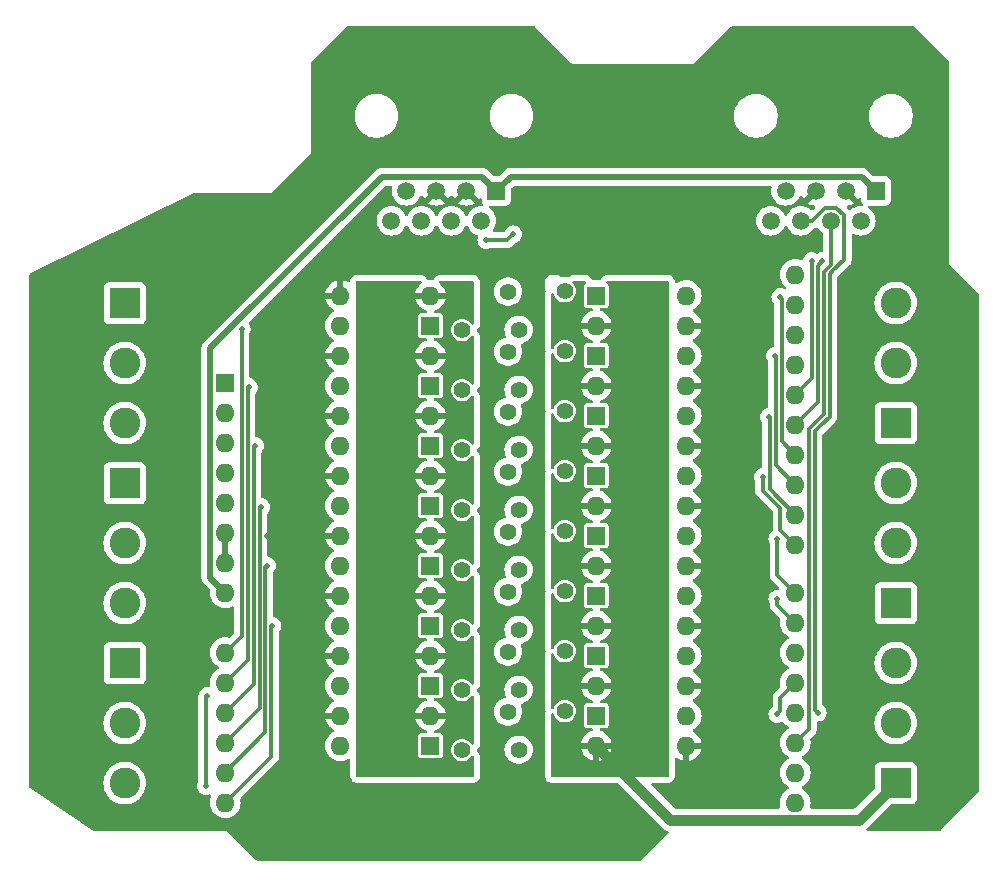
<source format=gbr>
%TF.GenerationSoftware,KiCad,Pcbnew,8.0.2*%
%TF.CreationDate,2024-05-20T23:24:51+02:00*%
%TF.ProjectId,S88_UNO_SHIELD,5338385f-554e-44f5-9f53-4849454c442e,rev?*%
%TF.SameCoordinates,Original*%
%TF.FileFunction,Copper,L2,Bot*%
%TF.FilePolarity,Positive*%
%FSLAX46Y46*%
G04 Gerber Fmt 4.6, Leading zero omitted, Abs format (unit mm)*
G04 Created by KiCad (PCBNEW 8.0.2) date 2024-05-20 23:24:51*
%MOMM*%
%LPD*%
G01*
G04 APERTURE LIST*
G04 Aperture macros list*
%AMHorizOval*
0 Thick line with rounded ends*
0 $1 width*
0 $2 $3 position (X,Y) of the first rounded end (center of the circle)*
0 $4 $5 position (X,Y) of the second rounded end (center of the circle)*
0 Add line between two ends*
20,1,$1,$2,$3,$4,$5,0*
0 Add two circle primitives to create the rounded ends*
1,1,$1,$2,$3*
1,1,$1,$4,$5*%
G04 Aperture macros list end*
%TA.AperFunction,ComponentPad*%
%ADD10R,1.600000X1.600000*%
%TD*%
%TA.AperFunction,ComponentPad*%
%ADD11O,1.600000X1.600000*%
%TD*%
%TA.AperFunction,ComponentPad*%
%ADD12C,1.400000*%
%TD*%
%TA.AperFunction,ComponentPad*%
%ADD13HorizOval,1.400000X0.000000X0.000000X0.000000X0.000000X0*%
%TD*%
%TA.AperFunction,ComponentPad*%
%ADD14R,2.600000X2.600000*%
%TD*%
%TA.AperFunction,ComponentPad*%
%ADD15C,2.600000*%
%TD*%
%TA.AperFunction,ComponentPad*%
%ADD16HorizOval,1.400000X0.000000X0.000000X0.000000X0.000000X0*%
%TD*%
%TA.AperFunction,ComponentPad*%
%ADD17R,1.500000X1.500000*%
%TD*%
%TA.AperFunction,ComponentPad*%
%ADD18C,1.500000*%
%TD*%
%TA.AperFunction,ViaPad*%
%ADD19C,0.500000*%
%TD*%
%TA.AperFunction,Conductor*%
%ADD20C,0.300000*%
%TD*%
%TA.AperFunction,Conductor*%
%ADD21C,0.500000*%
%TD*%
%TA.AperFunction,Conductor*%
%ADD22C,0.900000*%
%TD*%
G04 APERTURE END LIST*
D10*
%TO.P,U702,1*%
%TO.N,Net-(R701-Pad2)*%
X60800000Y-112781000D03*
D11*
%TO.P,U702,2*%
%TO.N,/GPIO_A/CS1/COM*%
X60800000Y-110241000D03*
%TO.P,U702,3*%
%TO.N,GND*%
X53180000Y-110241000D03*
%TO.P,U702,4*%
%TO.N,/GPIO_A/GPIO7*%
X53180000Y-112781000D03*
%TD*%
D10*
%TO.P,U1402,1*%
%TO.N,Net-(R1401-Pad2)*%
X74841000Y-79756000D03*
D11*
%TO.P,U1402,2*%
%TO.N,/GPIO_B/CS1/COM*%
X74841000Y-82296000D03*
%TO.P,U1402,3*%
%TO.N,GND*%
X82461000Y-82296000D03*
%TO.P,U1402,4*%
%TO.N,/GPIO_B/GPIO8*%
X82461000Y-79756000D03*
%TD*%
D12*
%TO.P,R1301,1*%
%TO.N,/GPIO_A/CS8/Track*%
X67368506Y-79411639D03*
D13*
%TO.P,R1301,2*%
%TO.N,Net-(R1301-Pad2)*%
X63477000Y-82677000D03*
%TD*%
D14*
%TO.P,J301,1,Pin_1*%
%TO.N,/GPIO_A/CS3/Track*%
X34925000Y-110871000D03*
D15*
%TO.P,J301,2,Pin_2*%
%TO.N,/GPIO_A/CS2/Track*%
X34925000Y-115951000D03*
%TO.P,J301,3,Pin_3*%
%TO.N,/GPIO_A/CS1/Track*%
X34925000Y-121031000D03*
%TD*%
D10*
%TO.P,U1602,1*%
%TO.N,Net-(R1601-Pad2)*%
X74841000Y-89916000D03*
D11*
%TO.P,U1602,2*%
%TO.N,/GPIO_B/CS1/COM*%
X74841000Y-92456000D03*
%TO.P,U1602,3*%
%TO.N,GND*%
X82461000Y-92456000D03*
%TO.P,U1602,4*%
%TO.N,/GPIO_B/GPIO6*%
X82461000Y-89916000D03*
%TD*%
D10*
%TO.P,U1502,1*%
%TO.N,Net-(R1501-Pad2)*%
X74841000Y-84836000D03*
D11*
%TO.P,U1502,2*%
%TO.N,/GPIO_B/CS1/COM*%
X74841000Y-87376000D03*
%TO.P,U1502,3*%
%TO.N,GND*%
X82461000Y-87376000D03*
%TO.P,U1502,4*%
%TO.N,/GPIO_B/GPIO7*%
X82461000Y-84836000D03*
%TD*%
D12*
%TO.P,R2001,1*%
%TO.N,/GPIO_B/CS7/Track*%
X68272494Y-113125361D03*
D16*
%TO.P,R2001,2*%
%TO.N,Net-(R2001-Pad2)*%
X72164000Y-109860000D03*
%TD*%
D10*
%TO.P,U2002,1*%
%TO.N,Net-(R2001-Pad2)*%
X74841000Y-110236000D03*
D11*
%TO.P,U2002,2*%
%TO.N,/GPIO_B/CS1/COM*%
X74841000Y-112776000D03*
%TO.P,U2002,3*%
%TO.N,GND*%
X82461000Y-112776000D03*
%TO.P,U2002,4*%
%TO.N,/GPIO_B/GPIO2*%
X82461000Y-110236000D03*
%TD*%
D14*
%TO.P,J402,1,Pin_1*%
%TO.N,/GPIO_B/CS6/Track*%
X100203000Y-105791000D03*
D15*
%TO.P,J402,2,Pin_2*%
%TO.N,/GPIO_B/CS5/Track*%
X100203000Y-100711000D03*
%TO.P,J402,3,Pin_3*%
%TO.N,/GPIO_B/CS4/Track*%
X100203000Y-95631000D03*
%TD*%
D10*
%TO.P,U602,1*%
%TO.N,Net-(R601-Pad2)*%
X60800000Y-117861000D03*
D11*
%TO.P,U602,2*%
%TO.N,/GPIO_A/CS1/COM*%
X60800000Y-115321000D03*
%TO.P,U602,3*%
%TO.N,GND*%
X53180000Y-115321000D03*
%TO.P,U602,4*%
%TO.N,/GPIO_A/GPIO8*%
X53180000Y-117861000D03*
%TD*%
D10*
%TO.P,U1302,1*%
%TO.N,Net-(R1301-Pad2)*%
X60800000Y-82301000D03*
D11*
%TO.P,U1302,2*%
%TO.N,/GPIO_A/CS1/COM*%
X60800000Y-79761000D03*
%TO.P,U1302,3*%
%TO.N,GND*%
X53180000Y-79761000D03*
%TO.P,U1302,4*%
%TO.N,/GPIO_A/GPIO1*%
X53180000Y-82301000D03*
%TD*%
D14*
%TO.P,J303,1,Pin_1*%
%TO.N,/GPIO_A/CS1/COM*%
X34925000Y-80391000D03*
D15*
%TO.P,J303,2,Pin_2*%
%TO.N,/GPIO_A/CS8/Track*%
X34925000Y-85471000D03*
%TO.P,J303,3,Pin_3*%
%TO.N,/GPIO_A/CS7/Track*%
X34925000Y-90551000D03*
%TD*%
D12*
%TO.P,R601,1*%
%TO.N,/GPIO_A/CS1/Track*%
X67368506Y-114971639D03*
D13*
%TO.P,R601,2*%
%TO.N,Net-(R601-Pad2)*%
X63477000Y-118237000D03*
%TD*%
D10*
%TO.P,U802,1*%
%TO.N,Net-(R801-Pad2)*%
X60800000Y-107701000D03*
D11*
%TO.P,U802,2*%
%TO.N,/GPIO_A/CS1/COM*%
X60800000Y-105161000D03*
%TO.P,U802,3*%
%TO.N,GND*%
X53180000Y-105161000D03*
%TO.P,U802,4*%
%TO.N,/GPIO_A/GPIO6*%
X53180000Y-107701000D03*
%TD*%
D14*
%TO.P,J302,1,Pin_1*%
%TO.N,/GPIO_A/CS6/Track*%
X34925000Y-95631000D03*
D15*
%TO.P,J302,2,Pin_2*%
%TO.N,/GPIO_A/CS5/Track*%
X34925000Y-100711000D03*
%TO.P,J302,3,Pin_3*%
%TO.N,/GPIO_A/CS4/Track*%
X34925000Y-105791000D03*
%TD*%
D14*
%TO.P,J401,1,Pin_1*%
%TO.N,/GPIO_B/CS3/Track*%
X100203000Y-90551000D03*
D15*
%TO.P,J401,2,Pin_2*%
%TO.N,/GPIO_B/CS2/Track*%
X100203000Y-85471000D03*
%TO.P,J401,3,Pin_3*%
%TO.N,/GPIO_B/CS1/Track*%
X100203000Y-80391000D03*
%TD*%
D12*
%TO.P,R1401,1*%
%TO.N,/GPIO_B/CS1/Track*%
X68272494Y-82645361D03*
D16*
%TO.P,R1401,2*%
%TO.N,Net-(R1401-Pad2)*%
X72164000Y-79380000D03*
%TD*%
D12*
%TO.P,R1701,1*%
%TO.N,/GPIO_B/CS4/Track*%
X68272494Y-97885361D03*
D16*
%TO.P,R1701,2*%
%TO.N,Net-(R1701-Pad2)*%
X72164000Y-94620000D03*
%TD*%
D12*
%TO.P,R701,1*%
%TO.N,/GPIO_A/CS2/Track*%
X67368506Y-109891639D03*
D13*
%TO.P,R701,2*%
%TO.N,Net-(R701-Pad2)*%
X63477000Y-113157000D03*
%TD*%
D10*
%TO.P,U1702,1*%
%TO.N,Net-(R1701-Pad2)*%
X74841000Y-94996000D03*
D11*
%TO.P,U1702,2*%
%TO.N,/GPIO_B/CS1/COM*%
X74841000Y-97536000D03*
%TO.P,U1702,3*%
%TO.N,GND*%
X82461000Y-97536000D03*
%TO.P,U1702,4*%
%TO.N,/GPIO_B/GPIO5*%
X82461000Y-94996000D03*
%TD*%
D17*
%TO.P,J502,1*%
%TO.N,+12V*%
X66385500Y-70886000D03*
D18*
%TO.P,J502,2*%
%TO.N,/S88n/DATA_OUT*%
X65115500Y-73426000D03*
%TO.P,J502,3*%
%TO.N,GND*%
X63845500Y-70886000D03*
%TO.P,J502,4*%
%TO.N,/S88n/CLOCK*%
X62575500Y-73426000D03*
%TO.P,J502,5*%
%TO.N,GND*%
X61305500Y-70886000D03*
%TO.P,J502,6*%
%TO.N,/S88n/PL*%
X60035500Y-73426000D03*
%TO.P,J502,7*%
%TO.N,/S88n/RESET*%
X58765500Y-70886000D03*
%TO.P,J502,8*%
%TO.N,unconnected-(J502-Pad8)*%
X57495500Y-73426000D03*
%TD*%
D12*
%TO.P,R1501,1*%
%TO.N,/GPIO_B/CS2/Track*%
X68272494Y-87725361D03*
D16*
%TO.P,R1501,2*%
%TO.N,Net-(R1501-Pad2)*%
X72164000Y-84460000D03*
%TD*%
D12*
%TO.P,R1801,1*%
%TO.N,/GPIO_B/CS5/Track*%
X68272494Y-102965361D03*
D16*
%TO.P,R1801,2*%
%TO.N,Net-(R1801-Pad2)*%
X72164000Y-99700000D03*
%TD*%
D10*
%TO.P,U1902,1*%
%TO.N,Net-(R1901-Pad2)*%
X74841000Y-105156000D03*
D11*
%TO.P,U1902,2*%
%TO.N,/GPIO_B/CS1/COM*%
X74841000Y-107696000D03*
%TO.P,U1902,3*%
%TO.N,GND*%
X82461000Y-107696000D03*
%TO.P,U1902,4*%
%TO.N,/GPIO_B/GPIO3*%
X82461000Y-105156000D03*
%TD*%
D12*
%TO.P,R2101,1*%
%TO.N,/GPIO_B/CS8/Track*%
X68272494Y-118205361D03*
D16*
%TO.P,R2101,2*%
%TO.N,Net-(R2101-Pad2)*%
X72164000Y-114940000D03*
%TD*%
D12*
%TO.P,R1001,1*%
%TO.N,/GPIO_A/CS5/Track*%
X67368506Y-94651639D03*
D13*
%TO.P,R1001,2*%
%TO.N,Net-(R1001-Pad2)*%
X63477000Y-97917000D03*
%TD*%
D14*
%TO.P,J403,1,Pin_1*%
%TO.N,/GPIO_B/CS1/COM*%
X100203000Y-121031000D03*
D15*
%TO.P,J403,2,Pin_2*%
%TO.N,/GPIO_B/CS8/Track*%
X100203000Y-115951000D03*
%TO.P,J403,3,Pin_3*%
%TO.N,/GPIO_B/CS7/Track*%
X100203000Y-110871000D03*
%TD*%
D12*
%TO.P,R1101,1*%
%TO.N,/GPIO_A/CS6/Track*%
X67368506Y-89571639D03*
D13*
%TO.P,R1101,2*%
%TO.N,Net-(R1101-Pad2)*%
X63477000Y-92837000D03*
%TD*%
D10*
%TO.P,U2102,1*%
%TO.N,Net-(R2101-Pad2)*%
X74841000Y-115316000D03*
D11*
%TO.P,U2102,2*%
%TO.N,/GPIO_B/CS1/COM*%
X74841000Y-117856000D03*
%TO.P,U2102,3*%
%TO.N,GND*%
X82461000Y-117856000D03*
%TO.P,U2102,4*%
%TO.N,/GPIO_B/GPIO1*%
X82461000Y-115316000D03*
%TD*%
D17*
%TO.P,J501,1*%
%TO.N,+12V*%
X98516500Y-70886000D03*
D18*
%TO.P,J501,2*%
%TO.N,/S88n/DATA_IN*%
X97246500Y-73426000D03*
%TO.P,J501,3*%
%TO.N,GND*%
X95976500Y-70886000D03*
%TO.P,J501,4*%
%TO.N,/S88n/CLOCK*%
X94706500Y-73426000D03*
%TO.P,J501,5*%
%TO.N,GND*%
X93436500Y-70886000D03*
%TO.P,J501,6*%
%TO.N,/S88n/PL*%
X92166500Y-73426000D03*
%TO.P,J501,7*%
%TO.N,/S88n/RESET*%
X90896500Y-70886000D03*
%TO.P,J501,8*%
%TO.N,unconnected-(J501-Pad8)*%
X89626500Y-73426000D03*
%TD*%
D10*
%TO.P,U1102,1*%
%TO.N,Net-(R1101-Pad2)*%
X60800000Y-92461000D03*
D11*
%TO.P,U1102,2*%
%TO.N,/GPIO_A/CS1/COM*%
X60800000Y-89921000D03*
%TO.P,U1102,3*%
%TO.N,GND*%
X53180000Y-89921000D03*
%TO.P,U1102,4*%
%TO.N,/GPIO_A/GPIO3*%
X53180000Y-92461000D03*
%TD*%
D10*
%TO.P,U1002,1*%
%TO.N,Net-(R1001-Pad2)*%
X60800000Y-97541000D03*
D11*
%TO.P,U1002,2*%
%TO.N,/GPIO_A/CS1/COM*%
X60800000Y-95001000D03*
%TO.P,U1002,3*%
%TO.N,GND*%
X53180000Y-95001000D03*
%TO.P,U1002,4*%
%TO.N,/GPIO_A/GPIO4*%
X53180000Y-97541000D03*
%TD*%
D12*
%TO.P,R901,1*%
%TO.N,/GPIO_A/CS4/Track*%
X67368506Y-99731639D03*
D13*
%TO.P,R901,2*%
%TO.N,Net-(R901-Pad2)*%
X63477000Y-102997000D03*
%TD*%
D12*
%TO.P,R1601,1*%
%TO.N,/GPIO_B/CS3/Track*%
X68272494Y-92805361D03*
D16*
%TO.P,R1601,2*%
%TO.N,Net-(R1601-Pad2)*%
X72164000Y-89540000D03*
%TD*%
D12*
%TO.P,R801,1*%
%TO.N,/GPIO_A/CS3/Track*%
X67368506Y-104811639D03*
D13*
%TO.P,R801,2*%
%TO.N,Net-(R801-Pad2)*%
X63477000Y-108077000D03*
%TD*%
D12*
%TO.P,R1201,1*%
%TO.N,/GPIO_A/CS7/Track*%
X67368506Y-84491639D03*
D13*
%TO.P,R1201,2*%
%TO.N,Net-(R1201-Pad2)*%
X63477000Y-87757000D03*
%TD*%
D10*
%TO.P,U1202,1*%
%TO.N,Net-(R1201-Pad2)*%
X60800000Y-87381000D03*
D11*
%TO.P,U1202,2*%
%TO.N,/GPIO_A/CS1/COM*%
X60800000Y-84841000D03*
%TO.P,U1202,3*%
%TO.N,GND*%
X53180000Y-84841000D03*
%TO.P,U1202,4*%
%TO.N,/GPIO_A/GPIO2*%
X53180000Y-87381000D03*
%TD*%
D10*
%TO.P,U902,1*%
%TO.N,Net-(R901-Pad2)*%
X60800000Y-102621000D03*
D11*
%TO.P,U902,2*%
%TO.N,/GPIO_A/CS1/COM*%
X60800000Y-100081000D03*
%TO.P,U902,3*%
%TO.N,GND*%
X53180000Y-100081000D03*
%TO.P,U902,4*%
%TO.N,/GPIO_A/GPIO5*%
X53180000Y-102621000D03*
%TD*%
D12*
%TO.P,R1901,1*%
%TO.N,/GPIO_B/CS6/Track*%
X68272494Y-108045361D03*
D16*
%TO.P,R1901,2*%
%TO.N,Net-(R1901-Pad2)*%
X72164000Y-104780000D03*
%TD*%
D10*
%TO.P,U1802,1*%
%TO.N,Net-(R1801-Pad2)*%
X74841000Y-100076000D03*
D11*
%TO.P,U1802,2*%
%TO.N,/GPIO_B/CS1/COM*%
X74841000Y-102616000D03*
%TO.P,U1802,3*%
%TO.N,GND*%
X82461000Y-102616000D03*
%TO.P,U1802,4*%
%TO.N,/GPIO_B/GPIO4*%
X82461000Y-100076000D03*
%TD*%
D10*
%TO.P,A201,1,NC*%
%TO.N,unconnected-(A201-NC-Pad1)*%
X43434000Y-87122000D03*
D11*
%TO.P,A201,2,IOREF*%
%TO.N,unconnected-(A201-IOREF-Pad2)*%
X43434000Y-89662000D03*
%TO.P,A201,3,~{RESET}*%
%TO.N,unconnected-(A201-~{RESET}-Pad3)*%
X43434000Y-92202000D03*
%TO.P,A201,4,3V3*%
%TO.N,unconnected-(A201-3V3-Pad4)*%
X43434000Y-94742000D03*
%TO.P,A201,5,+5V*%
%TO.N,+5V*%
X43434000Y-97282000D03*
%TO.P,A201,6,GND*%
%TO.N,GND*%
X43434000Y-99822000D03*
%TO.P,A201,7,GND*%
X43434000Y-102362000D03*
%TO.P,A201,8,VIN*%
%TO.N,+12V*%
X43434000Y-104902000D03*
%TO.P,A201,9,A0*%
%TO.N,/GPIO_A/GPIO1*%
X43434000Y-109982000D03*
%TO.P,A201,10,A1*%
%TO.N,/GPIO_A/GPIO2*%
X43434000Y-112522000D03*
%TO.P,A201,11,A2*%
%TO.N,/GPIO_A/GPIO3*%
X43434000Y-115062000D03*
%TO.P,A201,12,A3*%
%TO.N,/GPIO_A/GPIO4*%
X43434000Y-117602000D03*
%TO.P,A201,13,SDA/A4*%
%TO.N,/GPIO_A/GPIO5*%
X43434000Y-120142000D03*
%TO.P,A201,14,SCL/A5*%
%TO.N,/GPIO_A/GPIO6*%
X43434000Y-122682000D03*
%TO.P,A201,15,D0/RX*%
%TO.N,/GPIO_A/GPIO7*%
X91694000Y-122682000D03*
%TO.P,A201,16,D1/TX*%
%TO.N,/GPIO_A/GPIO8*%
X91694000Y-120142000D03*
%TO.P,A201,17,D2*%
%TO.N,/S88n/CLOCK*%
X91694000Y-117602000D03*
%TO.P,A201,18,D3*%
%TO.N,/S88n/PL*%
X91694000Y-115062000D03*
%TO.P,A201,19,D4*%
%TO.N,/GPIO_B/GPIO1*%
X91694000Y-112522000D03*
%TO.P,A201,20,D5*%
%TO.N,/GPIO_B/GPIO2*%
X91694000Y-109982000D03*
%TO.P,A201,21,D6*%
%TO.N,/GPIO_B/GPIO3*%
X91694000Y-107442000D03*
%TO.P,A201,22,D7*%
%TO.N,/GPIO_B/GPIO4*%
X91694000Y-104902000D03*
%TO.P,A201,23,D8*%
%TO.N,/GPIO_B/GPIO5*%
X91694000Y-100842000D03*
%TO.P,A201,24,D9*%
%TO.N,/GPIO_B/GPIO6*%
X91694000Y-98302000D03*
%TO.P,A201,25,D10*%
%TO.N,/GPIO_B/GPIO7*%
X91694000Y-95762000D03*
%TO.P,A201,26,D11*%
%TO.N,/GPIO_B/GPIO8*%
X91694000Y-93222000D03*
%TO.P,A201,27,D12*%
%TO.N,/S88n/DATA_IN*%
X91694000Y-90682000D03*
%TO.P,A201,28,D13*%
%TO.N,/S88n/DATA_OUT*%
X91694000Y-88142000D03*
%TO.P,A201,29,GND*%
%TO.N,GND*%
X91694000Y-85602000D03*
%TO.P,A201,30,AREF*%
%TO.N,unconnected-(A201-AREF-Pad30)*%
X91694000Y-83062000D03*
%TO.P,A201,31,SDA/A4*%
%TO.N,unconnected-(A201-SDA{slash}A4-Pad31)*%
X91694000Y-80522000D03*
%TO.P,A201,32,SCL/A5*%
%TO.N,unconnected-(A201-SCL{slash}A5-Pad32)*%
X91694000Y-77982000D03*
%TD*%
D19*
%TO.N,/GPIO_A/GPIO3*%
X45974000Y-92456000D03*
%TO.N,GND*%
X65405000Y-76581000D03*
X86487000Y-73787000D03*
X31496000Y-98552000D03*
X88773000Y-70866000D03*
X89789000Y-122428000D03*
X98552000Y-68453000D03*
X101092000Y-70739000D03*
X48514000Y-76073000D03*
X61468000Y-76708000D03*
X54737000Y-69850000D03*
X62103000Y-122682000D03*
X67437000Y-68453000D03*
X89154000Y-78105000D03*
X46863000Y-94488000D03*
X60833000Y-68326000D03*
X104648000Y-112268000D03*
X53086000Y-71247000D03*
X40005000Y-118999000D03*
X104394000Y-88900000D03*
X45339000Y-124714000D03*
X40513000Y-93726000D03*
X55626000Y-72644000D03*
X76327000Y-61722000D03*
X103505000Y-119634000D03*
X61087000Y-59436000D03*
X81661000Y-73787000D03*
X95377000Y-109855000D03*
X81153000Y-71120000D03*
X50546000Y-74041000D03*
X66167000Y-126619000D03*
X88773000Y-60579000D03*
X66675000Y-122682000D03*
X96266000Y-89281000D03*
X96266000Y-84201000D03*
X93853000Y-122301000D03*
X40767000Y-104140000D03*
X91313000Y-68199000D03*
X54483000Y-122555000D03*
X99949000Y-74041000D03*
X31115000Y-82804000D03*
X81915000Y-122682000D03*
X41275000Y-123317000D03*
X46355000Y-84328000D03*
X74676000Y-122809000D03*
X70104000Y-71247000D03*
X95631000Y-104140000D03*
X31369000Y-120142000D03*
X77089000Y-126746000D03*
X40894000Y-109855000D03*
X31369000Y-115697000D03*
X102997000Y-107188000D03*
X84455000Y-78232000D03*
X41500000Y-76500000D03*
X43053000Y-107823000D03*
X74041000Y-70993000D03*
X102743000Y-124079000D03*
X97155000Y-76454000D03*
X82296000Y-67945000D03*
X95504000Y-94488000D03*
X79883000Y-124968000D03*
X40513000Y-88519000D03*
X46990000Y-100076000D03*
X46609000Y-89662000D03*
X89535000Y-118110000D03*
X40000000Y-83500000D03*
X57531000Y-75438000D03*
X49657000Y-126111000D03*
X72517000Y-68199000D03*
X46863000Y-122428000D03*
X77089000Y-122809000D03*
X70104000Y-77597000D03*
X95504000Y-99441000D03*
X93980000Y-117729000D03*
X37465000Y-122936000D03*
X39751000Y-79883000D03*
X98425000Y-60452000D03*
X96266000Y-79121000D03*
X51562000Y-76581000D03*
X40386000Y-114046000D03*
X40640000Y-73787000D03*
X31242000Y-92837000D03*
X32258000Y-76835000D03*
X53213000Y-75565000D03*
X96139000Y-112776000D03*
X89027000Y-113030000D03*
X40894000Y-98552000D03*
X75819000Y-73787000D03*
X103378000Y-96901000D03*
X31877000Y-107061000D03*
X52959000Y-62230000D03*
X104521000Y-81788000D03*
X70485000Y-73787000D03*
X75184000Y-77724000D03*
%TO.N,/GPIO_B/GPIO1*%
X90170000Y-115189000D03*
%TO.N,/GPIO_A/GPIO6*%
X47431000Y-107696000D03*
%TO.N,/GPIO_B/GPIO3*%
X90170000Y-105410000D03*
%TO.N,/S88n/DATA_OUT*%
X93091000Y-76835000D03*
%TO.N,/GPIO_B/GPIO4*%
X90170000Y-100330000D03*
%TO.N,/GPIO_A/GPIO7*%
X41783000Y-121285000D03*
X41910000Y-113665000D03*
%TO.N,/GPIO_B/GPIO8*%
X90424000Y-79883000D03*
%TO.N,/GPIO_B/GPIO6*%
X89444000Y-90043000D03*
%TO.N,/GPIO_B/GPIO5*%
X88944000Y-95123000D03*
%TO.N,/GPIO_A/GPIO1*%
X44831000Y-82550000D03*
%TO.N,/GPIO_B/GPIO7*%
X89944000Y-84836000D03*
%TO.N,/GPIO_A/GPIO5*%
X46990000Y-102616000D03*
%TO.N,/S88n/DATA_IN*%
X93980000Y-76835000D03*
%TO.N,/GPIO_A/GPIO2*%
X45431000Y-87503000D03*
%TO.N,/S88n/PL*%
X65532000Y-75057000D03*
X67806068Y-74560932D03*
X93599000Y-115062000D03*
%TO.N,/GPIO_A/GPIO4*%
X46482000Y-97663000D03*
%TO.N,/GPIO_A/CS1/COM*%
X63500000Y-90000000D03*
X63000000Y-79500000D03*
X55500000Y-89500000D03*
X63500000Y-110000000D03*
X55500000Y-79500000D03*
X63500000Y-84500000D03*
X63000000Y-95000000D03*
X63000000Y-100000000D03*
X63000000Y-115500000D03*
X55500000Y-104500000D03*
X55500000Y-110000000D03*
X55500000Y-99500000D03*
X63500000Y-105000000D03*
X55500000Y-94500000D03*
X55500000Y-84000000D03*
X55500000Y-115000000D03*
%TD*%
D20*
%TO.N,/GPIO_A/GPIO3*%
X45831000Y-98552000D02*
X45831000Y-92599000D01*
X45831000Y-112665000D02*
X45831000Y-98552000D01*
X43434000Y-115062000D02*
X45831000Y-112665000D01*
X45831000Y-92599000D02*
X45974000Y-92456000D01*
%TO.N,/GPIO_B/GPIO1*%
X90424000Y-114935000D02*
X90424000Y-113792000D01*
X90424000Y-113792000D02*
X91694000Y-112522000D01*
X90170000Y-115189000D02*
X90424000Y-114935000D01*
%TO.N,/GPIO_A/GPIO6*%
X47331000Y-118785000D02*
X43434000Y-122682000D01*
X47331000Y-107736000D02*
X47331000Y-118785000D01*
X47431000Y-107696000D02*
X47371000Y-107696000D01*
X47371000Y-107696000D02*
X47331000Y-107736000D01*
%TO.N,/GPIO_B/GPIO3*%
X90170000Y-105918000D02*
X91694000Y-107442000D01*
X90170000Y-105410000D02*
X90170000Y-105918000D01*
D21*
%TO.N,+12V*%
X65185500Y-69686000D02*
X56705050Y-69686000D01*
X42164000Y-103632000D02*
X43434000Y-104902000D01*
X67585500Y-69686000D02*
X97316500Y-69686000D01*
X66385500Y-70886000D02*
X65185500Y-69686000D01*
X56705050Y-69686000D02*
X42164000Y-84227050D01*
X97316500Y-69686000D02*
X98516500Y-70886000D01*
X66385500Y-70886000D02*
X67585500Y-69686000D01*
X42164000Y-84227050D02*
X42164000Y-103632000D01*
D20*
%TO.N,/S88n/CLOCK*%
X94091000Y-77740000D02*
X94706500Y-77124500D01*
X94706500Y-77124500D02*
X94706500Y-73426000D01*
X92844000Y-116452000D02*
X92844000Y-91052000D01*
X91694000Y-117602000D02*
X92844000Y-116452000D01*
X94091000Y-89805000D02*
X94091000Y-77740000D01*
X92844000Y-91052000D02*
X94091000Y-89805000D01*
%TO.N,/S88n/DATA_OUT*%
X93091000Y-86745000D02*
X93091000Y-76835000D01*
X91694000Y-88142000D02*
X93091000Y-86745000D01*
%TO.N,/GPIO_B/GPIO4*%
X90170000Y-103378000D02*
X91694000Y-104902000D01*
X90170000Y-100330000D02*
X90170000Y-103378000D01*
%TO.N,/GPIO_A/GPIO7*%
X41783000Y-121285000D02*
X41783000Y-113792000D01*
X41783000Y-113792000D02*
X41910000Y-113665000D01*
%TO.N,/GPIO_B/GPIO8*%
X90544000Y-80003000D02*
X90424000Y-79883000D01*
X90544000Y-92072000D02*
X90544000Y-80003000D01*
X91694000Y-93222000D02*
X90544000Y-92072000D01*
%TO.N,/GPIO_B/GPIO6*%
X91694000Y-98302000D02*
X89544000Y-96152000D01*
X89544000Y-90424000D02*
X89544000Y-90143000D01*
X89544000Y-96152000D02*
X89544000Y-90424000D01*
X89544000Y-90143000D02*
X89444000Y-90043000D01*
%TO.N,/GPIO_B/GPIO5*%
X88944000Y-95123000D02*
X88944000Y-96259106D01*
X88944000Y-96259106D02*
X90424000Y-97739106D01*
X90424000Y-99572000D02*
X91694000Y-100842000D01*
X90424000Y-97739106D02*
X90424000Y-99572000D01*
%TO.N,/GPIO_A/GPIO1*%
X44831000Y-108585000D02*
X44831000Y-82550000D01*
X43434000Y-109982000D02*
X44831000Y-108585000D01*
%TO.N,/GPIO_B/GPIO7*%
X91694000Y-95762000D02*
X90044000Y-94112000D01*
X90044000Y-84936000D02*
X89944000Y-84836000D01*
X90044000Y-94112000D02*
X90044000Y-84936000D01*
%TO.N,/GPIO_A/GPIO5*%
X43434000Y-120142000D02*
X46831000Y-116745000D01*
X46831000Y-102775000D02*
X46990000Y-102616000D01*
X46831000Y-116745000D02*
X46831000Y-102775000D01*
%TO.N,/S88n/DATA_IN*%
X93591000Y-83058000D02*
X93591000Y-77224000D01*
X91694000Y-90682000D02*
X93591000Y-88785000D01*
X93591000Y-77224000D02*
X93980000Y-76835000D01*
X93591000Y-88785000D02*
X93591000Y-83058000D01*
%TO.N,/GPIO_A/GPIO2*%
X43434000Y-112522000D02*
X45331000Y-110625000D01*
X45331000Y-110625000D02*
X45331000Y-87603000D01*
X45331000Y-87603000D02*
X45431000Y-87503000D01*
%TO.N,/S88n/PL*%
X93344000Y-114807000D02*
X93599000Y-115062000D01*
X94591000Y-77947107D02*
X94591000Y-80264000D01*
X93344000Y-91259106D02*
X93344000Y-93345000D01*
X94250865Y-72326000D02*
X95162135Y-72326000D01*
X94591000Y-90012106D02*
X93889053Y-90714053D01*
X95806500Y-72970365D02*
X95806500Y-76731607D01*
X94913607Y-77624500D02*
X94591000Y-77947107D01*
X93150865Y-73426000D02*
X94250865Y-72326000D01*
X67310000Y-75057000D02*
X67806068Y-74560932D01*
X93344000Y-93345000D02*
X93344000Y-114807000D01*
X95162135Y-72326000D02*
X95806500Y-72970365D01*
X94591000Y-80264000D02*
X94591000Y-90012106D01*
X93889053Y-90714053D02*
X93344000Y-91259106D01*
X65532000Y-75057000D02*
X67310000Y-75057000D01*
X92166500Y-73426000D02*
X93150865Y-73426000D01*
X95806500Y-76731607D02*
X94913607Y-77624500D01*
%TO.N,/GPIO_A/GPIO4*%
X46331000Y-97814000D02*
X46482000Y-97663000D01*
X43434000Y-117602000D02*
X46331000Y-114705000D01*
X46331000Y-112268000D02*
X46331000Y-97814000D01*
X46331000Y-114705000D02*
X46331000Y-112268000D01*
D22*
%TO.N,/GPIO_B/CS1/COM*%
X100203000Y-121031000D02*
X97102000Y-124132000D01*
X81117000Y-124132000D02*
X74841000Y-117856000D01*
X97102000Y-124132000D02*
X81117000Y-124132000D01*
%TD*%
%TA.AperFunction,Conductor*%
%TO.N,/GPIO_A/CS1/COM*%
G36*
X60008175Y-78519685D02*
G01*
X60053930Y-78572489D01*
X60063874Y-78641647D01*
X60034849Y-78705203D01*
X60012260Y-78725574D01*
X59961183Y-78761338D01*
X59800342Y-78922179D01*
X59669865Y-79108517D01*
X59573734Y-79314673D01*
X59573730Y-79314682D01*
X59521127Y-79510999D01*
X59521128Y-79511000D01*
X60484314Y-79511000D01*
X60479920Y-79515394D01*
X60427259Y-79606606D01*
X60400000Y-79708339D01*
X60400000Y-79813661D01*
X60427259Y-79915394D01*
X60479920Y-80006606D01*
X60484314Y-80011000D01*
X59521128Y-80011000D01*
X59573730Y-80207317D01*
X59573734Y-80207326D01*
X59669865Y-80413482D01*
X59800342Y-80599820D01*
X59961179Y-80760657D01*
X60147517Y-80891134D01*
X60353673Y-80987265D01*
X60353679Y-80987268D01*
X60426293Y-81006725D01*
X60485953Y-81043090D01*
X60516482Y-81105937D01*
X60508187Y-81175313D01*
X60463702Y-81229190D01*
X60397150Y-81250465D01*
X60394199Y-81250500D01*
X59975323Y-81250500D01*
X59902264Y-81265032D01*
X59902260Y-81265033D01*
X59819399Y-81320399D01*
X59764033Y-81403260D01*
X59764032Y-81403264D01*
X59749500Y-81476321D01*
X59749500Y-83125678D01*
X59764032Y-83198735D01*
X59764033Y-83198739D01*
X59769971Y-83207626D01*
X59819399Y-83281601D01*
X59902260Y-83336966D01*
X59902264Y-83336967D01*
X59975321Y-83351499D01*
X59975324Y-83351500D01*
X60394199Y-83351500D01*
X60461238Y-83371185D01*
X60506993Y-83423989D01*
X60516937Y-83493147D01*
X60487912Y-83556703D01*
X60429134Y-83594477D01*
X60426293Y-83595275D01*
X60353679Y-83614731D01*
X60353673Y-83614734D01*
X60147517Y-83710865D01*
X59961179Y-83841342D01*
X59800342Y-84002179D01*
X59669865Y-84188517D01*
X59573734Y-84394673D01*
X59573730Y-84394682D01*
X59521127Y-84590999D01*
X59521128Y-84591000D01*
X60484314Y-84591000D01*
X60479920Y-84595394D01*
X60427259Y-84686606D01*
X60400000Y-84788339D01*
X60400000Y-84893661D01*
X60427259Y-84995394D01*
X60479920Y-85086606D01*
X60484314Y-85091000D01*
X59521128Y-85091000D01*
X59573730Y-85287317D01*
X59573734Y-85287326D01*
X59669865Y-85493482D01*
X59800342Y-85679820D01*
X59961179Y-85840657D01*
X60147517Y-85971134D01*
X60353673Y-86067265D01*
X60353679Y-86067268D01*
X60426293Y-86086725D01*
X60485953Y-86123090D01*
X60516482Y-86185937D01*
X60508187Y-86255313D01*
X60463702Y-86309190D01*
X60397150Y-86330465D01*
X60394199Y-86330500D01*
X59975323Y-86330500D01*
X59902264Y-86345032D01*
X59902260Y-86345033D01*
X59819399Y-86400399D01*
X59764033Y-86483260D01*
X59764032Y-86483264D01*
X59749500Y-86556321D01*
X59749500Y-88205678D01*
X59764032Y-88278735D01*
X59764033Y-88278739D01*
X59769971Y-88287626D01*
X59819399Y-88361601D01*
X59902260Y-88416966D01*
X59902264Y-88416967D01*
X59975321Y-88431499D01*
X59975324Y-88431500D01*
X60394199Y-88431500D01*
X60461238Y-88451185D01*
X60506993Y-88503989D01*
X60516937Y-88573147D01*
X60487912Y-88636703D01*
X60429134Y-88674477D01*
X60426293Y-88675275D01*
X60353679Y-88694731D01*
X60353673Y-88694734D01*
X60147517Y-88790865D01*
X59961179Y-88921342D01*
X59800342Y-89082179D01*
X59669865Y-89268517D01*
X59573734Y-89474673D01*
X59573730Y-89474682D01*
X59521127Y-89670999D01*
X59521128Y-89671000D01*
X60484314Y-89671000D01*
X60479920Y-89675394D01*
X60427259Y-89766606D01*
X60400000Y-89868339D01*
X60400000Y-89973661D01*
X60427259Y-90075394D01*
X60479920Y-90166606D01*
X60484314Y-90171000D01*
X59521128Y-90171000D01*
X59573730Y-90367317D01*
X59573734Y-90367326D01*
X59669865Y-90573482D01*
X59800342Y-90759820D01*
X59961179Y-90920657D01*
X60147517Y-91051134D01*
X60353673Y-91147265D01*
X60353679Y-91147268D01*
X60426293Y-91166725D01*
X60485953Y-91203090D01*
X60516482Y-91265937D01*
X60508187Y-91335313D01*
X60463702Y-91389190D01*
X60397150Y-91410465D01*
X60394199Y-91410500D01*
X59975323Y-91410500D01*
X59902264Y-91425032D01*
X59902260Y-91425033D01*
X59819399Y-91480399D01*
X59764033Y-91563260D01*
X59764032Y-91563264D01*
X59749500Y-91636321D01*
X59749500Y-93285678D01*
X59764032Y-93358735D01*
X59764033Y-93358739D01*
X59769971Y-93367626D01*
X59819399Y-93441601D01*
X59902260Y-93496966D01*
X59902264Y-93496967D01*
X59975321Y-93511499D01*
X59975324Y-93511500D01*
X60394199Y-93511500D01*
X60461238Y-93531185D01*
X60506993Y-93583989D01*
X60516937Y-93653147D01*
X60487912Y-93716703D01*
X60429134Y-93754477D01*
X60426293Y-93755275D01*
X60353679Y-93774731D01*
X60353673Y-93774734D01*
X60147517Y-93870865D01*
X59961179Y-94001342D01*
X59800342Y-94162179D01*
X59669865Y-94348517D01*
X59573734Y-94554673D01*
X59573730Y-94554682D01*
X59521127Y-94750999D01*
X59521128Y-94751000D01*
X60484314Y-94751000D01*
X60479920Y-94755394D01*
X60427259Y-94846606D01*
X60400000Y-94948339D01*
X60400000Y-95053661D01*
X60427259Y-95155394D01*
X60479920Y-95246606D01*
X60484314Y-95251000D01*
X59521128Y-95251000D01*
X59573730Y-95447317D01*
X59573734Y-95447326D01*
X59669865Y-95653482D01*
X59800342Y-95839820D01*
X59961179Y-96000657D01*
X60147517Y-96131134D01*
X60353673Y-96227265D01*
X60353679Y-96227268D01*
X60426293Y-96246725D01*
X60485953Y-96283090D01*
X60516482Y-96345937D01*
X60508187Y-96415313D01*
X60463702Y-96469190D01*
X60397150Y-96490465D01*
X60394199Y-96490500D01*
X59975323Y-96490500D01*
X59902264Y-96505032D01*
X59902260Y-96505033D01*
X59819399Y-96560399D01*
X59764033Y-96643260D01*
X59764032Y-96643264D01*
X59749500Y-96716321D01*
X59749500Y-98365678D01*
X59764032Y-98438735D01*
X59764033Y-98438739D01*
X59769971Y-98447626D01*
X59819399Y-98521601D01*
X59902260Y-98576966D01*
X59902264Y-98576967D01*
X59975321Y-98591499D01*
X59975324Y-98591500D01*
X60394199Y-98591500D01*
X60461238Y-98611185D01*
X60506993Y-98663989D01*
X60516937Y-98733147D01*
X60487912Y-98796703D01*
X60429134Y-98834477D01*
X60426293Y-98835275D01*
X60353679Y-98854731D01*
X60353673Y-98854734D01*
X60147517Y-98950865D01*
X59961179Y-99081342D01*
X59800342Y-99242179D01*
X59669865Y-99428517D01*
X59573734Y-99634673D01*
X59573730Y-99634682D01*
X59521127Y-99830999D01*
X59521128Y-99831000D01*
X60484314Y-99831000D01*
X60479920Y-99835394D01*
X60427259Y-99926606D01*
X60400000Y-100028339D01*
X60400000Y-100133661D01*
X60427259Y-100235394D01*
X60479920Y-100326606D01*
X60484314Y-100331000D01*
X59521128Y-100331000D01*
X59573730Y-100527317D01*
X59573734Y-100527326D01*
X59669865Y-100733482D01*
X59800342Y-100919820D01*
X59961179Y-101080657D01*
X60147517Y-101211134D01*
X60353673Y-101307265D01*
X60353679Y-101307268D01*
X60426293Y-101326725D01*
X60485953Y-101363090D01*
X60516482Y-101425937D01*
X60508187Y-101495313D01*
X60463702Y-101549190D01*
X60397150Y-101570465D01*
X60394199Y-101570500D01*
X59975323Y-101570500D01*
X59902264Y-101585032D01*
X59902260Y-101585033D01*
X59819399Y-101640399D01*
X59764033Y-101723260D01*
X59764032Y-101723264D01*
X59749500Y-101796321D01*
X59749500Y-103445678D01*
X59764032Y-103518735D01*
X59764033Y-103518739D01*
X59769971Y-103527626D01*
X59819399Y-103601601D01*
X59902260Y-103656966D01*
X59902264Y-103656967D01*
X59975321Y-103671499D01*
X59975324Y-103671500D01*
X60394199Y-103671500D01*
X60461238Y-103691185D01*
X60506993Y-103743989D01*
X60516937Y-103813147D01*
X60487912Y-103876703D01*
X60429134Y-103914477D01*
X60426293Y-103915275D01*
X60353679Y-103934731D01*
X60353673Y-103934734D01*
X60147517Y-104030865D01*
X59961179Y-104161342D01*
X59800342Y-104322179D01*
X59669865Y-104508517D01*
X59573734Y-104714673D01*
X59573730Y-104714682D01*
X59521127Y-104910999D01*
X59521128Y-104911000D01*
X60484314Y-104911000D01*
X60479920Y-104915394D01*
X60427259Y-105006606D01*
X60400000Y-105108339D01*
X60400000Y-105213661D01*
X60427259Y-105315394D01*
X60479920Y-105406606D01*
X60484314Y-105411000D01*
X59521128Y-105411000D01*
X59573730Y-105607317D01*
X59573734Y-105607326D01*
X59669865Y-105813482D01*
X59800342Y-105999820D01*
X59961179Y-106160657D01*
X60147517Y-106291134D01*
X60353673Y-106387265D01*
X60353679Y-106387268D01*
X60426293Y-106406725D01*
X60485953Y-106443090D01*
X60516482Y-106505937D01*
X60508187Y-106575313D01*
X60463702Y-106629190D01*
X60397150Y-106650465D01*
X60394199Y-106650500D01*
X59975323Y-106650500D01*
X59902264Y-106665032D01*
X59902260Y-106665033D01*
X59819399Y-106720399D01*
X59764033Y-106803260D01*
X59764032Y-106803264D01*
X59749500Y-106876321D01*
X59749500Y-108525678D01*
X59764032Y-108598735D01*
X59764033Y-108598739D01*
X59769971Y-108607626D01*
X59819399Y-108681601D01*
X59902260Y-108736966D01*
X59902264Y-108736967D01*
X59975321Y-108751499D01*
X59975324Y-108751500D01*
X60394199Y-108751500D01*
X60461238Y-108771185D01*
X60506993Y-108823989D01*
X60516937Y-108893147D01*
X60487912Y-108956703D01*
X60429134Y-108994477D01*
X60426293Y-108995275D01*
X60353679Y-109014731D01*
X60353673Y-109014734D01*
X60147517Y-109110865D01*
X59961179Y-109241342D01*
X59800342Y-109402179D01*
X59669865Y-109588517D01*
X59573734Y-109794673D01*
X59573730Y-109794682D01*
X59521127Y-109990999D01*
X59521128Y-109991000D01*
X60484314Y-109991000D01*
X60479920Y-109995394D01*
X60427259Y-110086606D01*
X60400000Y-110188339D01*
X60400000Y-110293661D01*
X60427259Y-110395394D01*
X60479920Y-110486606D01*
X60484314Y-110491000D01*
X59521128Y-110491000D01*
X59573730Y-110687317D01*
X59573734Y-110687326D01*
X59669865Y-110893482D01*
X59800342Y-111079820D01*
X59961179Y-111240657D01*
X60147517Y-111371134D01*
X60353673Y-111467265D01*
X60353679Y-111467268D01*
X60426293Y-111486725D01*
X60485953Y-111523090D01*
X60516482Y-111585937D01*
X60508187Y-111655313D01*
X60463702Y-111709190D01*
X60397150Y-111730465D01*
X60394199Y-111730500D01*
X59975323Y-111730500D01*
X59902264Y-111745032D01*
X59902260Y-111745033D01*
X59819399Y-111800399D01*
X59764033Y-111883260D01*
X59764032Y-111883264D01*
X59749500Y-111956321D01*
X59749500Y-113605678D01*
X59764032Y-113678735D01*
X59764033Y-113678739D01*
X59769971Y-113687626D01*
X59819399Y-113761601D01*
X59902260Y-113816966D01*
X59902264Y-113816967D01*
X59975321Y-113831499D01*
X59975324Y-113831500D01*
X60394199Y-113831500D01*
X60461238Y-113851185D01*
X60506993Y-113903989D01*
X60516937Y-113973147D01*
X60487912Y-114036703D01*
X60429134Y-114074477D01*
X60426293Y-114075275D01*
X60353679Y-114094731D01*
X60353673Y-114094734D01*
X60147517Y-114190865D01*
X59961179Y-114321342D01*
X59800342Y-114482179D01*
X59669865Y-114668517D01*
X59573734Y-114874673D01*
X59573730Y-114874682D01*
X59521127Y-115070999D01*
X59521128Y-115071000D01*
X60484314Y-115071000D01*
X60479920Y-115075394D01*
X60427259Y-115166606D01*
X60400000Y-115268339D01*
X60400000Y-115373661D01*
X60427259Y-115475394D01*
X60479920Y-115566606D01*
X60484314Y-115571000D01*
X59521128Y-115571000D01*
X59573730Y-115767317D01*
X59573734Y-115767326D01*
X59669865Y-115973482D01*
X59800342Y-116159820D01*
X59961179Y-116320657D01*
X60147517Y-116451134D01*
X60353673Y-116547265D01*
X60353679Y-116547268D01*
X60426293Y-116566725D01*
X60485953Y-116603090D01*
X60516482Y-116665937D01*
X60508187Y-116735313D01*
X60463702Y-116789190D01*
X60397150Y-116810465D01*
X60394199Y-116810500D01*
X59975323Y-116810500D01*
X59902264Y-116825032D01*
X59902260Y-116825033D01*
X59819399Y-116880399D01*
X59764033Y-116963260D01*
X59764032Y-116963264D01*
X59749500Y-117036321D01*
X59749500Y-118685678D01*
X59764032Y-118758735D01*
X59764033Y-118758739D01*
X59769971Y-118767626D01*
X59819399Y-118841601D01*
X59902260Y-118896966D01*
X59902264Y-118896967D01*
X59975321Y-118911499D01*
X59975324Y-118911500D01*
X59975326Y-118911500D01*
X61624676Y-118911500D01*
X61624677Y-118911499D01*
X61697740Y-118896966D01*
X61780601Y-118841601D01*
X61835966Y-118758740D01*
X61850500Y-118685674D01*
X61850500Y-117036326D01*
X61850500Y-117036323D01*
X61850499Y-117036321D01*
X61835967Y-116963264D01*
X61835966Y-116963260D01*
X61780601Y-116880399D01*
X61697740Y-116825034D01*
X61697739Y-116825033D01*
X61697735Y-116825032D01*
X61624677Y-116810500D01*
X61624674Y-116810500D01*
X61205801Y-116810500D01*
X61138762Y-116790815D01*
X61093007Y-116738011D01*
X61083063Y-116668853D01*
X61112088Y-116605297D01*
X61170866Y-116567523D01*
X61173707Y-116566725D01*
X61246320Y-116547268D01*
X61246326Y-116547265D01*
X61452482Y-116451134D01*
X61638820Y-116320657D01*
X61799657Y-116159820D01*
X61930134Y-115973482D01*
X62026265Y-115767326D01*
X62026269Y-115767317D01*
X62078872Y-115571000D01*
X61115686Y-115571000D01*
X61120080Y-115566606D01*
X61172741Y-115475394D01*
X61200000Y-115373661D01*
X61200000Y-115268339D01*
X61172741Y-115166606D01*
X61120080Y-115075394D01*
X61115686Y-115071000D01*
X62078872Y-115071000D01*
X62078872Y-115070999D01*
X62026269Y-114874682D01*
X62026265Y-114874673D01*
X61930134Y-114668517D01*
X61799657Y-114482179D01*
X61638820Y-114321342D01*
X61452482Y-114190865D01*
X61246326Y-114094734D01*
X61246320Y-114094731D01*
X61173707Y-114075275D01*
X61114047Y-114038910D01*
X61083518Y-113976063D01*
X61091813Y-113906687D01*
X61136298Y-113852810D01*
X61202850Y-113831535D01*
X61205801Y-113831500D01*
X61624676Y-113831500D01*
X61624677Y-113831499D01*
X61697740Y-113816966D01*
X61780601Y-113761601D01*
X61835966Y-113678740D01*
X61850500Y-113605674D01*
X61850500Y-111956326D01*
X61850500Y-111956323D01*
X61850499Y-111956321D01*
X61835967Y-111883264D01*
X61835966Y-111883260D01*
X61780601Y-111800399D01*
X61697740Y-111745034D01*
X61697739Y-111745033D01*
X61697735Y-111745032D01*
X61624677Y-111730500D01*
X61624674Y-111730500D01*
X61205801Y-111730500D01*
X61138762Y-111710815D01*
X61093007Y-111658011D01*
X61083063Y-111588853D01*
X61112088Y-111525297D01*
X61170866Y-111487523D01*
X61173707Y-111486725D01*
X61246320Y-111467268D01*
X61246326Y-111467265D01*
X61452482Y-111371134D01*
X61638820Y-111240657D01*
X61799657Y-111079820D01*
X61930134Y-110893482D01*
X62026265Y-110687326D01*
X62026269Y-110687317D01*
X62078872Y-110491000D01*
X61115686Y-110491000D01*
X61120080Y-110486606D01*
X61172741Y-110395394D01*
X61200000Y-110293661D01*
X61200000Y-110188339D01*
X61172741Y-110086606D01*
X61120080Y-109995394D01*
X61115686Y-109991000D01*
X62078872Y-109991000D01*
X62078872Y-109990999D01*
X62026269Y-109794682D01*
X62026265Y-109794673D01*
X61930134Y-109588517D01*
X61799657Y-109402179D01*
X61638820Y-109241342D01*
X61452482Y-109110865D01*
X61246326Y-109014734D01*
X61246320Y-109014731D01*
X61173707Y-108995275D01*
X61114047Y-108958910D01*
X61083518Y-108896063D01*
X61091813Y-108826687D01*
X61136298Y-108772810D01*
X61202850Y-108751535D01*
X61205801Y-108751500D01*
X61624676Y-108751500D01*
X61624677Y-108751499D01*
X61697740Y-108736966D01*
X61780601Y-108681601D01*
X61835966Y-108598740D01*
X61850500Y-108525674D01*
X61850500Y-106876326D01*
X61850500Y-106876323D01*
X61850499Y-106876321D01*
X61835967Y-106803264D01*
X61835966Y-106803260D01*
X61780601Y-106720399D01*
X61697740Y-106665034D01*
X61697739Y-106665033D01*
X61697735Y-106665032D01*
X61624677Y-106650500D01*
X61624674Y-106650500D01*
X61205801Y-106650500D01*
X61138762Y-106630815D01*
X61093007Y-106578011D01*
X61083063Y-106508853D01*
X61112088Y-106445297D01*
X61170866Y-106407523D01*
X61173707Y-106406725D01*
X61246320Y-106387268D01*
X61246326Y-106387265D01*
X61452482Y-106291134D01*
X61638820Y-106160657D01*
X61799657Y-105999820D01*
X61930134Y-105813482D01*
X62026265Y-105607326D01*
X62026269Y-105607317D01*
X62078872Y-105411000D01*
X61115686Y-105411000D01*
X61120080Y-105406606D01*
X61172741Y-105315394D01*
X61200000Y-105213661D01*
X61200000Y-105108339D01*
X61172741Y-105006606D01*
X61120080Y-104915394D01*
X61115686Y-104911000D01*
X62078872Y-104911000D01*
X62078872Y-104910999D01*
X62026269Y-104714682D01*
X62026265Y-104714673D01*
X61930134Y-104508517D01*
X61799657Y-104322179D01*
X61638820Y-104161342D01*
X61452482Y-104030865D01*
X61246326Y-103934734D01*
X61246320Y-103934731D01*
X61173707Y-103915275D01*
X61114047Y-103878910D01*
X61083518Y-103816063D01*
X61091813Y-103746687D01*
X61136298Y-103692810D01*
X61202850Y-103671535D01*
X61205801Y-103671500D01*
X61624676Y-103671500D01*
X61624677Y-103671499D01*
X61697740Y-103656966D01*
X61780601Y-103601601D01*
X61835966Y-103518740D01*
X61850500Y-103445674D01*
X61850500Y-101796326D01*
X61850500Y-101796323D01*
X61850499Y-101796321D01*
X61835967Y-101723264D01*
X61835966Y-101723260D01*
X61780601Y-101640399D01*
X61697740Y-101585034D01*
X61697739Y-101585033D01*
X61697735Y-101585032D01*
X61624677Y-101570500D01*
X61624674Y-101570500D01*
X61205801Y-101570500D01*
X61138762Y-101550815D01*
X61093007Y-101498011D01*
X61083063Y-101428853D01*
X61112088Y-101365297D01*
X61170866Y-101327523D01*
X61173707Y-101326725D01*
X61246320Y-101307268D01*
X61246326Y-101307265D01*
X61452482Y-101211134D01*
X61638820Y-101080657D01*
X61799657Y-100919820D01*
X61930134Y-100733482D01*
X62026265Y-100527326D01*
X62026269Y-100527317D01*
X62078872Y-100331000D01*
X61115686Y-100331000D01*
X61120080Y-100326606D01*
X61172741Y-100235394D01*
X61200000Y-100133661D01*
X61200000Y-100028339D01*
X61172741Y-99926606D01*
X61120080Y-99835394D01*
X61115686Y-99831000D01*
X62078872Y-99831000D01*
X62078872Y-99830999D01*
X62026269Y-99634682D01*
X62026265Y-99634673D01*
X61930134Y-99428517D01*
X61799657Y-99242179D01*
X61638820Y-99081342D01*
X61452482Y-98950865D01*
X61246326Y-98854734D01*
X61246320Y-98854731D01*
X61173707Y-98835275D01*
X61114047Y-98798910D01*
X61083518Y-98736063D01*
X61091813Y-98666687D01*
X61136298Y-98612810D01*
X61202850Y-98591535D01*
X61205801Y-98591500D01*
X61624676Y-98591500D01*
X61624677Y-98591499D01*
X61697740Y-98576966D01*
X61780601Y-98521601D01*
X61835966Y-98438740D01*
X61850500Y-98365674D01*
X61850500Y-96716326D01*
X61850500Y-96716323D01*
X61850499Y-96716321D01*
X61835967Y-96643264D01*
X61835966Y-96643260D01*
X61780601Y-96560399D01*
X61697740Y-96505034D01*
X61697739Y-96505033D01*
X61697735Y-96505032D01*
X61624677Y-96490500D01*
X61624674Y-96490500D01*
X61205801Y-96490500D01*
X61138762Y-96470815D01*
X61093007Y-96418011D01*
X61083063Y-96348853D01*
X61112088Y-96285297D01*
X61170866Y-96247523D01*
X61173707Y-96246725D01*
X61246320Y-96227268D01*
X61246326Y-96227265D01*
X61452482Y-96131134D01*
X61638820Y-96000657D01*
X61799657Y-95839820D01*
X61930134Y-95653482D01*
X62026265Y-95447326D01*
X62026269Y-95447317D01*
X62078872Y-95251000D01*
X61115686Y-95251000D01*
X61120080Y-95246606D01*
X61172741Y-95155394D01*
X61200000Y-95053661D01*
X61200000Y-94948339D01*
X61172741Y-94846606D01*
X61120080Y-94755394D01*
X61115686Y-94751000D01*
X62078872Y-94751000D01*
X62078872Y-94750999D01*
X62026269Y-94554682D01*
X62026265Y-94554673D01*
X61930134Y-94348517D01*
X61799657Y-94162179D01*
X61638820Y-94001342D01*
X61452482Y-93870865D01*
X61246326Y-93774734D01*
X61246320Y-93774731D01*
X61173707Y-93755275D01*
X61114047Y-93718910D01*
X61083518Y-93656063D01*
X61091813Y-93586687D01*
X61136298Y-93532810D01*
X61202850Y-93511535D01*
X61205801Y-93511500D01*
X61624676Y-93511500D01*
X61624677Y-93511499D01*
X61697740Y-93496966D01*
X61780601Y-93441601D01*
X61835966Y-93358740D01*
X61850500Y-93285674D01*
X61850500Y-91636326D01*
X61850500Y-91636323D01*
X61850499Y-91636321D01*
X61835967Y-91563264D01*
X61835966Y-91563260D01*
X61780601Y-91480399D01*
X61697740Y-91425034D01*
X61697739Y-91425033D01*
X61697735Y-91425032D01*
X61624677Y-91410500D01*
X61624674Y-91410500D01*
X61205801Y-91410500D01*
X61138762Y-91390815D01*
X61093007Y-91338011D01*
X61083063Y-91268853D01*
X61112088Y-91205297D01*
X61170866Y-91167523D01*
X61173707Y-91166725D01*
X61246320Y-91147268D01*
X61246326Y-91147265D01*
X61452482Y-91051134D01*
X61638820Y-90920657D01*
X61799657Y-90759820D01*
X61930134Y-90573482D01*
X62026265Y-90367326D01*
X62026269Y-90367317D01*
X62078872Y-90171000D01*
X61115686Y-90171000D01*
X61120080Y-90166606D01*
X61172741Y-90075394D01*
X61200000Y-89973661D01*
X61200000Y-89868339D01*
X61172741Y-89766606D01*
X61120080Y-89675394D01*
X61115686Y-89671000D01*
X62078872Y-89671000D01*
X62078872Y-89670999D01*
X62026269Y-89474682D01*
X62026265Y-89474673D01*
X61930134Y-89268517D01*
X61799657Y-89082179D01*
X61638820Y-88921342D01*
X61452482Y-88790865D01*
X61246326Y-88694734D01*
X61246320Y-88694731D01*
X61173707Y-88675275D01*
X61114047Y-88638910D01*
X61083518Y-88576063D01*
X61091813Y-88506687D01*
X61136298Y-88452810D01*
X61202850Y-88431535D01*
X61205801Y-88431500D01*
X61624676Y-88431500D01*
X61624677Y-88431499D01*
X61697740Y-88416966D01*
X61780601Y-88361601D01*
X61835966Y-88278740D01*
X61850500Y-88205674D01*
X61850500Y-86556326D01*
X61850500Y-86556323D01*
X61850499Y-86556321D01*
X61835967Y-86483264D01*
X61835966Y-86483260D01*
X61780601Y-86400399D01*
X61697740Y-86345034D01*
X61697739Y-86345033D01*
X61697735Y-86345032D01*
X61624677Y-86330500D01*
X61624674Y-86330500D01*
X61205801Y-86330500D01*
X61138762Y-86310815D01*
X61093007Y-86258011D01*
X61083063Y-86188853D01*
X61112088Y-86125297D01*
X61170866Y-86087523D01*
X61173707Y-86086725D01*
X61246320Y-86067268D01*
X61246326Y-86067265D01*
X61452482Y-85971134D01*
X61638820Y-85840657D01*
X61799657Y-85679820D01*
X61930134Y-85493482D01*
X62026265Y-85287326D01*
X62026269Y-85287317D01*
X62078872Y-85091000D01*
X61115686Y-85091000D01*
X61120080Y-85086606D01*
X61172741Y-84995394D01*
X61200000Y-84893661D01*
X61200000Y-84788339D01*
X61172741Y-84686606D01*
X61120080Y-84595394D01*
X61115686Y-84591000D01*
X62078872Y-84591000D01*
X62078872Y-84590999D01*
X62026269Y-84394682D01*
X62026265Y-84394673D01*
X61930134Y-84188517D01*
X61799657Y-84002179D01*
X61638820Y-83841342D01*
X61452482Y-83710865D01*
X61246326Y-83614734D01*
X61246320Y-83614731D01*
X61173707Y-83595275D01*
X61114047Y-83558910D01*
X61083518Y-83496063D01*
X61091813Y-83426687D01*
X61136298Y-83372810D01*
X61202850Y-83351535D01*
X61205801Y-83351500D01*
X61624676Y-83351500D01*
X61624677Y-83351499D01*
X61697740Y-83336966D01*
X61780601Y-83281601D01*
X61835966Y-83198740D01*
X61850500Y-83125674D01*
X61850500Y-81476326D01*
X61850500Y-81476323D01*
X61850499Y-81476321D01*
X61835967Y-81403264D01*
X61835966Y-81403260D01*
X61780601Y-81320399D01*
X61697740Y-81265034D01*
X61697739Y-81265033D01*
X61697735Y-81265032D01*
X61624677Y-81250500D01*
X61624674Y-81250500D01*
X61205801Y-81250500D01*
X61138762Y-81230815D01*
X61093007Y-81178011D01*
X61083063Y-81108853D01*
X61112088Y-81045297D01*
X61170866Y-81007523D01*
X61173707Y-81006725D01*
X61246320Y-80987268D01*
X61246326Y-80987265D01*
X61452482Y-80891134D01*
X61638820Y-80760657D01*
X61799657Y-80599820D01*
X61930134Y-80413482D01*
X62026265Y-80207326D01*
X62026269Y-80207317D01*
X62078872Y-80011000D01*
X61115686Y-80011000D01*
X61120080Y-80006606D01*
X61172741Y-79915394D01*
X61200000Y-79813661D01*
X61200000Y-79708339D01*
X61172741Y-79606606D01*
X61120080Y-79515394D01*
X61115686Y-79511000D01*
X62078872Y-79511000D01*
X62078872Y-79510999D01*
X62026269Y-79314682D01*
X62026265Y-79314673D01*
X61930134Y-79108517D01*
X61799657Y-78922179D01*
X61638816Y-78761338D01*
X61587740Y-78725574D01*
X61544115Y-78670997D01*
X61536923Y-78601499D01*
X61568445Y-78539144D01*
X61628676Y-78503731D01*
X61658864Y-78500000D01*
X64376000Y-78500000D01*
X64443039Y-78519685D01*
X64488794Y-78572489D01*
X64500000Y-78624000D01*
X64500000Y-82080120D01*
X64480315Y-82147159D01*
X64427511Y-82192914D01*
X64358353Y-82202858D01*
X64294797Y-82173833D01*
X64272900Y-82149014D01*
X64271137Y-82146375D01*
X64152357Y-82001642D01*
X64007626Y-81882864D01*
X64007623Y-81882862D01*
X63842502Y-81794604D01*
X63663333Y-81740253D01*
X63663331Y-81740252D01*
X63477000Y-81721901D01*
X63290668Y-81740252D01*
X63290666Y-81740253D01*
X63111497Y-81794604D01*
X62946376Y-81882862D01*
X62946373Y-81882864D01*
X62801642Y-82001642D01*
X62682864Y-82146373D01*
X62682862Y-82146376D01*
X62594604Y-82311497D01*
X62540253Y-82490666D01*
X62540252Y-82490668D01*
X62521901Y-82677000D01*
X62540252Y-82863331D01*
X62540253Y-82863333D01*
X62594604Y-83042502D01*
X62682862Y-83207623D01*
X62682864Y-83207626D01*
X62801642Y-83352357D01*
X62946373Y-83471135D01*
X62946376Y-83471137D01*
X62993010Y-83496063D01*
X63111499Y-83559396D01*
X63290666Y-83613746D01*
X63290668Y-83613747D01*
X63300690Y-83614734D01*
X63477000Y-83632099D01*
X63663331Y-83613747D01*
X63842501Y-83559396D01*
X64007625Y-83471136D01*
X64152357Y-83352357D01*
X64271136Y-83207625D01*
X64271141Y-83207615D01*
X64272896Y-83204991D01*
X64274176Y-83203921D01*
X64275001Y-83202916D01*
X64275191Y-83203072D01*
X64326507Y-83160185D01*
X64395832Y-83151475D01*
X64458860Y-83181628D01*
X64495581Y-83241070D01*
X64500000Y-83273879D01*
X64500000Y-87160120D01*
X64480315Y-87227159D01*
X64427511Y-87272914D01*
X64358353Y-87282858D01*
X64294797Y-87253833D01*
X64272900Y-87229014D01*
X64271137Y-87226375D01*
X64152357Y-87081642D01*
X64007626Y-86962864D01*
X64007623Y-86962862D01*
X63842502Y-86874604D01*
X63663333Y-86820253D01*
X63663331Y-86820252D01*
X63477000Y-86801901D01*
X63290668Y-86820252D01*
X63290666Y-86820253D01*
X63111497Y-86874604D01*
X62946376Y-86962862D01*
X62946373Y-86962864D01*
X62801642Y-87081642D01*
X62682864Y-87226373D01*
X62682862Y-87226376D01*
X62594604Y-87391497D01*
X62540253Y-87570666D01*
X62540252Y-87570668D01*
X62521901Y-87757000D01*
X62540252Y-87943331D01*
X62540253Y-87943333D01*
X62594604Y-88122502D01*
X62682862Y-88287623D01*
X62682864Y-88287626D01*
X62801642Y-88432357D01*
X62946373Y-88551135D01*
X62946376Y-88551137D01*
X62993010Y-88576063D01*
X63111499Y-88639396D01*
X63290666Y-88693746D01*
X63290668Y-88693747D01*
X63300690Y-88694734D01*
X63477000Y-88712099D01*
X63663331Y-88693747D01*
X63842501Y-88639396D01*
X64007625Y-88551136D01*
X64152357Y-88432357D01*
X64271136Y-88287625D01*
X64271141Y-88287615D01*
X64272896Y-88284991D01*
X64274176Y-88283921D01*
X64275001Y-88282916D01*
X64275191Y-88283072D01*
X64326507Y-88240185D01*
X64395832Y-88231475D01*
X64458860Y-88261628D01*
X64495581Y-88321070D01*
X64500000Y-88353879D01*
X64500000Y-92240120D01*
X64480315Y-92307159D01*
X64427511Y-92352914D01*
X64358353Y-92362858D01*
X64294797Y-92333833D01*
X64272900Y-92309014D01*
X64271137Y-92306375D01*
X64152357Y-92161642D01*
X64007626Y-92042864D01*
X64007623Y-92042862D01*
X63842502Y-91954604D01*
X63663333Y-91900253D01*
X63663331Y-91900252D01*
X63477000Y-91881901D01*
X63290668Y-91900252D01*
X63290666Y-91900253D01*
X63111497Y-91954604D01*
X62946376Y-92042862D01*
X62946373Y-92042864D01*
X62801642Y-92161642D01*
X62682864Y-92306373D01*
X62682862Y-92306376D01*
X62594604Y-92471497D01*
X62540253Y-92650666D01*
X62540252Y-92650668D01*
X62521901Y-92837000D01*
X62540252Y-93023331D01*
X62540253Y-93023333D01*
X62594604Y-93202502D01*
X62682862Y-93367623D01*
X62682864Y-93367626D01*
X62801642Y-93512357D01*
X62946373Y-93631135D01*
X62946376Y-93631137D01*
X62993010Y-93656063D01*
X63111499Y-93719396D01*
X63290666Y-93773746D01*
X63290668Y-93773747D01*
X63300690Y-93774734D01*
X63477000Y-93792099D01*
X63663331Y-93773747D01*
X63842501Y-93719396D01*
X64007625Y-93631136D01*
X64152357Y-93512357D01*
X64271136Y-93367625D01*
X64271141Y-93367615D01*
X64272896Y-93364991D01*
X64274176Y-93363921D01*
X64275001Y-93362916D01*
X64275191Y-93363072D01*
X64326507Y-93320185D01*
X64395832Y-93311475D01*
X64458860Y-93341628D01*
X64495581Y-93401070D01*
X64500000Y-93433879D01*
X64500000Y-97320120D01*
X64480315Y-97387159D01*
X64427511Y-97432914D01*
X64358353Y-97442858D01*
X64294797Y-97413833D01*
X64272900Y-97389014D01*
X64271137Y-97386375D01*
X64152357Y-97241642D01*
X64007626Y-97122864D01*
X64007623Y-97122862D01*
X63842502Y-97034604D01*
X63663333Y-96980253D01*
X63663331Y-96980252D01*
X63477000Y-96961901D01*
X63290668Y-96980252D01*
X63290666Y-96980253D01*
X63111497Y-97034604D01*
X62946376Y-97122862D01*
X62946373Y-97122864D01*
X62801642Y-97241642D01*
X62682864Y-97386373D01*
X62682862Y-97386376D01*
X62594604Y-97551497D01*
X62540253Y-97730666D01*
X62540252Y-97730668D01*
X62521901Y-97917000D01*
X62540252Y-98103331D01*
X62540253Y-98103333D01*
X62594604Y-98282502D01*
X62682862Y-98447623D01*
X62682864Y-98447626D01*
X62801642Y-98592357D01*
X62946373Y-98711135D01*
X62946376Y-98711137D01*
X62993010Y-98736063D01*
X63111499Y-98799396D01*
X63290666Y-98853746D01*
X63290668Y-98853747D01*
X63300690Y-98854734D01*
X63477000Y-98872099D01*
X63663331Y-98853747D01*
X63842501Y-98799396D01*
X64007625Y-98711136D01*
X64152357Y-98592357D01*
X64271136Y-98447625D01*
X64271141Y-98447615D01*
X64272896Y-98444991D01*
X64274176Y-98443921D01*
X64275001Y-98442916D01*
X64275191Y-98443072D01*
X64326507Y-98400185D01*
X64395832Y-98391475D01*
X64458860Y-98421628D01*
X64495581Y-98481070D01*
X64500000Y-98513879D01*
X64500000Y-102400120D01*
X64480315Y-102467159D01*
X64427511Y-102512914D01*
X64358353Y-102522858D01*
X64294797Y-102493833D01*
X64272900Y-102469014D01*
X64271137Y-102466375D01*
X64152357Y-102321642D01*
X64007626Y-102202864D01*
X64007623Y-102202862D01*
X63842502Y-102114604D01*
X63663333Y-102060253D01*
X63663331Y-102060252D01*
X63477000Y-102041901D01*
X63290668Y-102060252D01*
X63290666Y-102060253D01*
X63111497Y-102114604D01*
X62946376Y-102202862D01*
X62946373Y-102202864D01*
X62801642Y-102321642D01*
X62682864Y-102466373D01*
X62682862Y-102466376D01*
X62594604Y-102631497D01*
X62540253Y-102810666D01*
X62540252Y-102810668D01*
X62521901Y-102997000D01*
X62540252Y-103183331D01*
X62540253Y-103183333D01*
X62594604Y-103362502D01*
X62682862Y-103527623D01*
X62682864Y-103527626D01*
X62801642Y-103672357D01*
X62946373Y-103791135D01*
X62946376Y-103791137D01*
X62993010Y-103816063D01*
X63111499Y-103879396D01*
X63290666Y-103933746D01*
X63290668Y-103933747D01*
X63300690Y-103934734D01*
X63477000Y-103952099D01*
X63663331Y-103933747D01*
X63842501Y-103879396D01*
X64007625Y-103791136D01*
X64152357Y-103672357D01*
X64271136Y-103527625D01*
X64271141Y-103527615D01*
X64272896Y-103524991D01*
X64274176Y-103523921D01*
X64275001Y-103522916D01*
X64275191Y-103523072D01*
X64326507Y-103480185D01*
X64395832Y-103471475D01*
X64458860Y-103501628D01*
X64495581Y-103561070D01*
X64500000Y-103593879D01*
X64500000Y-107480120D01*
X64480315Y-107547159D01*
X64427511Y-107592914D01*
X64358353Y-107602858D01*
X64294797Y-107573833D01*
X64272900Y-107549014D01*
X64271137Y-107546375D01*
X64152357Y-107401642D01*
X64007626Y-107282864D01*
X64007623Y-107282862D01*
X63842502Y-107194604D01*
X63663333Y-107140253D01*
X63663331Y-107140252D01*
X63477000Y-107121901D01*
X63290668Y-107140252D01*
X63290666Y-107140253D01*
X63111497Y-107194604D01*
X62946376Y-107282862D01*
X62946373Y-107282864D01*
X62801642Y-107401642D01*
X62682864Y-107546373D01*
X62682862Y-107546376D01*
X62594604Y-107711497D01*
X62540253Y-107890666D01*
X62540252Y-107890668D01*
X62521901Y-108077000D01*
X62540252Y-108263331D01*
X62540253Y-108263333D01*
X62594604Y-108442502D01*
X62682862Y-108607623D01*
X62682864Y-108607626D01*
X62801642Y-108752357D01*
X62946373Y-108871135D01*
X62946376Y-108871137D01*
X62993010Y-108896063D01*
X63111499Y-108959396D01*
X63290666Y-109013746D01*
X63290668Y-109013747D01*
X63300690Y-109014734D01*
X63477000Y-109032099D01*
X63663331Y-109013747D01*
X63842501Y-108959396D01*
X64007625Y-108871136D01*
X64152357Y-108752357D01*
X64271136Y-108607625D01*
X64271141Y-108607615D01*
X64272896Y-108604991D01*
X64274176Y-108603921D01*
X64275001Y-108602916D01*
X64275191Y-108603072D01*
X64326507Y-108560185D01*
X64395832Y-108551475D01*
X64458860Y-108581628D01*
X64495581Y-108641070D01*
X64500000Y-108673879D01*
X64500000Y-112560120D01*
X64480315Y-112627159D01*
X64427511Y-112672914D01*
X64358353Y-112682858D01*
X64294797Y-112653833D01*
X64272900Y-112629014D01*
X64271137Y-112626375D01*
X64152357Y-112481642D01*
X64007626Y-112362864D01*
X64007623Y-112362862D01*
X63842502Y-112274604D01*
X63663333Y-112220253D01*
X63663331Y-112220252D01*
X63477000Y-112201901D01*
X63290668Y-112220252D01*
X63290666Y-112220253D01*
X63111497Y-112274604D01*
X62946376Y-112362862D01*
X62946373Y-112362864D01*
X62801642Y-112481642D01*
X62682864Y-112626373D01*
X62682862Y-112626376D01*
X62594604Y-112791497D01*
X62540253Y-112970666D01*
X62540252Y-112970668D01*
X62521901Y-113157000D01*
X62540252Y-113343331D01*
X62540253Y-113343333D01*
X62594604Y-113522502D01*
X62682862Y-113687623D01*
X62682864Y-113687626D01*
X62801642Y-113832357D01*
X62946373Y-113951135D01*
X62946376Y-113951137D01*
X62993010Y-113976063D01*
X63111499Y-114039396D01*
X63290666Y-114093746D01*
X63290668Y-114093747D01*
X63300690Y-114094734D01*
X63477000Y-114112099D01*
X63663331Y-114093747D01*
X63842501Y-114039396D01*
X64007625Y-113951136D01*
X64152357Y-113832357D01*
X64271136Y-113687625D01*
X64271141Y-113687615D01*
X64272896Y-113684991D01*
X64274176Y-113683921D01*
X64275001Y-113682916D01*
X64275191Y-113683072D01*
X64326507Y-113640185D01*
X64395832Y-113631475D01*
X64458860Y-113661628D01*
X64495581Y-113721070D01*
X64500000Y-113753879D01*
X64500000Y-117640120D01*
X64480315Y-117707159D01*
X64427511Y-117752914D01*
X64358353Y-117762858D01*
X64294797Y-117733833D01*
X64272900Y-117709014D01*
X64271137Y-117706375D01*
X64152357Y-117561642D01*
X64007626Y-117442864D01*
X64007623Y-117442862D01*
X63842502Y-117354604D01*
X63663333Y-117300253D01*
X63663331Y-117300252D01*
X63477000Y-117281901D01*
X63290668Y-117300252D01*
X63290666Y-117300253D01*
X63111497Y-117354604D01*
X62946376Y-117442862D01*
X62946373Y-117442864D01*
X62801642Y-117561642D01*
X62682864Y-117706373D01*
X62682862Y-117706376D01*
X62594604Y-117871497D01*
X62540253Y-118050666D01*
X62540252Y-118050668D01*
X62521901Y-118237000D01*
X62540252Y-118423331D01*
X62540253Y-118423333D01*
X62594604Y-118602502D01*
X62682862Y-118767623D01*
X62682864Y-118767626D01*
X62801642Y-118912357D01*
X62946373Y-119031135D01*
X62946376Y-119031137D01*
X63111497Y-119119395D01*
X63111499Y-119119396D01*
X63290666Y-119173746D01*
X63290668Y-119173747D01*
X63307374Y-119175392D01*
X63477000Y-119192099D01*
X63663331Y-119173747D01*
X63842501Y-119119396D01*
X64007625Y-119031136D01*
X64152357Y-118912357D01*
X64271136Y-118767625D01*
X64271141Y-118767615D01*
X64272896Y-118764991D01*
X64274176Y-118763921D01*
X64275001Y-118762916D01*
X64275191Y-118763072D01*
X64326507Y-118720185D01*
X64395832Y-118711475D01*
X64458860Y-118741628D01*
X64495581Y-118801070D01*
X64500000Y-118833879D01*
X64500000Y-120376000D01*
X64480315Y-120443039D01*
X64427511Y-120488794D01*
X64376000Y-120500000D01*
X54624000Y-120500000D01*
X54556961Y-120480315D01*
X54511206Y-120427511D01*
X54500000Y-120376000D01*
X54500000Y-78624000D01*
X54519685Y-78556961D01*
X54572489Y-78511206D01*
X54624000Y-78500000D01*
X59941136Y-78500000D01*
X60008175Y-78519685D01*
G37*
%TD.AperFunction*%
%TD*%
%TA.AperFunction,Conductor*%
%TO.N,GND*%
G36*
X69614206Y-56962185D02*
G01*
X69634848Y-56978819D01*
X72657540Y-60001511D01*
X72713489Y-60057460D01*
X72713491Y-60057461D01*
X72713495Y-60057464D01*
X72782004Y-60097017D01*
X72782011Y-60097021D01*
X72858438Y-60117500D01*
X72858440Y-60117500D01*
X83034060Y-60117500D01*
X83034062Y-60117500D01*
X83110489Y-60097021D01*
X83179011Y-60057460D01*
X83234960Y-60001511D01*
X86257652Y-56978819D01*
X86318975Y-56945334D01*
X86345333Y-56942500D01*
X101678167Y-56942500D01*
X101745206Y-56962185D01*
X101765848Y-56978819D01*
X104692181Y-59905152D01*
X104725666Y-59966475D01*
X104728500Y-59992833D01*
X104728500Y-77001562D01*
X104748979Y-77077989D01*
X104786433Y-77142861D01*
X104788404Y-77146275D01*
X104788542Y-77146514D01*
X107232181Y-79590152D01*
X107265666Y-79651475D01*
X107268500Y-79677833D01*
X107268500Y-121621669D01*
X107248815Y-121688708D01*
X107233761Y-121707742D01*
X104048888Y-125010573D01*
X103988183Y-125045167D01*
X103959627Y-125048500D01*
X97829073Y-125048500D01*
X97762034Y-125028815D01*
X97716279Y-124976011D01*
X97706335Y-124906853D01*
X97735360Y-124843297D01*
X97741392Y-124836819D01*
X99710391Y-122867818D01*
X99771714Y-122834333D01*
X99798072Y-122831499D01*
X101550871Y-122831499D01*
X101550872Y-122831499D01*
X101610483Y-122825091D01*
X101745331Y-122774796D01*
X101860546Y-122688546D01*
X101946796Y-122573331D01*
X101997091Y-122438483D01*
X102003500Y-122378873D01*
X102003499Y-119683128D01*
X101997091Y-119623517D01*
X101995542Y-119619365D01*
X101946797Y-119488671D01*
X101946793Y-119488664D01*
X101860547Y-119373455D01*
X101860544Y-119373452D01*
X101745335Y-119287206D01*
X101745328Y-119287202D01*
X101610482Y-119236908D01*
X101610483Y-119236908D01*
X101550883Y-119230501D01*
X101550881Y-119230500D01*
X101550873Y-119230500D01*
X101550864Y-119230500D01*
X98855129Y-119230500D01*
X98855123Y-119230501D01*
X98795516Y-119236908D01*
X98660671Y-119287202D01*
X98660664Y-119287206D01*
X98545455Y-119373452D01*
X98545452Y-119373455D01*
X98459206Y-119488664D01*
X98459202Y-119488671D01*
X98408908Y-119623517D01*
X98402501Y-119683116D01*
X98402501Y-119683123D01*
X98402500Y-119683135D01*
X98402500Y-121435927D01*
X98382815Y-121502966D01*
X98366181Y-121523608D01*
X96744609Y-123145181D01*
X96683286Y-123178666D01*
X96656928Y-123181500D01*
X93068137Y-123181500D01*
X93001098Y-123161815D01*
X92955343Y-123109011D01*
X92945399Y-123039853D01*
X92948362Y-123025407D01*
X92962263Y-122973524D01*
X92979635Y-122908692D01*
X92998895Y-122688546D01*
X92999468Y-122682001D01*
X92999468Y-122681998D01*
X92979635Y-122455313D01*
X92979635Y-122455308D01*
X92927059Y-122259089D01*
X92920741Y-122235511D01*
X92920738Y-122235502D01*
X92872619Y-122132312D01*
X92824568Y-122029266D01*
X92694047Y-121842861D01*
X92694045Y-121842858D01*
X92533141Y-121681954D01*
X92346734Y-121551432D01*
X92346728Y-121551429D01*
X92288725Y-121524382D01*
X92236285Y-121478210D01*
X92217133Y-121411017D01*
X92237348Y-121344135D01*
X92288725Y-121299618D01*
X92346734Y-121272568D01*
X92533139Y-121142047D01*
X92694047Y-120981139D01*
X92824568Y-120794734D01*
X92920739Y-120588496D01*
X92979635Y-120368692D01*
X92999468Y-120142000D01*
X92999467Y-120141994D01*
X92993801Y-120077230D01*
X92979635Y-119915308D01*
X92920739Y-119695504D01*
X92824568Y-119489266D01*
X92694047Y-119302861D01*
X92694045Y-119302858D01*
X92533141Y-119141954D01*
X92346734Y-119011432D01*
X92346728Y-119011429D01*
X92304136Y-118991568D01*
X92288724Y-118984381D01*
X92236285Y-118938210D01*
X92217133Y-118871017D01*
X92237348Y-118804135D01*
X92288725Y-118759618D01*
X92346734Y-118732568D01*
X92533139Y-118602047D01*
X92694047Y-118441139D01*
X92824568Y-118254734D01*
X92920739Y-118048496D01*
X92979635Y-117828692D01*
X92999468Y-117602000D01*
X92999467Y-117601994D01*
X92989079Y-117483259D01*
X92979635Y-117375308D01*
X92968790Y-117334834D01*
X92970453Y-117264986D01*
X93000884Y-117215061D01*
X93170203Y-117045743D01*
X93349277Y-116866669D01*
X93420466Y-116760126D01*
X93469501Y-116641743D01*
X93470990Y-116634261D01*
X93491196Y-116532680D01*
X93494500Y-116516071D01*
X93494500Y-115950995D01*
X98397451Y-115950995D01*
X98397451Y-115951004D01*
X98417616Y-116220101D01*
X98477664Y-116483188D01*
X98477666Y-116483195D01*
X98563975Y-116703106D01*
X98576257Y-116734398D01*
X98711185Y-116968102D01*
X98754057Y-117021861D01*
X98879442Y-117179089D01*
X99047299Y-117334836D01*
X99077259Y-117362635D01*
X99300226Y-117514651D01*
X99543359Y-117631738D01*
X99801228Y-117711280D01*
X99801229Y-117711280D01*
X99801232Y-117711281D01*
X100068063Y-117751499D01*
X100068068Y-117751499D01*
X100068071Y-117751500D01*
X100068072Y-117751500D01*
X100337928Y-117751500D01*
X100337929Y-117751500D01*
X100418679Y-117739329D01*
X100604767Y-117711281D01*
X100604768Y-117711280D01*
X100604772Y-117711280D01*
X100862641Y-117631738D01*
X101105775Y-117514651D01*
X101328741Y-117362635D01*
X101495111Y-117208266D01*
X101526557Y-117179089D01*
X101526557Y-117179087D01*
X101526561Y-117179085D01*
X101694815Y-116968102D01*
X101829743Y-116734398D01*
X101928334Y-116483195D01*
X101988383Y-116220103D01*
X102005842Y-115987126D01*
X102008549Y-115951004D01*
X102008549Y-115950995D01*
X101988383Y-115681898D01*
X101983360Y-115659890D01*
X101928334Y-115418805D01*
X101829743Y-115167602D01*
X101694815Y-114933898D01*
X101526561Y-114722915D01*
X101526560Y-114722914D01*
X101526557Y-114722910D01*
X101328741Y-114539365D01*
X101246431Y-114483247D01*
X101105775Y-114387349D01*
X101105769Y-114387346D01*
X101105768Y-114387345D01*
X101105767Y-114387344D01*
X100862643Y-114270263D01*
X100862645Y-114270263D01*
X100604773Y-114190720D01*
X100604767Y-114190718D01*
X100337936Y-114150500D01*
X100337929Y-114150500D01*
X100068071Y-114150500D01*
X100068063Y-114150500D01*
X99801232Y-114190718D01*
X99801226Y-114190720D01*
X99543358Y-114270262D01*
X99300230Y-114387346D01*
X99077258Y-114539365D01*
X98879442Y-114722910D01*
X98711185Y-114933898D01*
X98576258Y-115167599D01*
X98576256Y-115167603D01*
X98477666Y-115418804D01*
X98477664Y-115418811D01*
X98417616Y-115681898D01*
X98397451Y-115950995D01*
X93494500Y-115950995D01*
X93494500Y-115939836D01*
X93514185Y-115872797D01*
X93566989Y-115827042D01*
X93604616Y-115816616D01*
X93630918Y-115813652D01*
X93767055Y-115798314D01*
X93767057Y-115798313D01*
X93767059Y-115798313D01*
X93926690Y-115742456D01*
X93926692Y-115742454D01*
X93926694Y-115742454D01*
X93926697Y-115742452D01*
X94069884Y-115652481D01*
X94069885Y-115652480D01*
X94069890Y-115652477D01*
X94189477Y-115532890D01*
X94201322Y-115514039D01*
X94279452Y-115389697D01*
X94279454Y-115389694D01*
X94279454Y-115389692D01*
X94279456Y-115389690D01*
X94335313Y-115230059D01*
X94335313Y-115230058D01*
X94335314Y-115230056D01*
X94354249Y-115062002D01*
X94354249Y-115061997D01*
X94335314Y-114893943D01*
X94279454Y-114734305D01*
X94279452Y-114734302D01*
X94189481Y-114591115D01*
X94189476Y-114591109D01*
X94069888Y-114471521D01*
X94069886Y-114471520D01*
X94052527Y-114460612D01*
X94006236Y-114408277D01*
X93994500Y-114355619D01*
X93994500Y-110870995D01*
X98397451Y-110870995D01*
X98397451Y-110871004D01*
X98417616Y-111140101D01*
X98477664Y-111403188D01*
X98477666Y-111403195D01*
X98563975Y-111623106D01*
X98576257Y-111654398D01*
X98711185Y-111888102D01*
X98796280Y-111994807D01*
X98879442Y-112099089D01*
X99066183Y-112272358D01*
X99077259Y-112282635D01*
X99300226Y-112434651D01*
X99543359Y-112551738D01*
X99801228Y-112631280D01*
X99801229Y-112631280D01*
X99801232Y-112631281D01*
X100068063Y-112671499D01*
X100068068Y-112671499D01*
X100068071Y-112671500D01*
X100068072Y-112671500D01*
X100337928Y-112671500D01*
X100337929Y-112671500D01*
X100337936Y-112671499D01*
X100604767Y-112631281D01*
X100604768Y-112631280D01*
X100604772Y-112631280D01*
X100862641Y-112551738D01*
X101105775Y-112434651D01*
X101328741Y-112282635D01*
X101495111Y-112128266D01*
X101526557Y-112099089D01*
X101526557Y-112099087D01*
X101526561Y-112099085D01*
X101694815Y-111888102D01*
X101829743Y-111654398D01*
X101928334Y-111403195D01*
X101988383Y-111140103D01*
X102001064Y-110970884D01*
X102008549Y-110871004D01*
X102008549Y-110870995D01*
X101988383Y-110601898D01*
X101971135Y-110526328D01*
X101928334Y-110338805D01*
X101829743Y-110087602D01*
X101694815Y-109853898D01*
X101526561Y-109642915D01*
X101526560Y-109642914D01*
X101526557Y-109642910D01*
X101328741Y-109459365D01*
X101323952Y-109456100D01*
X101105775Y-109307349D01*
X101105769Y-109307346D01*
X101105768Y-109307345D01*
X101105767Y-109307344D01*
X100862643Y-109190263D01*
X100862645Y-109190263D01*
X100604773Y-109110720D01*
X100604767Y-109110718D01*
X100337936Y-109070500D01*
X100337929Y-109070500D01*
X100068071Y-109070500D01*
X100068063Y-109070500D01*
X99801232Y-109110718D01*
X99801226Y-109110720D01*
X99543358Y-109190262D01*
X99300230Y-109307346D01*
X99077258Y-109459365D01*
X98879442Y-109642910D01*
X98711185Y-109853898D01*
X98576258Y-110087599D01*
X98576256Y-110087603D01*
X98477666Y-110338804D01*
X98477664Y-110338811D01*
X98417616Y-110601898D01*
X98397451Y-110870995D01*
X93994500Y-110870995D01*
X93994500Y-104443135D01*
X98402500Y-104443135D01*
X98402500Y-107138870D01*
X98402501Y-107138876D01*
X98408908Y-107198483D01*
X98459202Y-107333328D01*
X98459206Y-107333335D01*
X98545452Y-107448544D01*
X98545455Y-107448547D01*
X98660664Y-107534793D01*
X98660671Y-107534797D01*
X98795517Y-107585091D01*
X98795516Y-107585091D01*
X98802444Y-107585835D01*
X98855127Y-107591500D01*
X101550872Y-107591499D01*
X101610483Y-107585091D01*
X101745331Y-107534796D01*
X101860546Y-107448546D01*
X101946796Y-107333331D01*
X101997091Y-107198483D01*
X102003500Y-107138873D01*
X102003499Y-104443128D01*
X101997091Y-104383517D01*
X101995542Y-104379365D01*
X101946797Y-104248671D01*
X101946793Y-104248664D01*
X101860547Y-104133455D01*
X101860544Y-104133452D01*
X101745335Y-104047206D01*
X101745328Y-104047202D01*
X101610482Y-103996908D01*
X101610483Y-103996908D01*
X101550883Y-103990501D01*
X101550881Y-103990500D01*
X101550873Y-103990500D01*
X101550864Y-103990500D01*
X98855129Y-103990500D01*
X98855123Y-103990501D01*
X98795516Y-103996908D01*
X98660671Y-104047202D01*
X98660664Y-104047206D01*
X98545455Y-104133452D01*
X98545452Y-104133455D01*
X98459206Y-104248664D01*
X98459202Y-104248671D01*
X98408908Y-104383517D01*
X98402501Y-104443116D01*
X98402501Y-104443123D01*
X98402500Y-104443135D01*
X93994500Y-104443135D01*
X93994500Y-100710995D01*
X98397451Y-100710995D01*
X98397451Y-100711004D01*
X98417616Y-100980101D01*
X98477664Y-101243188D01*
X98477666Y-101243195D01*
X98563975Y-101463106D01*
X98576257Y-101494398D01*
X98711185Y-101728102D01*
X98837195Y-101886113D01*
X98879442Y-101939089D01*
X99019173Y-102068739D01*
X99077259Y-102122635D01*
X99300226Y-102274651D01*
X99543359Y-102391738D01*
X99801228Y-102471280D01*
X99801229Y-102471280D01*
X99801232Y-102471281D01*
X100068063Y-102511499D01*
X100068068Y-102511499D01*
X100068071Y-102511500D01*
X100068072Y-102511500D01*
X100337928Y-102511500D01*
X100337929Y-102511500D01*
X100337936Y-102511499D01*
X100604767Y-102471281D01*
X100604768Y-102471280D01*
X100604772Y-102471280D01*
X100862641Y-102391738D01*
X101077422Y-102288305D01*
X101105767Y-102274655D01*
X101105767Y-102274654D01*
X101105775Y-102274651D01*
X101328741Y-102122635D01*
X101495111Y-101968266D01*
X101526557Y-101939089D01*
X101526557Y-101939087D01*
X101526561Y-101939085D01*
X101694815Y-101728102D01*
X101829743Y-101494398D01*
X101928334Y-101243195D01*
X101988383Y-100980103D01*
X102001064Y-100810884D01*
X102008549Y-100711004D01*
X102008549Y-100710995D01*
X101988383Y-100441898D01*
X101971135Y-100366328D01*
X101928334Y-100178805D01*
X101829743Y-99927602D01*
X101694815Y-99693898D01*
X101526561Y-99482915D01*
X101526560Y-99482914D01*
X101526557Y-99482910D01*
X101328741Y-99299365D01*
X101323952Y-99296100D01*
X101105775Y-99147349D01*
X101105769Y-99147346D01*
X101105768Y-99147345D01*
X101105767Y-99147344D01*
X100862643Y-99030263D01*
X100862645Y-99030263D01*
X100604773Y-98950720D01*
X100604767Y-98950718D01*
X100337936Y-98910500D01*
X100337929Y-98910500D01*
X100068071Y-98910500D01*
X100068063Y-98910500D01*
X99801232Y-98950718D01*
X99801226Y-98950720D01*
X99543358Y-99030262D01*
X99300230Y-99147346D01*
X99077258Y-99299365D01*
X98879442Y-99482910D01*
X98711185Y-99693898D01*
X98576258Y-99927599D01*
X98576256Y-99927603D01*
X98477666Y-100178804D01*
X98477664Y-100178811D01*
X98417616Y-100441898D01*
X98397451Y-100710995D01*
X93994500Y-100710995D01*
X93994500Y-95630995D01*
X98397451Y-95630995D01*
X98397451Y-95631004D01*
X98417616Y-95900101D01*
X98477664Y-96163188D01*
X98477666Y-96163195D01*
X98563975Y-96383106D01*
X98576257Y-96414398D01*
X98711185Y-96648102D01*
X98754057Y-96701861D01*
X98879442Y-96859089D01*
X99012496Y-96982544D01*
X99077259Y-97042635D01*
X99300226Y-97194651D01*
X99543359Y-97311738D01*
X99801228Y-97391280D01*
X99801229Y-97391280D01*
X99801232Y-97391281D01*
X100068063Y-97431499D01*
X100068068Y-97431499D01*
X100068071Y-97431500D01*
X100068072Y-97431500D01*
X100337928Y-97431500D01*
X100337929Y-97431500D01*
X100337936Y-97431499D01*
X100604767Y-97391281D01*
X100604768Y-97391280D01*
X100604772Y-97391280D01*
X100862641Y-97311738D01*
X101105775Y-97194651D01*
X101328741Y-97042635D01*
X101495111Y-96888266D01*
X101526557Y-96859089D01*
X101526557Y-96859087D01*
X101526561Y-96859085D01*
X101694815Y-96648102D01*
X101829743Y-96414398D01*
X101928334Y-96163195D01*
X101988383Y-95900103D01*
X102001064Y-95730884D01*
X102008549Y-95631004D01*
X102008549Y-95630995D01*
X101988383Y-95361898D01*
X101979067Y-95321080D01*
X101928334Y-95098805D01*
X101829743Y-94847602D01*
X101694815Y-94613898D01*
X101526561Y-94402915D01*
X101526560Y-94402914D01*
X101526557Y-94402910D01*
X101328741Y-94219365D01*
X101323952Y-94216100D01*
X101105775Y-94067349D01*
X101105769Y-94067346D01*
X101105768Y-94067345D01*
X101105767Y-94067344D01*
X100862643Y-93950263D01*
X100862645Y-93950263D01*
X100604773Y-93870720D01*
X100604767Y-93870718D01*
X100337936Y-93830500D01*
X100337929Y-93830500D01*
X100068071Y-93830500D01*
X100068063Y-93830500D01*
X99801232Y-93870718D01*
X99801226Y-93870720D01*
X99543358Y-93950262D01*
X99300230Y-94067346D01*
X99077258Y-94219365D01*
X98879442Y-94402910D01*
X98711185Y-94613898D01*
X98576258Y-94847599D01*
X98576256Y-94847603D01*
X98477666Y-95098804D01*
X98477664Y-95098811D01*
X98417616Y-95361898D01*
X98397451Y-95630995D01*
X93994500Y-95630995D01*
X93994500Y-91579914D01*
X94014185Y-91512875D01*
X94030819Y-91492233D01*
X95096273Y-90426779D01*
X95096277Y-90426775D01*
X95167465Y-90320233D01*
X95216501Y-90201850D01*
X95220118Y-90183666D01*
X95241500Y-90076175D01*
X95241500Y-89203135D01*
X98402500Y-89203135D01*
X98402500Y-91898870D01*
X98402501Y-91898876D01*
X98408908Y-91958483D01*
X98459202Y-92093328D01*
X98459206Y-92093335D01*
X98545452Y-92208544D01*
X98545455Y-92208547D01*
X98660664Y-92294793D01*
X98660671Y-92294797D01*
X98795517Y-92345091D01*
X98795516Y-92345091D01*
X98802444Y-92345835D01*
X98855127Y-92351500D01*
X101550872Y-92351499D01*
X101610483Y-92345091D01*
X101745331Y-92294796D01*
X101860546Y-92208546D01*
X101946796Y-92093331D01*
X101997091Y-91958483D01*
X102003500Y-91898873D01*
X102003499Y-89203128D01*
X101997091Y-89143517D01*
X101995542Y-89139365D01*
X101946797Y-89008671D01*
X101946793Y-89008664D01*
X101860547Y-88893455D01*
X101860544Y-88893452D01*
X101745335Y-88807206D01*
X101745328Y-88807202D01*
X101610482Y-88756908D01*
X101610483Y-88756908D01*
X101550883Y-88750501D01*
X101550881Y-88750500D01*
X101550873Y-88750500D01*
X101550864Y-88750500D01*
X98855129Y-88750500D01*
X98855123Y-88750501D01*
X98795516Y-88756908D01*
X98660671Y-88807202D01*
X98660664Y-88807206D01*
X98545455Y-88893452D01*
X98545452Y-88893455D01*
X98459206Y-89008664D01*
X98459202Y-89008671D01*
X98408908Y-89143517D01*
X98404704Y-89182627D01*
X98402501Y-89203123D01*
X98402500Y-89203135D01*
X95241500Y-89203135D01*
X95241500Y-85470995D01*
X98397451Y-85470995D01*
X98397451Y-85471004D01*
X98417616Y-85740101D01*
X98477664Y-86003188D01*
X98477666Y-86003195D01*
X98563975Y-86223106D01*
X98576257Y-86254398D01*
X98711185Y-86488102D01*
X98754057Y-86541861D01*
X98879442Y-86699089D01*
X99048947Y-86856365D01*
X99077259Y-86882635D01*
X99300226Y-87034651D01*
X99543359Y-87151738D01*
X99801228Y-87231280D01*
X99801229Y-87231280D01*
X99801232Y-87231281D01*
X100068063Y-87271499D01*
X100068068Y-87271499D01*
X100068071Y-87271500D01*
X100068072Y-87271500D01*
X100337928Y-87271500D01*
X100337929Y-87271500D01*
X100337936Y-87271499D01*
X100604767Y-87231281D01*
X100604768Y-87231280D01*
X100604772Y-87231280D01*
X100862641Y-87151738D01*
X101105775Y-87034651D01*
X101328741Y-86882635D01*
X101495111Y-86728266D01*
X101526557Y-86699089D01*
X101526557Y-86699087D01*
X101526561Y-86699085D01*
X101694815Y-86488102D01*
X101829743Y-86254398D01*
X101928334Y-86003195D01*
X101988383Y-85740103D01*
X102003665Y-85536174D01*
X102008549Y-85471004D01*
X102008549Y-85470995D01*
X101988383Y-85201898D01*
X101979663Y-85163694D01*
X101928334Y-84938805D01*
X101829743Y-84687602D01*
X101694815Y-84453898D01*
X101526561Y-84242915D01*
X101526560Y-84242914D01*
X101526557Y-84242910D01*
X101328741Y-84059365D01*
X101304248Y-84042666D01*
X101105775Y-83907349D01*
X101105769Y-83907346D01*
X101105768Y-83907345D01*
X101105767Y-83907344D01*
X100862643Y-83790263D01*
X100862645Y-83790263D01*
X100604773Y-83710720D01*
X100604767Y-83710718D01*
X100337936Y-83670500D01*
X100337929Y-83670500D01*
X100068071Y-83670500D01*
X100068063Y-83670500D01*
X99801232Y-83710718D01*
X99801226Y-83710720D01*
X99543358Y-83790262D01*
X99300230Y-83907346D01*
X99077258Y-84059365D01*
X98879442Y-84242910D01*
X98711185Y-84453898D01*
X98576258Y-84687599D01*
X98576256Y-84687603D01*
X98477666Y-84938804D01*
X98477664Y-84938811D01*
X98417616Y-85201898D01*
X98397451Y-85470995D01*
X95241500Y-85470995D01*
X95241500Y-80390995D01*
X98397451Y-80390995D01*
X98397451Y-80391004D01*
X98417616Y-80660101D01*
X98477664Y-80923188D01*
X98477666Y-80923195D01*
X98563975Y-81143106D01*
X98576257Y-81174398D01*
X98711185Y-81408102D01*
X98754057Y-81461861D01*
X98879442Y-81619089D01*
X99019173Y-81748739D01*
X99077259Y-81802635D01*
X99300226Y-81954651D01*
X99543359Y-82071738D01*
X99801228Y-82151280D01*
X99801229Y-82151280D01*
X99801232Y-82151281D01*
X100068063Y-82191499D01*
X100068068Y-82191499D01*
X100068071Y-82191500D01*
X100068072Y-82191500D01*
X100337928Y-82191500D01*
X100337929Y-82191500D01*
X100337936Y-82191499D01*
X100604767Y-82151281D01*
X100604768Y-82151280D01*
X100604772Y-82151280D01*
X100862641Y-82071738D01*
X101105775Y-81954651D01*
X101328741Y-81802635D01*
X101495111Y-81648266D01*
X101526557Y-81619089D01*
X101526557Y-81619087D01*
X101526561Y-81619085D01*
X101694815Y-81408102D01*
X101829743Y-81174398D01*
X101928334Y-80923195D01*
X101988383Y-80660103D01*
X102001064Y-80490884D01*
X102008549Y-80391004D01*
X102008549Y-80390995D01*
X101988383Y-80121898D01*
X101979067Y-80081080D01*
X101928334Y-79858805D01*
X101829743Y-79607602D01*
X101694815Y-79373898D01*
X101526561Y-79162915D01*
X101526560Y-79162914D01*
X101526557Y-79162910D01*
X101328741Y-78979365D01*
X101323952Y-78976100D01*
X101105775Y-78827349D01*
X101105769Y-78827346D01*
X101105768Y-78827345D01*
X101105767Y-78827344D01*
X100862643Y-78710263D01*
X100862645Y-78710263D01*
X100604773Y-78630720D01*
X100604767Y-78630718D01*
X100337936Y-78590500D01*
X100337929Y-78590500D01*
X100068071Y-78590500D01*
X100068063Y-78590500D01*
X99801232Y-78630718D01*
X99801226Y-78630720D01*
X99543358Y-78710262D01*
X99300230Y-78827346D01*
X99077258Y-78979365D01*
X98879442Y-79162910D01*
X98711185Y-79373898D01*
X98576258Y-79607599D01*
X98576256Y-79607603D01*
X98477666Y-79858804D01*
X98477664Y-79858811D01*
X98417616Y-80121898D01*
X98397451Y-80390995D01*
X95241500Y-80390995D01*
X95241500Y-80199931D01*
X95241500Y-78267914D01*
X95261185Y-78200875D01*
X95277818Y-78180234D01*
X95318063Y-78139988D01*
X95318068Y-78139984D01*
X95328274Y-78129777D01*
X95328276Y-78129777D01*
X96311776Y-77146277D01*
X96382965Y-77039734D01*
X96432001Y-76921351D01*
X96446987Y-76846012D01*
X96457000Y-76795676D01*
X96457000Y-74632265D01*
X96476685Y-74565226D01*
X96529489Y-74519471D01*
X96598647Y-74509527D01*
X96633399Y-74519881D01*
X96817170Y-74605575D01*
X97028523Y-74662207D01*
X97211426Y-74678208D01*
X97246498Y-74681277D01*
X97246500Y-74681277D01*
X97246502Y-74681277D01*
X97274754Y-74678805D01*
X97464477Y-74662207D01*
X97675830Y-74605575D01*
X97874139Y-74513102D01*
X98053377Y-74387598D01*
X98208098Y-74232877D01*
X98333602Y-74053639D01*
X98426075Y-73855330D01*
X98482707Y-73643977D01*
X98501777Y-73426000D01*
X98482707Y-73208023D01*
X98426075Y-72996670D01*
X98333602Y-72798362D01*
X98333600Y-72798359D01*
X98333599Y-72798357D01*
X98208099Y-72619124D01*
X98144671Y-72555696D01*
X98053377Y-72464402D01*
X98042123Y-72456522D01*
X97907238Y-72362073D01*
X97863613Y-72307496D01*
X97856421Y-72237998D01*
X97887944Y-72175643D01*
X97948174Y-72140230D01*
X97978355Y-72136499D01*
X99314372Y-72136499D01*
X99373983Y-72130091D01*
X99508831Y-72079796D01*
X99624046Y-71993546D01*
X99710296Y-71878331D01*
X99760591Y-71743483D01*
X99767000Y-71683873D01*
X99766999Y-70088128D01*
X99760591Y-70028517D01*
X99710296Y-69893669D01*
X99710295Y-69893668D01*
X99710293Y-69893664D01*
X99624047Y-69778455D01*
X99624044Y-69778452D01*
X99508835Y-69692206D01*
X99508828Y-69692202D01*
X99373982Y-69641908D01*
X99373983Y-69641908D01*
X99314383Y-69635501D01*
X99314381Y-69635500D01*
X99314373Y-69635500D01*
X99314365Y-69635500D01*
X98378730Y-69635500D01*
X98311691Y-69615815D01*
X98291049Y-69599181D01*
X97794921Y-69103052D01*
X97794914Y-69103046D01*
X97721229Y-69053812D01*
X97721229Y-69053813D01*
X97671991Y-69020913D01*
X97535417Y-68964343D01*
X97535407Y-68964340D01*
X97390420Y-68935500D01*
X97390418Y-68935500D01*
X67659417Y-68935500D01*
X67511582Y-68935500D01*
X67511580Y-68935500D01*
X67366592Y-68964340D01*
X67366582Y-68964343D01*
X67230011Y-69020912D01*
X67229998Y-69020919D01*
X67107084Y-69103048D01*
X67107080Y-69103051D01*
X66610951Y-69599181D01*
X66549628Y-69632666D01*
X66523270Y-69635500D01*
X66247730Y-69635500D01*
X66180691Y-69615815D01*
X66160049Y-69599181D01*
X65663921Y-69103052D01*
X65663914Y-69103046D01*
X65590229Y-69053812D01*
X65590229Y-69053813D01*
X65540991Y-69020913D01*
X65404417Y-68964343D01*
X65404407Y-68964340D01*
X65259420Y-68935500D01*
X65259418Y-68935500D01*
X56631132Y-68935500D01*
X56631130Y-68935500D01*
X56486142Y-68964340D01*
X56486132Y-68964343D01*
X56349558Y-69020913D01*
X56226634Y-69103048D01*
X56226634Y-69103049D01*
X41581048Y-83748633D01*
X41557279Y-83784206D01*
X41533669Y-83819544D01*
X41498914Y-83871557D01*
X41498913Y-83871559D01*
X41442343Y-84008132D01*
X41442340Y-84008142D01*
X41413500Y-84153129D01*
X41413500Y-84153132D01*
X41413500Y-103705918D01*
X41413500Y-103705920D01*
X41413499Y-103705920D01*
X41442340Y-103850907D01*
X41442343Y-103850917D01*
X41498912Y-103987487D01*
X41498916Y-103987495D01*
X41506006Y-103998106D01*
X41506236Y-103998449D01*
X41506237Y-103998454D01*
X41506239Y-103998454D01*
X41537077Y-104044608D01*
X41581051Y-104110420D01*
X41581052Y-104110421D01*
X42107282Y-104636650D01*
X42140767Y-104697973D01*
X42143129Y-104735137D01*
X42128532Y-104901996D01*
X42128532Y-104902001D01*
X42148364Y-105128686D01*
X42148366Y-105128697D01*
X42207258Y-105348488D01*
X42207261Y-105348497D01*
X42303431Y-105554732D01*
X42303432Y-105554734D01*
X42433954Y-105741141D01*
X42594858Y-105902045D01*
X42641693Y-105934839D01*
X42781266Y-106032568D01*
X42987504Y-106128739D01*
X43207308Y-106187635D01*
X43369230Y-106201801D01*
X43433998Y-106207468D01*
X43434000Y-106207468D01*
X43434002Y-106207468D01*
X43490673Y-106202509D01*
X43660692Y-106187635D01*
X43880496Y-106128739D01*
X44004096Y-106071102D01*
X44073172Y-106060611D01*
X44136956Y-106089130D01*
X44175196Y-106147607D01*
X44180500Y-106183485D01*
X44180500Y-108264191D01*
X44160815Y-108331230D01*
X44144181Y-108351872D01*
X43820937Y-108675115D01*
X43759614Y-108708600D01*
X43701163Y-108707209D01*
X43660697Y-108696366D01*
X43660693Y-108696365D01*
X43660692Y-108696365D01*
X43660691Y-108696364D01*
X43660686Y-108696364D01*
X43434002Y-108676532D01*
X43433998Y-108676532D01*
X43207313Y-108696364D01*
X43207302Y-108696366D01*
X42987511Y-108755258D01*
X42987502Y-108755261D01*
X42781267Y-108851431D01*
X42781265Y-108851432D01*
X42594858Y-108981954D01*
X42433954Y-109142858D01*
X42303432Y-109329265D01*
X42303431Y-109329267D01*
X42207261Y-109535502D01*
X42207258Y-109535511D01*
X42148366Y-109755302D01*
X42148364Y-109755313D01*
X42128532Y-109981998D01*
X42128532Y-109982001D01*
X42148364Y-110208686D01*
X42148366Y-110208697D01*
X42207258Y-110428488D01*
X42207261Y-110428497D01*
X42303431Y-110634732D01*
X42303432Y-110634734D01*
X42433954Y-110821141D01*
X42594858Y-110982045D01*
X42641693Y-111014839D01*
X42781266Y-111112568D01*
X42839275Y-111139618D01*
X42891714Y-111185791D01*
X42910866Y-111252984D01*
X42890650Y-111319865D01*
X42839275Y-111364382D01*
X42781267Y-111391431D01*
X42781265Y-111391432D01*
X42594858Y-111521954D01*
X42433954Y-111682858D01*
X42303432Y-111869265D01*
X42303431Y-111869267D01*
X42207261Y-112075502D01*
X42207258Y-112075511D01*
X42148366Y-112295302D01*
X42148364Y-112295313D01*
X42128532Y-112521998D01*
X42128532Y-112522001D01*
X42148364Y-112748686D01*
X42148366Y-112748697D01*
X42153212Y-112766781D01*
X42151549Y-112836631D01*
X42112386Y-112894493D01*
X42048158Y-112921997D01*
X42019554Y-112922094D01*
X41910004Y-112909751D01*
X41909997Y-112909751D01*
X41741943Y-112928685D01*
X41582305Y-112984545D01*
X41582302Y-112984547D01*
X41439115Y-113074518D01*
X41439109Y-113074523D01*
X41319523Y-113194109D01*
X41319518Y-113194115D01*
X41229547Y-113337302D01*
X41229544Y-113337307D01*
X41173685Y-113496946D01*
X41165394Y-113570531D01*
X41158756Y-113596273D01*
X41159267Y-113596428D01*
X41157498Y-113602258D01*
X41132500Y-113727928D01*
X41132500Y-120873911D01*
X41113495Y-120939882D01*
X41102544Y-120957310D01*
X41046685Y-121116943D01*
X41027751Y-121284997D01*
X41027751Y-121285002D01*
X41046685Y-121453056D01*
X41102545Y-121612694D01*
X41102547Y-121612697D01*
X41192518Y-121755884D01*
X41192523Y-121755890D01*
X41312109Y-121875476D01*
X41312115Y-121875481D01*
X41455302Y-121965452D01*
X41455305Y-121965454D01*
X41455309Y-121965455D01*
X41455310Y-121965456D01*
X41527913Y-121990860D01*
X41614943Y-122021314D01*
X41782997Y-122040249D01*
X41783000Y-122040249D01*
X41783003Y-122040249D01*
X41951059Y-122021313D01*
X41951061Y-122021313D01*
X42098914Y-121969577D01*
X42168693Y-121966015D01*
X42229320Y-122000743D01*
X42261548Y-122062737D01*
X42255143Y-122132312D01*
X42252251Y-122139023D01*
X42207262Y-122235502D01*
X42207258Y-122235511D01*
X42148366Y-122455302D01*
X42148364Y-122455313D01*
X42128532Y-122681998D01*
X42128532Y-122682001D01*
X42148364Y-122908686D01*
X42148366Y-122908697D01*
X42207258Y-123128488D01*
X42207261Y-123128497D01*
X42303431Y-123334732D01*
X42303432Y-123334734D01*
X42433954Y-123521141D01*
X42594858Y-123682045D01*
X42594861Y-123682047D01*
X42781266Y-123812568D01*
X42987504Y-123908739D01*
X43207308Y-123967635D01*
X43369230Y-123981801D01*
X43433998Y-123987468D01*
X43434000Y-123987468D01*
X43434002Y-123987468D01*
X43490673Y-123982509D01*
X43660692Y-123967635D01*
X43880496Y-123908739D01*
X44086734Y-123812568D01*
X44273139Y-123682047D01*
X44434047Y-123521139D01*
X44564568Y-123334734D01*
X44660739Y-123128496D01*
X44719635Y-122908692D01*
X44738895Y-122688546D01*
X44739468Y-122682001D01*
X44739468Y-122681998D01*
X44719635Y-122455313D01*
X44719635Y-122455308D01*
X44708790Y-122414834D01*
X44710453Y-122344984D01*
X44740882Y-122295062D01*
X47836276Y-119199670D01*
X47887085Y-119123628D01*
X47907464Y-119093129D01*
X47909697Y-119087738D01*
X47956501Y-118974744D01*
X47971841Y-118897626D01*
X47981500Y-118849069D01*
X47981500Y-108258229D01*
X48001185Y-108191190D01*
X48017819Y-108170548D01*
X48021477Y-108166890D01*
X48021481Y-108166884D01*
X48111452Y-108023697D01*
X48111454Y-108023694D01*
X48111454Y-108023692D01*
X48111456Y-108023690D01*
X48167313Y-107864059D01*
X48167313Y-107864058D01*
X48167314Y-107864056D01*
X48186249Y-107696002D01*
X48186249Y-107695997D01*
X48167314Y-107527943D01*
X48111454Y-107368305D01*
X48111452Y-107368302D01*
X48021481Y-107225115D01*
X48021476Y-107225109D01*
X47901890Y-107105523D01*
X47901884Y-107105518D01*
X47758697Y-107015547D01*
X47758694Y-107015545D01*
X47599057Y-106959686D01*
X47591611Y-106958847D01*
X47527198Y-106931777D01*
X47487646Y-106874180D01*
X47481500Y-106835627D01*
X47481500Y-103237229D01*
X47501185Y-103170190D01*
X47517819Y-103149548D01*
X47541810Y-103125557D01*
X47580477Y-103086890D01*
X47582576Y-103083550D01*
X47670452Y-102943697D01*
X47670454Y-102943694D01*
X47670454Y-102943692D01*
X47670456Y-102943690D01*
X47726313Y-102784059D01*
X47726313Y-102784058D01*
X47726314Y-102784056D01*
X47745249Y-102616002D01*
X47745249Y-102615997D01*
X47726314Y-102447943D01*
X47685278Y-102330669D01*
X47670456Y-102288310D01*
X47670455Y-102288309D01*
X47670454Y-102288305D01*
X47670452Y-102288302D01*
X47580481Y-102145115D01*
X47580476Y-102145109D01*
X47460890Y-102025523D01*
X47460884Y-102025518D01*
X47317697Y-101935547D01*
X47317694Y-101935545D01*
X47158056Y-101879686D01*
X47091615Y-101872199D01*
X47027201Y-101845131D01*
X46987647Y-101787536D01*
X46981500Y-101748979D01*
X46981500Y-98276229D01*
X47001185Y-98209190D01*
X47017819Y-98188548D01*
X47017885Y-98188482D01*
X47072477Y-98133890D01*
X47072481Y-98133884D01*
X47162452Y-97990697D01*
X47162454Y-97990694D01*
X47162454Y-97990692D01*
X47162456Y-97990690D01*
X47218313Y-97831059D01*
X47218313Y-97831058D01*
X47218314Y-97831056D01*
X47237249Y-97663002D01*
X47237249Y-97662997D01*
X47218314Y-97494943D01*
X47182040Y-97391279D01*
X47162456Y-97335310D01*
X47162455Y-97335309D01*
X47162454Y-97335305D01*
X47162452Y-97335302D01*
X47072481Y-97192115D01*
X47072476Y-97192109D01*
X46952890Y-97072523D01*
X46952884Y-97072518D01*
X46809697Y-96982547D01*
X46809694Y-96982545D01*
X46650055Y-96926685D01*
X46591616Y-96920101D01*
X46527202Y-96893034D01*
X46487647Y-96835439D01*
X46481500Y-96796881D01*
X46481500Y-93061229D01*
X46501185Y-92994190D01*
X46517819Y-92973548D01*
X46525810Y-92965557D01*
X46564477Y-92926890D01*
X46564481Y-92926884D01*
X46654452Y-92783697D01*
X46654454Y-92783694D01*
X46654454Y-92783692D01*
X46654456Y-92783690D01*
X46710313Y-92624059D01*
X46710313Y-92624058D01*
X46710314Y-92624056D01*
X46729249Y-92456002D01*
X46729249Y-92455997D01*
X46710314Y-92287943D01*
X46654454Y-92128305D01*
X46654452Y-92128302D01*
X46564481Y-91985115D01*
X46564476Y-91985109D01*
X46444890Y-91865523D01*
X46444884Y-91865518D01*
X46301697Y-91775547D01*
X46301694Y-91775545D01*
X46142056Y-91719686D01*
X46091615Y-91714002D01*
X46027201Y-91686934D01*
X45987647Y-91629339D01*
X45981500Y-91590782D01*
X45981500Y-88065229D01*
X46001185Y-87998190D01*
X46017819Y-87977548D01*
X46021477Y-87973890D01*
X46021481Y-87973884D01*
X46111452Y-87830697D01*
X46111454Y-87830694D01*
X46111454Y-87830692D01*
X46111456Y-87830690D01*
X46167313Y-87671059D01*
X46167313Y-87671058D01*
X46167314Y-87671056D01*
X46186249Y-87503002D01*
X46186249Y-87502997D01*
X46167314Y-87334943D01*
X46131040Y-87231279D01*
X46111456Y-87175310D01*
X46111455Y-87175309D01*
X46111454Y-87175305D01*
X46111452Y-87175302D01*
X46021481Y-87032115D01*
X46021476Y-87032109D01*
X45901890Y-86912523D01*
X45901884Y-86912518D01*
X45758697Y-86822547D01*
X45758694Y-86822545D01*
X45599057Y-86766686D01*
X45591611Y-86765847D01*
X45527198Y-86738777D01*
X45487646Y-86681180D01*
X45481500Y-86642627D01*
X45481500Y-82961087D01*
X45500506Y-82895115D01*
X45511456Y-82877690D01*
X45567313Y-82718059D01*
X45577605Y-82626717D01*
X45586249Y-82550002D01*
X45586249Y-82549997D01*
X45567314Y-82381943D01*
X45538990Y-82300998D01*
X51874532Y-82300998D01*
X51874532Y-82301001D01*
X51894364Y-82527686D01*
X51894366Y-82527697D01*
X51953258Y-82747488D01*
X51953261Y-82747497D01*
X52049431Y-82953732D01*
X52049432Y-82953734D01*
X52179954Y-83140141D01*
X52340858Y-83301045D01*
X52340861Y-83301047D01*
X52527266Y-83431568D01*
X52585865Y-83458893D01*
X52638305Y-83505065D01*
X52657457Y-83572258D01*
X52637242Y-83639139D01*
X52585867Y-83683657D01*
X52527515Y-83710867D01*
X52341179Y-83841342D01*
X52180342Y-84002179D01*
X52049865Y-84188517D01*
X51953734Y-84394673D01*
X51953730Y-84394682D01*
X51901127Y-84590999D01*
X51901128Y-84591000D01*
X52864314Y-84591000D01*
X52859920Y-84595394D01*
X52807259Y-84686606D01*
X52780000Y-84788339D01*
X52780000Y-84893661D01*
X52807259Y-84995394D01*
X52859920Y-85086606D01*
X52864314Y-85091000D01*
X51901128Y-85091000D01*
X51953730Y-85287317D01*
X51953734Y-85287326D01*
X52049865Y-85493482D01*
X52180342Y-85679820D01*
X52341179Y-85840657D01*
X52527518Y-85971134D01*
X52527520Y-85971135D01*
X52585865Y-85998342D01*
X52638305Y-86044514D01*
X52657457Y-86111707D01*
X52637242Y-86178589D01*
X52585867Y-86223105D01*
X52537060Y-86245865D01*
X52527264Y-86250433D01*
X52340858Y-86380954D01*
X52179954Y-86541858D01*
X52049432Y-86728265D01*
X52049431Y-86728267D01*
X51953261Y-86934502D01*
X51953258Y-86934511D01*
X51894366Y-87154302D01*
X51894364Y-87154313D01*
X51874532Y-87380998D01*
X51874532Y-87381001D01*
X51894364Y-87607686D01*
X51894366Y-87607697D01*
X51953258Y-87827488D01*
X51953261Y-87827497D01*
X52049431Y-88033732D01*
X52049432Y-88033734D01*
X52179954Y-88220141D01*
X52340858Y-88381045D01*
X52340861Y-88381047D01*
X52527266Y-88511568D01*
X52585865Y-88538893D01*
X52638305Y-88585065D01*
X52657457Y-88652258D01*
X52637242Y-88719139D01*
X52585867Y-88763657D01*
X52527515Y-88790867D01*
X52341179Y-88921342D01*
X52180342Y-89082179D01*
X52049865Y-89268517D01*
X51953734Y-89474673D01*
X51953730Y-89474682D01*
X51901127Y-89670999D01*
X51901128Y-89671000D01*
X52864314Y-89671000D01*
X52859920Y-89675394D01*
X52807259Y-89766606D01*
X52780000Y-89868339D01*
X52780000Y-89973661D01*
X52807259Y-90075394D01*
X52859920Y-90166606D01*
X52864314Y-90171000D01*
X51901128Y-90171000D01*
X51953730Y-90367317D01*
X51953734Y-90367326D01*
X52049865Y-90573482D01*
X52180342Y-90759820D01*
X52341179Y-90920657D01*
X52527518Y-91051134D01*
X52527520Y-91051135D01*
X52585865Y-91078342D01*
X52638305Y-91124514D01*
X52657457Y-91191707D01*
X52637242Y-91258589D01*
X52585867Y-91303105D01*
X52537060Y-91325865D01*
X52527264Y-91330433D01*
X52340858Y-91460954D01*
X52179954Y-91621858D01*
X52049432Y-91808265D01*
X52049431Y-91808267D01*
X51953261Y-92014502D01*
X51953258Y-92014511D01*
X51894366Y-92234302D01*
X51894364Y-92234313D01*
X51874532Y-92460998D01*
X51874532Y-92461001D01*
X51894364Y-92687686D01*
X51894366Y-92687697D01*
X51953258Y-92907488D01*
X51953261Y-92907497D01*
X52049431Y-93113732D01*
X52049432Y-93113734D01*
X52179954Y-93300141D01*
X52340858Y-93461045D01*
X52340861Y-93461047D01*
X52527266Y-93591568D01*
X52585865Y-93618893D01*
X52638305Y-93665065D01*
X52657457Y-93732258D01*
X52637242Y-93799139D01*
X52585867Y-93843657D01*
X52527515Y-93870867D01*
X52341179Y-94001342D01*
X52180342Y-94162179D01*
X52049865Y-94348517D01*
X51953734Y-94554673D01*
X51953730Y-94554682D01*
X51901127Y-94750999D01*
X51901128Y-94751000D01*
X52864314Y-94751000D01*
X52859920Y-94755394D01*
X52807259Y-94846606D01*
X52780000Y-94948339D01*
X52780000Y-95053661D01*
X52807259Y-95155394D01*
X52859920Y-95246606D01*
X52864314Y-95251000D01*
X51901128Y-95251000D01*
X51953730Y-95447317D01*
X51953734Y-95447326D01*
X52049865Y-95653482D01*
X52180342Y-95839820D01*
X52341179Y-96000657D01*
X52527518Y-96131134D01*
X52527520Y-96131135D01*
X52585865Y-96158342D01*
X52638305Y-96204514D01*
X52657457Y-96271707D01*
X52637242Y-96338589D01*
X52585867Y-96383105D01*
X52537060Y-96405865D01*
X52527264Y-96410433D01*
X52340858Y-96540954D01*
X52179954Y-96701858D01*
X52049432Y-96888265D01*
X52049431Y-96888267D01*
X51953261Y-97094502D01*
X51953258Y-97094511D01*
X51894366Y-97314302D01*
X51894364Y-97314313D01*
X51874532Y-97540998D01*
X51874532Y-97541001D01*
X51894364Y-97767686D01*
X51894366Y-97767697D01*
X51953258Y-97987488D01*
X51953261Y-97987497D01*
X52049431Y-98193732D01*
X52049432Y-98193734D01*
X52179954Y-98380141D01*
X52340858Y-98541045D01*
X52340861Y-98541047D01*
X52527266Y-98671568D01*
X52585865Y-98698893D01*
X52638305Y-98745065D01*
X52657457Y-98812258D01*
X52637242Y-98879139D01*
X52585867Y-98923657D01*
X52527515Y-98950867D01*
X52341179Y-99081342D01*
X52180342Y-99242179D01*
X52049865Y-99428517D01*
X51953734Y-99634673D01*
X51953730Y-99634682D01*
X51901127Y-99830999D01*
X51901128Y-99831000D01*
X52864314Y-99831000D01*
X52859920Y-99835394D01*
X52807259Y-99926606D01*
X52780000Y-100028339D01*
X52780000Y-100133661D01*
X52807259Y-100235394D01*
X52859920Y-100326606D01*
X52864314Y-100331000D01*
X51901128Y-100331000D01*
X51953730Y-100527317D01*
X51953734Y-100527326D01*
X52049865Y-100733482D01*
X52180342Y-100919820D01*
X52341179Y-101080657D01*
X52527518Y-101211134D01*
X52527520Y-101211135D01*
X52585865Y-101238342D01*
X52638305Y-101284514D01*
X52657457Y-101351707D01*
X52637242Y-101418589D01*
X52585867Y-101463105D01*
X52537060Y-101485865D01*
X52527264Y-101490433D01*
X52340858Y-101620954D01*
X52179954Y-101781858D01*
X52049432Y-101968265D01*
X52049431Y-101968267D01*
X51953261Y-102174502D01*
X51953258Y-102174511D01*
X51894366Y-102394302D01*
X51894364Y-102394313D01*
X51874532Y-102620998D01*
X51874532Y-102621001D01*
X51894364Y-102847686D01*
X51894366Y-102847697D01*
X51953258Y-103067488D01*
X51953261Y-103067497D01*
X52049431Y-103273732D01*
X52049432Y-103273734D01*
X52179954Y-103460141D01*
X52340858Y-103621045D01*
X52340861Y-103621047D01*
X52527266Y-103751568D01*
X52585865Y-103778893D01*
X52638305Y-103825065D01*
X52657457Y-103892258D01*
X52637242Y-103959139D01*
X52585867Y-104003657D01*
X52527515Y-104030867D01*
X52341179Y-104161342D01*
X52180342Y-104322179D01*
X52049865Y-104508517D01*
X51953734Y-104714673D01*
X51953730Y-104714682D01*
X51901127Y-104910999D01*
X51901128Y-104911000D01*
X52864314Y-104911000D01*
X52859920Y-104915394D01*
X52807259Y-105006606D01*
X52780000Y-105108339D01*
X52780000Y-105213661D01*
X52807259Y-105315394D01*
X52859920Y-105406606D01*
X52864314Y-105411000D01*
X51901128Y-105411000D01*
X51953730Y-105607317D01*
X51953734Y-105607326D01*
X52049865Y-105813482D01*
X52180342Y-105999820D01*
X52341179Y-106160657D01*
X52527518Y-106291134D01*
X52527520Y-106291135D01*
X52585865Y-106318342D01*
X52638305Y-106364514D01*
X52657457Y-106431707D01*
X52637242Y-106498589D01*
X52585867Y-106543105D01*
X52537060Y-106565865D01*
X52527264Y-106570433D01*
X52340858Y-106700954D01*
X52179954Y-106861858D01*
X52049432Y-107048265D01*
X52049431Y-107048267D01*
X51953261Y-107254502D01*
X51953258Y-107254511D01*
X51894366Y-107474302D01*
X51894364Y-107474313D01*
X51874532Y-107700998D01*
X51874532Y-107701001D01*
X51894364Y-107927686D01*
X51894366Y-107927697D01*
X51953258Y-108147488D01*
X51953261Y-108147497D01*
X52049431Y-108353732D01*
X52049432Y-108353734D01*
X52179954Y-108540141D01*
X52340858Y-108701045D01*
X52340861Y-108701047D01*
X52527266Y-108831568D01*
X52585865Y-108858893D01*
X52638305Y-108905065D01*
X52657457Y-108972258D01*
X52637242Y-109039139D01*
X52585867Y-109083657D01*
X52527515Y-109110867D01*
X52341179Y-109241342D01*
X52180342Y-109402179D01*
X52049865Y-109588517D01*
X51953734Y-109794673D01*
X51953730Y-109794682D01*
X51901127Y-109990999D01*
X51901128Y-109991000D01*
X52864314Y-109991000D01*
X52859920Y-109995394D01*
X52807259Y-110086606D01*
X52780000Y-110188339D01*
X52780000Y-110293661D01*
X52807259Y-110395394D01*
X52859920Y-110486606D01*
X52864314Y-110491000D01*
X51901128Y-110491000D01*
X51953730Y-110687317D01*
X51953734Y-110687326D01*
X52049865Y-110893482D01*
X52180342Y-111079820D01*
X52341179Y-111240657D01*
X52527518Y-111371134D01*
X52527520Y-111371135D01*
X52585865Y-111398342D01*
X52638305Y-111444514D01*
X52657457Y-111511707D01*
X52637242Y-111578589D01*
X52585867Y-111623105D01*
X52537060Y-111645865D01*
X52527264Y-111650433D01*
X52340858Y-111780954D01*
X52179954Y-111941858D01*
X52049432Y-112128265D01*
X52049431Y-112128267D01*
X51953261Y-112334502D01*
X51953258Y-112334511D01*
X51894366Y-112554302D01*
X51894364Y-112554313D01*
X51874532Y-112780998D01*
X51874532Y-112781001D01*
X51894364Y-113007686D01*
X51894366Y-113007697D01*
X51953258Y-113227488D01*
X51953261Y-113227497D01*
X52049431Y-113433732D01*
X52049432Y-113433734D01*
X52179954Y-113620141D01*
X52340858Y-113781045D01*
X52340861Y-113781047D01*
X52527266Y-113911568D01*
X52585865Y-113938893D01*
X52638305Y-113985065D01*
X52657457Y-114052258D01*
X52637242Y-114119139D01*
X52585867Y-114163657D01*
X52527515Y-114190867D01*
X52341179Y-114321342D01*
X52180342Y-114482179D01*
X52049865Y-114668517D01*
X51953734Y-114874673D01*
X51953730Y-114874682D01*
X51901127Y-115070999D01*
X51901128Y-115071000D01*
X52864314Y-115071000D01*
X52859920Y-115075394D01*
X52807259Y-115166606D01*
X52780000Y-115268339D01*
X52780000Y-115373661D01*
X52807259Y-115475394D01*
X52859920Y-115566606D01*
X52864314Y-115571000D01*
X51901128Y-115571000D01*
X51953730Y-115767317D01*
X51953734Y-115767326D01*
X52049865Y-115973482D01*
X52180342Y-116159820D01*
X52341179Y-116320657D01*
X52527518Y-116451134D01*
X52527520Y-116451135D01*
X52585865Y-116478342D01*
X52638305Y-116524514D01*
X52657457Y-116591707D01*
X52637242Y-116658589D01*
X52585867Y-116703105D01*
X52537060Y-116725865D01*
X52527264Y-116730433D01*
X52340858Y-116860954D01*
X52179954Y-117021858D01*
X52049432Y-117208265D01*
X52049431Y-117208267D01*
X51953261Y-117414502D01*
X51953258Y-117414511D01*
X51894366Y-117634302D01*
X51894364Y-117634313D01*
X51874532Y-117860998D01*
X51874532Y-117861001D01*
X51894364Y-118087686D01*
X51894366Y-118087697D01*
X51953258Y-118307488D01*
X51953261Y-118307497D01*
X52049431Y-118513732D01*
X52049432Y-118513734D01*
X52179954Y-118700141D01*
X52340858Y-118861045D01*
X52340861Y-118861047D01*
X52527266Y-118991568D01*
X52733504Y-119087739D01*
X52953308Y-119146635D01*
X53115230Y-119160801D01*
X53179998Y-119166468D01*
X53180000Y-119166468D01*
X53180002Y-119166468D01*
X53236673Y-119161509D01*
X53406692Y-119146635D01*
X53626496Y-119087739D01*
X53818096Y-118998393D01*
X53887172Y-118987902D01*
X53950956Y-119016422D01*
X53989196Y-119074898D01*
X53994500Y-119110776D01*
X53994500Y-120376000D01*
X53994501Y-120376009D01*
X54006052Y-120483450D01*
X54006054Y-120483462D01*
X54017260Y-120534972D01*
X54051383Y-120637497D01*
X54051386Y-120637503D01*
X54129171Y-120758537D01*
X54129179Y-120758548D01*
X54174923Y-120811340D01*
X54174926Y-120811343D01*
X54174930Y-120811347D01*
X54283664Y-120905567D01*
X54283667Y-120905568D01*
X54283668Y-120905569D01*
X54396962Y-120957310D01*
X54414541Y-120965338D01*
X54481580Y-120985023D01*
X54481584Y-120985024D01*
X54624000Y-121005500D01*
X54624003Y-121005500D01*
X64375990Y-121005500D01*
X64376000Y-121005500D01*
X64483456Y-120993947D01*
X64534967Y-120982741D01*
X64569197Y-120971347D01*
X64637497Y-120948616D01*
X64637501Y-120948613D01*
X64637504Y-120948613D01*
X64758543Y-120870825D01*
X64811347Y-120825070D01*
X64905567Y-120716336D01*
X64965338Y-120585459D01*
X64985023Y-120518420D01*
X64985024Y-120518416D01*
X65005500Y-120376000D01*
X65005500Y-118833879D01*
X65000976Y-118766403D01*
X64996557Y-118733594D01*
X64983066Y-118667320D01*
X64925637Y-118535398D01*
X64888916Y-118475956D01*
X64796649Y-118365558D01*
X64759364Y-118340646D01*
X64714558Y-118287036D01*
X64705849Y-118217711D01*
X64711758Y-118205360D01*
X67066851Y-118205360D01*
X67066851Y-118205361D01*
X67087378Y-118426896D01*
X67087379Y-118426898D01*
X67148263Y-118640884D01*
X67148269Y-118640899D01*
X67247432Y-118840044D01*
X67247437Y-118840052D01*
X67381514Y-119017599D01*
X67545931Y-119167484D01*
X67545933Y-119167486D01*
X67735089Y-119284606D01*
X67735090Y-119284606D01*
X67735093Y-119284608D01*
X67942554Y-119364979D01*
X68161251Y-119405861D01*
X68161253Y-119405861D01*
X68383735Y-119405861D01*
X68383737Y-119405861D01*
X68602434Y-119364979D01*
X68809895Y-119284608D01*
X68999056Y-119167485D01*
X69163475Y-119017597D01*
X69297552Y-118840050D01*
X69396723Y-118640889D01*
X69457609Y-118426897D01*
X69478137Y-118205361D01*
X69457609Y-117983825D01*
X69396723Y-117769833D01*
X69396718Y-117769822D01*
X69297555Y-117570677D01*
X69297550Y-117570669D01*
X69163473Y-117393122D01*
X68999056Y-117243237D01*
X68999054Y-117243235D01*
X68809898Y-117126115D01*
X68809892Y-117126113D01*
X68602434Y-117045743D01*
X68383737Y-117004861D01*
X68161251Y-117004861D01*
X67942554Y-117045743D01*
X67811358Y-117096568D01*
X67735095Y-117126113D01*
X67735089Y-117126115D01*
X67545933Y-117243235D01*
X67545931Y-117243237D01*
X67381514Y-117393122D01*
X67247437Y-117570669D01*
X67247432Y-117570677D01*
X67148269Y-117769822D01*
X67148263Y-117769837D01*
X67087379Y-117983823D01*
X67087378Y-117983825D01*
X67066851Y-118205360D01*
X64711758Y-118205360D01*
X64736002Y-118154683D01*
X64755425Y-118138164D01*
X64755000Y-118137597D01*
X64758528Y-118134954D01*
X64758543Y-118134945D01*
X64811347Y-118089190D01*
X64905567Y-117980456D01*
X64965338Y-117849579D01*
X64985023Y-117782540D01*
X64985024Y-117782536D01*
X65005500Y-117640120D01*
X65005500Y-114971638D01*
X66162863Y-114971638D01*
X66162863Y-114971639D01*
X66183390Y-115193174D01*
X66183391Y-115193176D01*
X66244275Y-115407162D01*
X66244281Y-115407177D01*
X66343444Y-115606322D01*
X66343449Y-115606330D01*
X66477526Y-115783877D01*
X66641943Y-115933762D01*
X66641945Y-115933764D01*
X66831101Y-116050884D01*
X66831102Y-116050884D01*
X66831105Y-116050886D01*
X67038566Y-116131257D01*
X67257263Y-116172139D01*
X67257265Y-116172139D01*
X67479747Y-116172139D01*
X67479749Y-116172139D01*
X67698446Y-116131257D01*
X67905907Y-116050886D01*
X68095068Y-115933763D01*
X68259487Y-115783875D01*
X68393564Y-115606328D01*
X68492735Y-115407167D01*
X68553621Y-115193175D01*
X68574149Y-114971639D01*
X68553621Y-114750103D01*
X68492735Y-114536111D01*
X68460866Y-114472111D01*
X68448605Y-114403327D01*
X68475478Y-114338832D01*
X68532954Y-114299104D01*
X68549070Y-114294954D01*
X68602434Y-114284979D01*
X68809895Y-114204608D01*
X68999056Y-114087485D01*
X69153022Y-113947126D01*
X69163473Y-113937599D01*
X69166689Y-113933341D01*
X69297552Y-113760050D01*
X69396723Y-113560889D01*
X69457609Y-113346897D01*
X69478137Y-113125361D01*
X69457609Y-112903825D01*
X69396723Y-112689833D01*
X69396718Y-112689822D01*
X69297555Y-112490677D01*
X69297550Y-112490669D01*
X69163473Y-112313122D01*
X68999056Y-112163237D01*
X68999054Y-112163235D01*
X68809898Y-112046115D01*
X68809892Y-112046113D01*
X68602434Y-111965743D01*
X68383737Y-111924861D01*
X68161251Y-111924861D01*
X67942554Y-111965743D01*
X67811358Y-112016568D01*
X67735095Y-112046113D01*
X67735089Y-112046115D01*
X67545933Y-112163235D01*
X67545931Y-112163237D01*
X67381514Y-112313122D01*
X67247437Y-112490669D01*
X67247432Y-112490677D01*
X67148269Y-112689822D01*
X67148263Y-112689837D01*
X67087379Y-112903823D01*
X67087378Y-112903825D01*
X67066851Y-113125360D01*
X67066851Y-113125361D01*
X67087378Y-113346896D01*
X67087379Y-113346898D01*
X67148263Y-113560884D01*
X67148269Y-113560899D01*
X67180132Y-113624887D01*
X67192393Y-113693672D01*
X67165520Y-113758167D01*
X67108044Y-113797895D01*
X67091918Y-113802047D01*
X67038577Y-113812018D01*
X67038568Y-113812020D01*
X67038566Y-113812021D01*
X66984261Y-113833059D01*
X66831107Y-113892391D01*
X66831101Y-113892393D01*
X66641945Y-114009513D01*
X66641943Y-114009515D01*
X66477526Y-114159400D01*
X66343449Y-114336947D01*
X66343444Y-114336955D01*
X66244281Y-114536100D01*
X66244275Y-114536115D01*
X66183391Y-114750101D01*
X66183390Y-114750103D01*
X66162863Y-114971638D01*
X65005500Y-114971638D01*
X65005500Y-113753879D01*
X65000976Y-113686403D01*
X64996557Y-113653594D01*
X64983066Y-113587320D01*
X64943722Y-113496941D01*
X64925640Y-113455404D01*
X64925634Y-113455393D01*
X64888920Y-113395963D01*
X64888916Y-113395956D01*
X64796649Y-113285558D01*
X64759364Y-113260646D01*
X64714558Y-113207036D01*
X64705849Y-113137711D01*
X64736002Y-113074683D01*
X64755425Y-113058164D01*
X64755000Y-113057597D01*
X64758528Y-113054954D01*
X64758543Y-113054945D01*
X64811347Y-113009190D01*
X64905567Y-112900456D01*
X64965338Y-112769579D01*
X64985023Y-112702540D01*
X64985024Y-112702536D01*
X65005500Y-112560120D01*
X65005500Y-109891638D01*
X66162863Y-109891638D01*
X66162863Y-109891639D01*
X66183390Y-110113174D01*
X66183391Y-110113176D01*
X66244275Y-110327162D01*
X66244281Y-110327177D01*
X66343444Y-110526322D01*
X66343449Y-110526330D01*
X66477526Y-110703877D01*
X66641943Y-110853762D01*
X66641945Y-110853764D01*
X66831101Y-110970884D01*
X66831102Y-110970884D01*
X66831105Y-110970886D01*
X67038566Y-111051257D01*
X67257263Y-111092139D01*
X67257265Y-111092139D01*
X67479747Y-111092139D01*
X67479749Y-111092139D01*
X67698446Y-111051257D01*
X67905907Y-110970886D01*
X68095068Y-110853763D01*
X68259487Y-110703875D01*
X68393564Y-110526328D01*
X68492735Y-110327167D01*
X68553621Y-110113175D01*
X68574149Y-109891639D01*
X68553621Y-109670103D01*
X68492735Y-109456111D01*
X68460866Y-109392111D01*
X68448605Y-109323327D01*
X68475478Y-109258832D01*
X68532954Y-109219104D01*
X68549070Y-109214954D01*
X68602434Y-109204979D01*
X68809895Y-109124608D01*
X68999056Y-109007485D01*
X69138776Y-108880112D01*
X69163473Y-108857599D01*
X69166689Y-108853341D01*
X69297552Y-108680050D01*
X69396723Y-108480889D01*
X69457609Y-108266897D01*
X69478137Y-108045361D01*
X69457609Y-107823825D01*
X69396723Y-107609833D01*
X69396718Y-107609822D01*
X69297555Y-107410677D01*
X69297550Y-107410669D01*
X69163473Y-107233122D01*
X68999056Y-107083237D01*
X68999054Y-107083235D01*
X68809898Y-106966115D01*
X68809892Y-106966113D01*
X68602434Y-106885743D01*
X68383737Y-106844861D01*
X68161251Y-106844861D01*
X67942554Y-106885743D01*
X67823727Y-106931777D01*
X67735095Y-106966113D01*
X67735089Y-106966115D01*
X67545933Y-107083235D01*
X67545931Y-107083237D01*
X67381514Y-107233122D01*
X67247437Y-107410669D01*
X67247432Y-107410677D01*
X67148269Y-107609822D01*
X67148263Y-107609837D01*
X67087379Y-107823823D01*
X67087378Y-107823825D01*
X67066851Y-108045360D01*
X67066851Y-108045361D01*
X67087378Y-108266896D01*
X67087379Y-108266898D01*
X67148263Y-108480884D01*
X67148269Y-108480899D01*
X67180132Y-108544887D01*
X67192393Y-108613672D01*
X67165520Y-108678167D01*
X67108044Y-108717895D01*
X67091918Y-108722047D01*
X67038577Y-108732018D01*
X67038568Y-108732020D01*
X67038566Y-108732021D01*
X66978585Y-108755258D01*
X66831107Y-108812391D01*
X66831101Y-108812393D01*
X66641945Y-108929513D01*
X66641943Y-108929515D01*
X66477526Y-109079400D01*
X66343449Y-109256947D01*
X66343444Y-109256955D01*
X66244281Y-109456100D01*
X66244275Y-109456115D01*
X66183391Y-109670101D01*
X66183390Y-109670103D01*
X66162863Y-109891638D01*
X65005500Y-109891638D01*
X65005500Y-108673879D01*
X65000976Y-108606403D01*
X64996557Y-108573594D01*
X64983066Y-108507320D01*
X64925637Y-108375398D01*
X64888916Y-108315956D01*
X64796649Y-108205558D01*
X64759364Y-108180646D01*
X64714558Y-108127036D01*
X64705849Y-108057711D01*
X64736002Y-107994683D01*
X64755425Y-107978164D01*
X64755000Y-107977597D01*
X64758528Y-107974954D01*
X64758543Y-107974945D01*
X64811347Y-107929190D01*
X64905567Y-107820456D01*
X64965338Y-107689579D01*
X64985023Y-107622540D01*
X64985024Y-107622536D01*
X65005500Y-107480120D01*
X65005500Y-104811638D01*
X66162863Y-104811638D01*
X66162863Y-104811639D01*
X66183390Y-105033174D01*
X66183391Y-105033176D01*
X66244275Y-105247162D01*
X66244281Y-105247177D01*
X66343444Y-105446322D01*
X66343449Y-105446330D01*
X66477526Y-105623877D01*
X66641943Y-105773762D01*
X66641945Y-105773764D01*
X66831101Y-105890884D01*
X66831102Y-105890884D01*
X66831105Y-105890886D01*
X67038566Y-105971257D01*
X67257263Y-106012139D01*
X67257265Y-106012139D01*
X67479747Y-106012139D01*
X67479749Y-106012139D01*
X67698446Y-105971257D01*
X67905907Y-105890886D01*
X68095068Y-105773763D01*
X68259487Y-105623875D01*
X68393564Y-105446328D01*
X68492735Y-105247167D01*
X68553621Y-105033175D01*
X68574149Y-104811639D01*
X68563616Y-104697973D01*
X68553621Y-104590103D01*
X68553620Y-104590101D01*
X68550886Y-104580493D01*
X68492735Y-104376111D01*
X68460866Y-104312111D01*
X68448605Y-104243327D01*
X68475478Y-104178832D01*
X68532954Y-104139104D01*
X68549070Y-104134954D01*
X68602434Y-104124979D01*
X68809895Y-104044608D01*
X68999056Y-103927485D01*
X69146936Y-103792674D01*
X69163473Y-103777599D01*
X69166689Y-103773341D01*
X69297552Y-103600050D01*
X69396723Y-103400889D01*
X69457609Y-103186897D01*
X69478137Y-102965361D01*
X69457609Y-102743825D01*
X69396723Y-102529833D01*
X69396718Y-102529822D01*
X69297555Y-102330677D01*
X69297550Y-102330669D01*
X69163473Y-102153122D01*
X68999056Y-102003237D01*
X68999054Y-102003235D01*
X68809898Y-101886115D01*
X68809892Y-101886113D01*
X68602434Y-101805743D01*
X68383737Y-101764861D01*
X68161251Y-101764861D01*
X67942554Y-101805743D01*
X67848843Y-101842047D01*
X67735095Y-101886113D01*
X67735089Y-101886115D01*
X67545933Y-102003235D01*
X67545931Y-102003237D01*
X67381514Y-102153122D01*
X67247437Y-102330669D01*
X67247432Y-102330677D01*
X67148269Y-102529822D01*
X67148263Y-102529837D01*
X67087379Y-102743823D01*
X67087378Y-102743825D01*
X67066851Y-102965360D01*
X67066851Y-102965361D01*
X67087378Y-103186896D01*
X67087379Y-103186898D01*
X67148263Y-103400884D01*
X67148269Y-103400899D01*
X67180132Y-103464887D01*
X67192393Y-103533672D01*
X67165520Y-103598167D01*
X67108044Y-103637895D01*
X67091918Y-103642047D01*
X67038577Y-103652018D01*
X67038568Y-103652020D01*
X67038566Y-103652021D01*
X66914778Y-103699977D01*
X66831107Y-103732391D01*
X66831101Y-103732393D01*
X66641945Y-103849513D01*
X66641943Y-103849515D01*
X66477526Y-103999400D01*
X66343449Y-104176947D01*
X66343444Y-104176955D01*
X66244281Y-104376100D01*
X66244275Y-104376115D01*
X66183391Y-104590101D01*
X66183390Y-104590103D01*
X66162863Y-104811638D01*
X65005500Y-104811638D01*
X65005500Y-103593879D01*
X65000976Y-103526403D01*
X64996557Y-103493594D01*
X64983066Y-103427320D01*
X64925637Y-103295398D01*
X64888916Y-103235956D01*
X64796649Y-103125558D01*
X64759364Y-103100646D01*
X64714558Y-103047036D01*
X64705849Y-102977711D01*
X64736002Y-102914683D01*
X64755425Y-102898164D01*
X64755000Y-102897597D01*
X64758528Y-102894954D01*
X64758543Y-102894945D01*
X64811347Y-102849190D01*
X64905567Y-102740456D01*
X64965338Y-102609579D01*
X64985023Y-102542540D01*
X64985024Y-102542536D01*
X65005500Y-102400120D01*
X65005500Y-99731638D01*
X66162863Y-99731638D01*
X66162863Y-99731639D01*
X66183390Y-99953174D01*
X66183391Y-99953176D01*
X66244275Y-100167162D01*
X66244281Y-100167177D01*
X66343444Y-100366322D01*
X66343449Y-100366330D01*
X66477526Y-100543877D01*
X66641943Y-100693762D01*
X66641945Y-100693764D01*
X66831101Y-100810884D01*
X66831102Y-100810884D01*
X66831105Y-100810886D01*
X67038566Y-100891257D01*
X67257263Y-100932139D01*
X67257265Y-100932139D01*
X67479747Y-100932139D01*
X67479749Y-100932139D01*
X67698446Y-100891257D01*
X67905907Y-100810886D01*
X68095068Y-100693763D01*
X68259487Y-100543875D01*
X68393564Y-100366328D01*
X68492735Y-100167167D01*
X68553621Y-99953175D01*
X68574149Y-99731639D01*
X68566073Y-99644489D01*
X68553621Y-99510103D01*
X68553620Y-99510101D01*
X68551890Y-99504022D01*
X68492735Y-99296111D01*
X68460866Y-99232111D01*
X68448605Y-99163327D01*
X68475478Y-99098832D01*
X68532954Y-99059104D01*
X68549070Y-99054954D01*
X68602434Y-99044979D01*
X68809895Y-98964608D01*
X68999056Y-98847485D01*
X69138776Y-98720112D01*
X69163473Y-98697599D01*
X69166689Y-98693341D01*
X69297552Y-98520050D01*
X69396723Y-98320889D01*
X69457609Y-98106897D01*
X69478137Y-97885361D01*
X69457609Y-97663825D01*
X69396723Y-97449833D01*
X69396718Y-97449822D01*
X69297555Y-97250677D01*
X69297550Y-97250669D01*
X69163473Y-97073122D01*
X68999056Y-96923237D01*
X68999054Y-96923235D01*
X68809898Y-96806115D01*
X68809892Y-96806113D01*
X68602434Y-96725743D01*
X68383737Y-96684861D01*
X68161251Y-96684861D01*
X67942554Y-96725743D01*
X67811358Y-96776568D01*
X67735095Y-96806113D01*
X67735089Y-96806115D01*
X67545933Y-96923235D01*
X67545931Y-96923237D01*
X67381514Y-97073122D01*
X67247437Y-97250669D01*
X67247432Y-97250677D01*
X67148269Y-97449822D01*
X67148263Y-97449837D01*
X67087379Y-97663823D01*
X67087378Y-97663825D01*
X67066851Y-97885360D01*
X67066851Y-97885361D01*
X67087378Y-98106896D01*
X67087379Y-98106898D01*
X67148263Y-98320884D01*
X67148269Y-98320899D01*
X67180132Y-98384887D01*
X67192393Y-98453672D01*
X67165520Y-98518167D01*
X67108044Y-98557895D01*
X67091918Y-98562047D01*
X67038577Y-98572018D01*
X67038568Y-98572020D01*
X67038566Y-98572021D01*
X66998693Y-98587468D01*
X66831107Y-98652391D01*
X66831101Y-98652393D01*
X66641945Y-98769513D01*
X66641943Y-98769515D01*
X66477526Y-98919400D01*
X66343449Y-99096947D01*
X66343444Y-99096955D01*
X66244281Y-99296100D01*
X66244275Y-99296115D01*
X66183391Y-99510101D01*
X66183390Y-99510103D01*
X66162863Y-99731638D01*
X65005500Y-99731638D01*
X65005500Y-98513879D01*
X65000976Y-98446403D01*
X64996557Y-98413594D01*
X64983066Y-98347320D01*
X64925637Y-98215398D01*
X64888916Y-98155956D01*
X64796649Y-98045558D01*
X64759364Y-98020646D01*
X64714558Y-97967036D01*
X64705849Y-97897711D01*
X64736002Y-97834683D01*
X64755425Y-97818164D01*
X64755000Y-97817597D01*
X64758528Y-97814954D01*
X64758543Y-97814945D01*
X64811347Y-97769190D01*
X64905567Y-97660456D01*
X64965338Y-97529579D01*
X64985023Y-97462540D01*
X64985024Y-97462536D01*
X65005500Y-97320120D01*
X65005500Y-94651638D01*
X66162863Y-94651638D01*
X66162863Y-94651639D01*
X66183390Y-94873174D01*
X66183391Y-94873176D01*
X66244275Y-95087162D01*
X66244281Y-95087177D01*
X66343444Y-95286322D01*
X66343449Y-95286330D01*
X66477526Y-95463877D01*
X66641943Y-95613762D01*
X66641945Y-95613764D01*
X66831101Y-95730884D01*
X66831102Y-95730884D01*
X66831105Y-95730886D01*
X67038566Y-95811257D01*
X67257263Y-95852139D01*
X67257265Y-95852139D01*
X67479747Y-95852139D01*
X67479749Y-95852139D01*
X67698446Y-95811257D01*
X67905907Y-95730886D01*
X68095068Y-95613763D01*
X68259487Y-95463875D01*
X68393564Y-95286328D01*
X68492735Y-95087167D01*
X68553621Y-94873175D01*
X68574149Y-94651639D01*
X68553621Y-94430103D01*
X68492735Y-94216111D01*
X68460866Y-94152111D01*
X68448605Y-94083327D01*
X68475478Y-94018832D01*
X68532954Y-93979104D01*
X68549070Y-93974954D01*
X68602434Y-93964979D01*
X68809895Y-93884608D01*
X68999056Y-93767485D01*
X69138776Y-93640112D01*
X69163473Y-93617599D01*
X69166689Y-93613341D01*
X69297552Y-93440050D01*
X69396723Y-93240889D01*
X69457609Y-93026897D01*
X69478137Y-92805361D01*
X69457609Y-92583825D01*
X69396723Y-92369833D01*
X69396718Y-92369822D01*
X69297555Y-92170677D01*
X69297550Y-92170669D01*
X69163473Y-91993122D01*
X68999056Y-91843237D01*
X68999054Y-91843235D01*
X68809898Y-91726115D01*
X68809892Y-91726113D01*
X68602434Y-91645743D01*
X68383737Y-91604861D01*
X68161251Y-91604861D01*
X67942554Y-91645743D01*
X67836228Y-91686934D01*
X67735095Y-91726113D01*
X67735089Y-91726115D01*
X67545933Y-91843235D01*
X67545931Y-91843237D01*
X67381514Y-91993122D01*
X67247437Y-92170669D01*
X67247432Y-92170677D01*
X67148269Y-92369822D01*
X67148263Y-92369837D01*
X67087379Y-92583823D01*
X67087378Y-92583825D01*
X67066851Y-92805360D01*
X67066851Y-92805361D01*
X67087378Y-93026896D01*
X67087379Y-93026898D01*
X67148263Y-93240884D01*
X67148269Y-93240899D01*
X67180132Y-93304887D01*
X67192393Y-93373672D01*
X67165520Y-93438167D01*
X67108044Y-93477895D01*
X67091918Y-93482047D01*
X67038577Y-93492018D01*
X67038568Y-93492020D01*
X67038566Y-93492021D01*
X66978577Y-93515261D01*
X66831107Y-93572391D01*
X66831101Y-93572393D01*
X66641945Y-93689513D01*
X66641943Y-93689515D01*
X66477526Y-93839400D01*
X66343449Y-94016947D01*
X66343444Y-94016955D01*
X66244281Y-94216100D01*
X66244275Y-94216115D01*
X66183391Y-94430101D01*
X66183390Y-94430103D01*
X66162863Y-94651638D01*
X65005500Y-94651638D01*
X65005500Y-93433879D01*
X65000976Y-93366403D01*
X64996557Y-93333594D01*
X64983066Y-93267320D01*
X64925637Y-93135398D01*
X64888916Y-93075956D01*
X64796649Y-92965558D01*
X64759364Y-92940646D01*
X64714558Y-92887036D01*
X64705849Y-92817711D01*
X64736002Y-92754683D01*
X64755425Y-92738164D01*
X64755000Y-92737597D01*
X64758528Y-92734954D01*
X64758543Y-92734945D01*
X64811347Y-92689190D01*
X64905567Y-92580456D01*
X64965338Y-92449579D01*
X64985023Y-92382540D01*
X64985024Y-92382536D01*
X65005500Y-92240120D01*
X65005500Y-89571638D01*
X66162863Y-89571638D01*
X66162863Y-89571639D01*
X66183390Y-89793174D01*
X66183391Y-89793176D01*
X66244275Y-90007162D01*
X66244281Y-90007177D01*
X66343444Y-90206322D01*
X66343449Y-90206330D01*
X66477526Y-90383877D01*
X66641943Y-90533762D01*
X66641945Y-90533764D01*
X66831101Y-90650884D01*
X66831102Y-90650884D01*
X66831105Y-90650886D01*
X67038566Y-90731257D01*
X67257263Y-90772139D01*
X67257265Y-90772139D01*
X67479747Y-90772139D01*
X67479749Y-90772139D01*
X67698446Y-90731257D01*
X67905907Y-90650886D01*
X68095068Y-90533763D01*
X68259487Y-90383875D01*
X68393564Y-90206328D01*
X68492735Y-90007167D01*
X68553621Y-89793175D01*
X68574149Y-89571639D01*
X68553621Y-89350103D01*
X68492735Y-89136111D01*
X68460866Y-89072111D01*
X68448605Y-89003327D01*
X68475478Y-88938832D01*
X68532954Y-88899104D01*
X68549070Y-88894954D01*
X68602434Y-88884979D01*
X68809895Y-88804608D01*
X68999056Y-88687485D01*
X69138776Y-88560112D01*
X69163473Y-88537599D01*
X69166689Y-88533341D01*
X69297552Y-88360050D01*
X69396723Y-88160889D01*
X69457609Y-87946897D01*
X69478137Y-87725361D01*
X69457609Y-87503825D01*
X69396723Y-87289833D01*
X69396718Y-87289822D01*
X69297555Y-87090677D01*
X69297550Y-87090669D01*
X69163473Y-86913122D01*
X68999056Y-86763237D01*
X68999054Y-86763235D01*
X68809898Y-86646115D01*
X68809892Y-86646113D01*
X68800894Y-86642627D01*
X68602434Y-86565743D01*
X68383737Y-86524861D01*
X68161251Y-86524861D01*
X67942554Y-86565743D01*
X67811358Y-86616568D01*
X67735095Y-86646113D01*
X67735089Y-86646115D01*
X67545933Y-86763235D01*
X67545931Y-86763237D01*
X67381514Y-86913122D01*
X67247437Y-87090669D01*
X67247432Y-87090677D01*
X67148269Y-87289822D01*
X67148263Y-87289837D01*
X67087379Y-87503823D01*
X67087378Y-87503825D01*
X67066851Y-87725360D01*
X67066851Y-87725361D01*
X67087378Y-87946896D01*
X67087379Y-87946898D01*
X67148263Y-88160884D01*
X67148269Y-88160899D01*
X67180132Y-88224887D01*
X67192393Y-88293672D01*
X67165520Y-88358167D01*
X67108044Y-88397895D01*
X67091918Y-88402047D01*
X67038577Y-88412018D01*
X67038568Y-88412020D01*
X67038566Y-88412021D01*
X66978577Y-88435261D01*
X66831107Y-88492391D01*
X66831101Y-88492393D01*
X66641945Y-88609513D01*
X66641943Y-88609515D01*
X66477526Y-88759400D01*
X66343449Y-88936947D01*
X66343444Y-88936955D01*
X66244281Y-89136100D01*
X66244275Y-89136115D01*
X66183391Y-89350101D01*
X66183390Y-89350103D01*
X66162863Y-89571638D01*
X65005500Y-89571638D01*
X65005500Y-88353879D01*
X65000976Y-88286403D01*
X64996557Y-88253594D01*
X64983066Y-88187320D01*
X64925637Y-88055398D01*
X64888916Y-87995956D01*
X64796649Y-87885558D01*
X64759364Y-87860646D01*
X64714558Y-87807036D01*
X64705849Y-87737711D01*
X64736002Y-87674683D01*
X64755425Y-87658164D01*
X64755000Y-87657597D01*
X64758528Y-87654954D01*
X64758543Y-87654945D01*
X64811347Y-87609190D01*
X64905567Y-87500456D01*
X64965338Y-87369579D01*
X64985023Y-87302540D01*
X64985024Y-87302536D01*
X65005500Y-87160120D01*
X65005500Y-84491638D01*
X66162863Y-84491638D01*
X66162863Y-84491639D01*
X66183390Y-84713174D01*
X66183391Y-84713176D01*
X66244275Y-84927162D01*
X66244281Y-84927177D01*
X66343444Y-85126322D01*
X66343449Y-85126330D01*
X66477526Y-85303877D01*
X66641943Y-85453762D01*
X66641945Y-85453764D01*
X66831101Y-85570884D01*
X66831102Y-85570884D01*
X66831105Y-85570886D01*
X67038566Y-85651257D01*
X67257263Y-85692139D01*
X67257265Y-85692139D01*
X67479747Y-85692139D01*
X67479749Y-85692139D01*
X67698446Y-85651257D01*
X67905907Y-85570886D01*
X68095068Y-85453763D01*
X68259487Y-85303875D01*
X68393564Y-85126328D01*
X68492735Y-84927167D01*
X68553621Y-84713175D01*
X68574149Y-84491639D01*
X68553621Y-84270103D01*
X68492735Y-84056111D01*
X68460866Y-83992111D01*
X68448605Y-83923327D01*
X68475478Y-83858832D01*
X68532954Y-83819104D01*
X68549070Y-83814954D01*
X68602434Y-83804979D01*
X68809895Y-83724608D01*
X68999056Y-83607485D01*
X69138776Y-83480112D01*
X69163473Y-83457599D01*
X69165363Y-83455097D01*
X69297552Y-83280050D01*
X69396723Y-83080889D01*
X69457609Y-82866897D01*
X69478137Y-82645361D01*
X69457609Y-82423825D01*
X69396723Y-82209833D01*
X69396718Y-82209822D01*
X69297555Y-82010677D01*
X69297550Y-82010669D01*
X69163473Y-81833122D01*
X68999056Y-81683237D01*
X68999054Y-81683235D01*
X68809898Y-81566115D01*
X68809892Y-81566113D01*
X68602434Y-81485743D01*
X68383737Y-81444861D01*
X68161251Y-81444861D01*
X67942554Y-81485743D01*
X67811358Y-81536568D01*
X67735095Y-81566113D01*
X67735089Y-81566115D01*
X67545933Y-81683235D01*
X67545931Y-81683237D01*
X67381514Y-81833122D01*
X67247437Y-82010669D01*
X67247432Y-82010677D01*
X67148269Y-82209822D01*
X67148263Y-82209837D01*
X67087379Y-82423823D01*
X67087378Y-82423825D01*
X67066851Y-82645360D01*
X67066851Y-82645361D01*
X67087378Y-82866896D01*
X67087379Y-82866898D01*
X67148263Y-83080884D01*
X67148269Y-83080899D01*
X67180132Y-83144887D01*
X67192393Y-83213672D01*
X67165520Y-83278167D01*
X67108044Y-83317895D01*
X67091918Y-83322047D01*
X67038577Y-83332018D01*
X67038568Y-83332020D01*
X67038566Y-83332021D01*
X66907370Y-83382846D01*
X66831107Y-83412391D01*
X66831101Y-83412393D01*
X66641945Y-83529513D01*
X66641943Y-83529515D01*
X66477526Y-83679400D01*
X66343449Y-83856947D01*
X66343444Y-83856955D01*
X66244281Y-84056100D01*
X66244275Y-84056115D01*
X66183391Y-84270101D01*
X66183390Y-84270103D01*
X66162863Y-84491638D01*
X65005500Y-84491638D01*
X65005500Y-83273879D01*
X65005368Y-83271917D01*
X65001463Y-83213672D01*
X65000976Y-83206403D01*
X64996557Y-83173594D01*
X64983066Y-83107320D01*
X64925637Y-82975398D01*
X64888916Y-82915956D01*
X64796649Y-82805558D01*
X64759364Y-82780646D01*
X64714558Y-82727036D01*
X64705849Y-82657711D01*
X64736002Y-82594683D01*
X64755425Y-82578164D01*
X64755000Y-82577597D01*
X64758528Y-82574954D01*
X64758543Y-82574945D01*
X64811347Y-82529190D01*
X64905567Y-82420456D01*
X64965338Y-82289579D01*
X64985023Y-82222540D01*
X64985024Y-82222536D01*
X65005500Y-82080120D01*
X65005500Y-79411638D01*
X66162863Y-79411638D01*
X66162863Y-79411639D01*
X66183390Y-79633174D01*
X66183391Y-79633176D01*
X66244275Y-79847162D01*
X66244281Y-79847177D01*
X66343444Y-80046322D01*
X66343449Y-80046330D01*
X66477526Y-80223877D01*
X66641943Y-80373762D01*
X66641945Y-80373764D01*
X66831101Y-80490884D01*
X66831102Y-80490884D01*
X66831105Y-80490886D01*
X67038566Y-80571257D01*
X67257263Y-80612139D01*
X67257265Y-80612139D01*
X67479747Y-80612139D01*
X67479749Y-80612139D01*
X67698446Y-80571257D01*
X67905907Y-80490886D01*
X68095068Y-80373763D01*
X68259487Y-80223875D01*
X68393564Y-80046328D01*
X68492735Y-79847167D01*
X68553621Y-79633175D01*
X68574149Y-79411639D01*
X68553621Y-79190103D01*
X68492735Y-78976111D01*
X68463232Y-78916861D01*
X68393567Y-78776955D01*
X68393562Y-78776947D01*
X68259485Y-78599400D01*
X68095068Y-78449515D01*
X68095066Y-78449513D01*
X67905910Y-78332393D01*
X67905904Y-78332391D01*
X67881609Y-78322979D01*
X67698446Y-78252021D01*
X67479749Y-78211139D01*
X67257263Y-78211139D01*
X67038566Y-78252021D01*
X66956876Y-78283668D01*
X66831107Y-78332391D01*
X66831101Y-78332393D01*
X66641945Y-78449513D01*
X66641943Y-78449515D01*
X66477526Y-78599400D01*
X66343449Y-78776947D01*
X66343444Y-78776955D01*
X66244281Y-78976100D01*
X66244275Y-78976115D01*
X66183391Y-79190101D01*
X66183390Y-79190103D01*
X66162863Y-79411638D01*
X65005500Y-79411638D01*
X65005500Y-78624000D01*
X64993947Y-78516544D01*
X64982741Y-78465033D01*
X64977576Y-78449515D01*
X64948616Y-78362502D01*
X64948613Y-78362496D01*
X64915571Y-78311083D01*
X64870825Y-78241457D01*
X64849245Y-78216552D01*
X64825076Y-78188659D01*
X64825072Y-78188656D01*
X64825070Y-78188653D01*
X64716336Y-78094433D01*
X64716333Y-78094431D01*
X64716331Y-78094430D01*
X64585465Y-78034664D01*
X64585460Y-78034662D01*
X64585459Y-78034662D01*
X64518420Y-78014977D01*
X64518422Y-78014977D01*
X64518417Y-78014976D01*
X64456347Y-78006052D01*
X64376000Y-77994500D01*
X61658864Y-77994500D01*
X61658856Y-77994500D01*
X61596871Y-77998316D01*
X61596865Y-77998316D01*
X61596860Y-77998317D01*
X61588952Y-77999294D01*
X61566680Y-78002046D01*
X61525967Y-78009642D01*
X61505615Y-78013439D01*
X61505613Y-78013439D01*
X61505611Y-78013440D01*
X61372480Y-78067964D01*
X61372468Y-78067970D01*
X61313961Y-78102369D01*
X61312603Y-78103138D01*
X61312230Y-78103386D01*
X61199840Y-78193222D01*
X61199839Y-78193223D01*
X61117316Y-78311080D01*
X61117314Y-78311083D01*
X61085794Y-78373433D01*
X61085785Y-78373454D01*
X61081868Y-78385070D01*
X61041790Y-78442302D01*
X60977132Y-78468781D01*
X60953565Y-78468967D01*
X60800002Y-78455532D01*
X60799998Y-78455532D01*
X60648724Y-78468766D01*
X60580224Y-78454999D01*
X60530041Y-78406384D01*
X60518940Y-78380173D01*
X60514905Y-78366434D01*
X60513749Y-78362496D01*
X60435961Y-78241457D01*
X60414381Y-78216552D01*
X60390212Y-78188659D01*
X60390208Y-78188656D01*
X60390206Y-78188653D01*
X60281472Y-78094433D01*
X60281469Y-78094431D01*
X60281467Y-78094430D01*
X60150601Y-78034664D01*
X60150596Y-78034662D01*
X60150595Y-78034662D01*
X60083556Y-78014977D01*
X60083558Y-78014977D01*
X60083553Y-78014976D01*
X60021483Y-78006052D01*
X59941136Y-77994500D01*
X54624000Y-77994500D01*
X54623991Y-77994500D01*
X54623990Y-77994501D01*
X54516549Y-78006052D01*
X54516537Y-78006054D01*
X54465027Y-78017260D01*
X54362502Y-78051383D01*
X54362496Y-78051386D01*
X54241462Y-78129171D01*
X54241451Y-78129179D01*
X54188659Y-78174923D01*
X54094433Y-78283664D01*
X54094430Y-78283668D01*
X54034664Y-78414534D01*
X54014976Y-78481581D01*
X54007164Y-78535917D01*
X53978138Y-78599472D01*
X53919360Y-78637246D01*
X53849490Y-78637246D01*
X53832021Y-78630651D01*
X53626328Y-78534734D01*
X53430000Y-78482127D01*
X53430000Y-79445314D01*
X53425606Y-79440920D01*
X53334394Y-79388259D01*
X53232661Y-79361000D01*
X53127339Y-79361000D01*
X53025606Y-79388259D01*
X52934394Y-79440920D01*
X52930000Y-79445314D01*
X52930000Y-78482127D01*
X52733671Y-78534734D01*
X52527517Y-78630865D01*
X52341179Y-78761342D01*
X52180342Y-78922179D01*
X52049865Y-79108517D01*
X51953734Y-79314673D01*
X51953730Y-79314682D01*
X51901127Y-79510999D01*
X51901128Y-79511000D01*
X52864314Y-79511000D01*
X52859920Y-79515394D01*
X52807259Y-79606606D01*
X52780000Y-79708339D01*
X52780000Y-79813661D01*
X52807259Y-79915394D01*
X52859920Y-80006606D01*
X52864314Y-80011000D01*
X51901128Y-80011000D01*
X51953730Y-80207317D01*
X51953734Y-80207326D01*
X52049865Y-80413482D01*
X52180342Y-80599820D01*
X52341179Y-80760657D01*
X52527518Y-80891134D01*
X52527520Y-80891135D01*
X52585865Y-80918342D01*
X52638305Y-80964514D01*
X52657457Y-81031707D01*
X52637242Y-81098589D01*
X52585867Y-81143105D01*
X52537060Y-81165865D01*
X52527264Y-81170433D01*
X52340858Y-81300954D01*
X52179954Y-81461858D01*
X52049432Y-81648265D01*
X52049431Y-81648267D01*
X51953261Y-81854502D01*
X51953258Y-81854511D01*
X51894366Y-82074302D01*
X51894364Y-82074313D01*
X51874532Y-82300998D01*
X45538990Y-82300998D01*
X45511535Y-82222537D01*
X45511456Y-82222310D01*
X45511454Y-82222307D01*
X45511454Y-82222306D01*
X45466825Y-82151281D01*
X45455499Y-82133256D01*
X45436499Y-82066022D01*
X45456866Y-81999186D01*
X45472807Y-81979609D01*
X56979598Y-70472819D01*
X57040921Y-70439334D01*
X57067279Y-70436500D01*
X57429729Y-70436500D01*
X57496768Y-70456185D01*
X57542523Y-70508989D01*
X57552467Y-70578147D01*
X57549504Y-70592593D01*
X57529293Y-70668020D01*
X57529293Y-70668024D01*
X57510223Y-70885997D01*
X57510223Y-70886002D01*
X57529293Y-71103975D01*
X57529293Y-71103979D01*
X57585922Y-71315322D01*
X57585924Y-71315326D01*
X57585925Y-71315330D01*
X57607330Y-71361233D01*
X57678397Y-71513638D01*
X57678398Y-71513639D01*
X57803902Y-71692877D01*
X57958623Y-71847598D01*
X58137861Y-71973102D01*
X58336170Y-72065575D01*
X58547523Y-72122207D01*
X58730426Y-72138208D01*
X58765498Y-72141277D01*
X58765500Y-72141277D01*
X58765502Y-72141277D01*
X58793754Y-72138805D01*
X58983477Y-72122207D01*
X59194830Y-72065575D01*
X59393139Y-71973102D01*
X59572377Y-71847598D01*
X59727098Y-71692877D01*
X59852602Y-71513639D01*
X59923395Y-71361822D01*
X59969566Y-71309385D01*
X60036760Y-71290233D01*
X60103641Y-71310449D01*
X60148158Y-71361824D01*
X60218833Y-71513387D01*
X60262374Y-71575571D01*
X60925500Y-70912445D01*
X60925500Y-70936028D01*
X60951396Y-71032675D01*
X61001424Y-71119325D01*
X61072175Y-71190076D01*
X61158825Y-71240104D01*
X61255472Y-71266000D01*
X61279053Y-71266000D01*
X60615927Y-71929124D01*
X60678112Y-71972666D01*
X60876340Y-72065101D01*
X60876349Y-72065105D01*
X61087605Y-72121710D01*
X61087615Y-72121712D01*
X61305499Y-72140775D01*
X61305501Y-72140775D01*
X61523384Y-72121712D01*
X61523394Y-72121710D01*
X61734650Y-72065105D01*
X61734664Y-72065100D01*
X61932883Y-71972669D01*
X61932885Y-71972668D01*
X61995071Y-71929124D01*
X61331948Y-71266000D01*
X61355528Y-71266000D01*
X61452175Y-71240104D01*
X61538825Y-71190076D01*
X61609576Y-71119325D01*
X61659604Y-71032675D01*
X61685500Y-70936028D01*
X61685500Y-70912446D01*
X62348624Y-71575570D01*
X62392168Y-71513385D01*
X62392169Y-71513383D01*
X62463118Y-71361233D01*
X62509290Y-71308793D01*
X62576483Y-71289641D01*
X62643365Y-71309856D01*
X62687882Y-71361232D01*
X62758833Y-71513387D01*
X62802374Y-71575571D01*
X63465500Y-70912445D01*
X63465500Y-70936028D01*
X63491396Y-71032675D01*
X63541424Y-71119325D01*
X63612175Y-71190076D01*
X63698825Y-71240104D01*
X63795472Y-71266000D01*
X63819053Y-71266000D01*
X63155927Y-71929124D01*
X63218112Y-71972666D01*
X63416340Y-72065101D01*
X63416349Y-72065105D01*
X63627605Y-72121710D01*
X63627615Y-72121712D01*
X63845499Y-72140775D01*
X63845501Y-72140775D01*
X64063384Y-72121712D01*
X64063394Y-72121710D01*
X64274650Y-72065105D01*
X64274664Y-72065100D01*
X64472883Y-71972669D01*
X64472885Y-71972668D01*
X64535071Y-71929124D01*
X63871948Y-71266000D01*
X63895528Y-71266000D01*
X63992175Y-71240104D01*
X64078825Y-71190076D01*
X64149576Y-71119325D01*
X64199604Y-71032675D01*
X64225500Y-70936028D01*
X64225500Y-70912446D01*
X64888624Y-71575570D01*
X64909425Y-71545864D01*
X64964002Y-71502239D01*
X65033500Y-71495045D01*
X65095855Y-71526568D01*
X65131269Y-71586798D01*
X65135000Y-71616985D01*
X65135000Y-71683869D01*
X65135001Y-71683876D01*
X65141408Y-71743483D01*
X65191702Y-71878328D01*
X65191703Y-71878330D01*
X65191704Y-71878331D01*
X65262325Y-71972669D01*
X65265073Y-71976339D01*
X65289490Y-72041803D01*
X65274639Y-72110076D01*
X65225234Y-72159482D01*
X65156961Y-72174334D01*
X65155000Y-72174178D01*
X65115504Y-72170723D01*
X65115498Y-72170723D01*
X64970182Y-72183436D01*
X64897523Y-72189793D01*
X64897520Y-72189793D01*
X64686177Y-72246422D01*
X64686168Y-72246426D01*
X64487861Y-72338898D01*
X64487857Y-72338900D01*
X64308621Y-72464402D01*
X64153902Y-72619121D01*
X64028400Y-72798357D01*
X64028398Y-72798361D01*
X63957882Y-72949583D01*
X63911709Y-73002022D01*
X63844516Y-73021174D01*
X63777635Y-73000958D01*
X63733118Y-72949583D01*
X63718618Y-72918488D01*
X63662602Y-72798362D01*
X63662600Y-72798359D01*
X63662599Y-72798357D01*
X63537099Y-72619124D01*
X63473671Y-72555696D01*
X63382377Y-72464402D01*
X63203139Y-72338898D01*
X63203140Y-72338898D01*
X63203138Y-72338897D01*
X63063731Y-72273891D01*
X63004830Y-72246425D01*
X63004826Y-72246424D01*
X63004822Y-72246422D01*
X62793477Y-72189793D01*
X62575502Y-72170723D01*
X62575498Y-72170723D01*
X62430182Y-72183436D01*
X62357523Y-72189793D01*
X62357520Y-72189793D01*
X62146177Y-72246422D01*
X62146168Y-72246426D01*
X61947861Y-72338898D01*
X61947857Y-72338900D01*
X61768621Y-72464402D01*
X61613902Y-72619121D01*
X61488400Y-72798357D01*
X61488398Y-72798361D01*
X61417882Y-72949583D01*
X61371709Y-73002022D01*
X61304516Y-73021174D01*
X61237635Y-73000958D01*
X61193118Y-72949583D01*
X61178618Y-72918488D01*
X61122602Y-72798362D01*
X61122600Y-72798359D01*
X61122599Y-72798357D01*
X60997099Y-72619124D01*
X60933671Y-72555696D01*
X60842377Y-72464402D01*
X60663139Y-72338898D01*
X60663140Y-72338898D01*
X60663138Y-72338897D01*
X60523731Y-72273891D01*
X60464830Y-72246425D01*
X60464826Y-72246424D01*
X60464822Y-72246422D01*
X60253477Y-72189793D01*
X60035502Y-72170723D01*
X60035498Y-72170723D01*
X59890182Y-72183436D01*
X59817523Y-72189793D01*
X59817520Y-72189793D01*
X59606177Y-72246422D01*
X59606168Y-72246426D01*
X59407861Y-72338898D01*
X59407857Y-72338900D01*
X59228621Y-72464402D01*
X59073902Y-72619121D01*
X58948400Y-72798357D01*
X58948398Y-72798361D01*
X58877882Y-72949583D01*
X58831709Y-73002022D01*
X58764516Y-73021174D01*
X58697635Y-73000958D01*
X58653118Y-72949583D01*
X58638618Y-72918488D01*
X58582602Y-72798362D01*
X58582600Y-72798359D01*
X58582599Y-72798357D01*
X58457099Y-72619124D01*
X58393671Y-72555696D01*
X58302377Y-72464402D01*
X58123139Y-72338898D01*
X58123140Y-72338898D01*
X58123138Y-72338897D01*
X57983731Y-72273891D01*
X57924830Y-72246425D01*
X57924826Y-72246424D01*
X57924822Y-72246422D01*
X57713477Y-72189793D01*
X57495502Y-72170723D01*
X57495498Y-72170723D01*
X57350182Y-72183436D01*
X57277523Y-72189793D01*
X57277520Y-72189793D01*
X57066177Y-72246422D01*
X57066168Y-72246426D01*
X56867861Y-72338898D01*
X56867857Y-72338900D01*
X56688621Y-72464402D01*
X56533902Y-72619121D01*
X56408400Y-72798357D01*
X56408398Y-72798361D01*
X56315926Y-72996668D01*
X56315922Y-72996677D01*
X56259293Y-73208020D01*
X56259293Y-73208024D01*
X56240223Y-73425997D01*
X56240223Y-73426002D01*
X56259293Y-73643975D01*
X56259293Y-73643979D01*
X56315922Y-73855322D01*
X56315924Y-73855326D01*
X56315925Y-73855330D01*
X56337882Y-73902416D01*
X56408397Y-74053638D01*
X56418747Y-74068419D01*
X56533902Y-74232877D01*
X56688623Y-74387598D01*
X56867861Y-74513102D01*
X57066170Y-74605575D01*
X57277523Y-74662207D01*
X57460426Y-74678208D01*
X57495498Y-74681277D01*
X57495500Y-74681277D01*
X57495502Y-74681277D01*
X57523754Y-74678805D01*
X57713477Y-74662207D01*
X57924830Y-74605575D01*
X58123139Y-74513102D01*
X58302377Y-74387598D01*
X58457098Y-74232877D01*
X58582602Y-74053639D01*
X58653118Y-73902414D01*
X58699290Y-73849977D01*
X58766484Y-73830825D01*
X58833365Y-73851041D01*
X58877881Y-73902414D01*
X58948398Y-74053639D01*
X59073902Y-74232877D01*
X59228623Y-74387598D01*
X59407861Y-74513102D01*
X59606170Y-74605575D01*
X59817523Y-74662207D01*
X60000426Y-74678208D01*
X60035498Y-74681277D01*
X60035500Y-74681277D01*
X60035502Y-74681277D01*
X60063754Y-74678805D01*
X60253477Y-74662207D01*
X60464830Y-74605575D01*
X60663139Y-74513102D01*
X60842377Y-74387598D01*
X60997098Y-74232877D01*
X61122602Y-74053639D01*
X61193118Y-73902414D01*
X61239290Y-73849977D01*
X61306484Y-73830825D01*
X61373365Y-73851041D01*
X61417881Y-73902414D01*
X61488398Y-74053639D01*
X61613902Y-74232877D01*
X61768623Y-74387598D01*
X61947861Y-74513102D01*
X62146170Y-74605575D01*
X62357523Y-74662207D01*
X62540426Y-74678208D01*
X62575498Y-74681277D01*
X62575500Y-74681277D01*
X62575502Y-74681277D01*
X62603754Y-74678805D01*
X62793477Y-74662207D01*
X63004830Y-74605575D01*
X63203139Y-74513102D01*
X63382377Y-74387598D01*
X63537098Y-74232877D01*
X63662602Y-74053639D01*
X63733118Y-73902414D01*
X63779290Y-73849977D01*
X63846484Y-73830825D01*
X63913365Y-73851041D01*
X63957881Y-73902414D01*
X64028398Y-74053639D01*
X64153902Y-74232877D01*
X64308623Y-74387598D01*
X64487861Y-74513102D01*
X64686170Y-74605575D01*
X64747865Y-74622106D01*
X64807525Y-74658470D01*
X64838055Y-74721317D01*
X64832814Y-74782835D01*
X64795686Y-74888942D01*
X64776751Y-75056997D01*
X64776751Y-75057002D01*
X64795685Y-75225056D01*
X64851545Y-75384694D01*
X64851547Y-75384697D01*
X64941518Y-75527884D01*
X64941523Y-75527890D01*
X65061109Y-75647476D01*
X65061115Y-75647481D01*
X65204302Y-75737452D01*
X65204305Y-75737454D01*
X65204309Y-75737455D01*
X65204310Y-75737456D01*
X65276913Y-75762860D01*
X65363943Y-75793314D01*
X65531997Y-75812249D01*
X65532000Y-75812249D01*
X65532003Y-75812249D01*
X65632835Y-75800887D01*
X65700059Y-75793313D01*
X65859690Y-75737456D01*
X65877117Y-75726506D01*
X65943088Y-75707500D01*
X67374071Y-75707500D01*
X67458615Y-75690682D01*
X67499744Y-75682501D01*
X67618127Y-75633465D01*
X67724669Y-75562277D01*
X67978073Y-75308871D01*
X68024795Y-75279515D01*
X68133758Y-75241388D01*
X68133761Y-75241385D01*
X68133765Y-75241384D01*
X68276952Y-75151413D01*
X68276953Y-75151412D01*
X68276958Y-75151409D01*
X68396545Y-75031822D01*
X68486520Y-74888629D01*
X68486522Y-74888626D01*
X68486522Y-74888624D01*
X68486524Y-74888622D01*
X68542381Y-74728991D01*
X68542381Y-74728990D01*
X68542382Y-74728988D01*
X68561317Y-74560934D01*
X68561317Y-74560929D01*
X68542382Y-74392875D01*
X68486522Y-74233237D01*
X68486520Y-74233234D01*
X68396549Y-74090047D01*
X68396544Y-74090041D01*
X68276958Y-73970455D01*
X68276952Y-73970450D01*
X68133765Y-73880479D01*
X68133762Y-73880477D01*
X67974124Y-73824617D01*
X67806071Y-73805683D01*
X67806065Y-73805683D01*
X67638011Y-73824617D01*
X67478373Y-73880477D01*
X67478370Y-73880479D01*
X67335183Y-73970450D01*
X67335177Y-73970455D01*
X67215591Y-74090041D01*
X67215586Y-74090047D01*
X67125616Y-74233232D01*
X67125611Y-74233242D01*
X67094045Y-74323455D01*
X67053324Y-74380231D01*
X66988371Y-74405978D01*
X66977004Y-74406500D01*
X66193727Y-74406500D01*
X66126688Y-74386815D01*
X66080933Y-74334011D01*
X66070989Y-74264853D01*
X66092150Y-74211379D01*
X66202602Y-74053639D01*
X66295075Y-73855330D01*
X66351707Y-73643977D01*
X66370777Y-73426000D01*
X66351707Y-73208023D01*
X66295075Y-72996670D01*
X66202602Y-72798362D01*
X66202600Y-72798359D01*
X66202599Y-72798357D01*
X66077099Y-72619124D01*
X66013671Y-72555696D01*
X65922377Y-72464402D01*
X65911123Y-72456522D01*
X65776238Y-72362073D01*
X65732613Y-72307496D01*
X65725421Y-72237998D01*
X65756944Y-72175643D01*
X65817174Y-72140230D01*
X65847355Y-72136499D01*
X67183372Y-72136499D01*
X67242983Y-72130091D01*
X67377831Y-72079796D01*
X67493046Y-71993546D01*
X67579296Y-71878331D01*
X67629591Y-71743483D01*
X67636000Y-71683873D01*
X67635999Y-70748228D01*
X67655683Y-70681190D01*
X67672313Y-70660553D01*
X67860048Y-70472819D01*
X67921371Y-70439334D01*
X67947729Y-70436500D01*
X89560729Y-70436500D01*
X89627768Y-70456185D01*
X89673523Y-70508989D01*
X89683467Y-70578147D01*
X89680504Y-70592593D01*
X89660293Y-70668020D01*
X89660293Y-70668024D01*
X89641223Y-70885997D01*
X89641223Y-70886002D01*
X89660293Y-71103975D01*
X89660293Y-71103979D01*
X89716922Y-71315322D01*
X89716924Y-71315326D01*
X89716925Y-71315330D01*
X89738330Y-71361233D01*
X89809397Y-71513638D01*
X89809398Y-71513639D01*
X89934902Y-71692877D01*
X90089623Y-71847598D01*
X90268861Y-71973102D01*
X90467170Y-72065575D01*
X90678523Y-72122207D01*
X90861426Y-72138208D01*
X90896498Y-72141277D01*
X90896500Y-72141277D01*
X90896502Y-72141277D01*
X90924754Y-72138805D01*
X91114477Y-72122207D01*
X91325830Y-72065575D01*
X91524139Y-71973102D01*
X91703377Y-71847598D01*
X91858098Y-71692877D01*
X91983602Y-71513639D01*
X92054395Y-71361822D01*
X92100566Y-71309385D01*
X92167760Y-71290233D01*
X92234641Y-71310449D01*
X92279158Y-71361824D01*
X92349833Y-71513387D01*
X92393374Y-71575571D01*
X93056500Y-70912445D01*
X93056500Y-70936028D01*
X93082396Y-71032675D01*
X93132424Y-71119325D01*
X93203175Y-71190076D01*
X93289825Y-71240104D01*
X93386472Y-71266000D01*
X93410051Y-71266000D01*
X92746927Y-71929124D01*
X92809112Y-71972666D01*
X93007340Y-72065101D01*
X93007349Y-72065105D01*
X93218605Y-72121710D01*
X93218616Y-72121712D01*
X93244827Y-72124005D01*
X93309896Y-72149456D01*
X93350876Y-72206046D01*
X93354755Y-72275808D01*
X93321703Y-72335214D01*
X93170627Y-72486290D01*
X93109304Y-72519775D01*
X93039612Y-72514791D01*
X92995265Y-72486290D01*
X92973381Y-72464406D01*
X92973377Y-72464402D01*
X92794139Y-72338898D01*
X92794140Y-72338898D01*
X92794138Y-72338897D01*
X92654731Y-72273891D01*
X92595830Y-72246425D01*
X92595826Y-72246424D01*
X92595822Y-72246422D01*
X92384477Y-72189793D01*
X92166502Y-72170723D01*
X92166498Y-72170723D01*
X92021182Y-72183436D01*
X91948523Y-72189793D01*
X91948520Y-72189793D01*
X91737177Y-72246422D01*
X91737168Y-72246426D01*
X91538861Y-72338898D01*
X91538857Y-72338900D01*
X91359621Y-72464402D01*
X91204902Y-72619121D01*
X91079400Y-72798357D01*
X91079398Y-72798361D01*
X91008882Y-72949583D01*
X90962709Y-73002022D01*
X90895516Y-73021174D01*
X90828635Y-73000958D01*
X90784118Y-72949583D01*
X90769618Y-72918488D01*
X90713602Y-72798362D01*
X90713600Y-72798359D01*
X90713599Y-72798357D01*
X90588099Y-72619124D01*
X90524671Y-72555696D01*
X90433377Y-72464402D01*
X90254139Y-72338898D01*
X90254140Y-72338898D01*
X90254138Y-72338897D01*
X90114731Y-72273891D01*
X90055830Y-72246425D01*
X90055826Y-72246424D01*
X90055822Y-72246422D01*
X89844477Y-72189793D01*
X89626502Y-72170723D01*
X89626498Y-72170723D01*
X89481182Y-72183436D01*
X89408523Y-72189793D01*
X89408520Y-72189793D01*
X89197177Y-72246422D01*
X89197168Y-72246426D01*
X88998861Y-72338898D01*
X88998857Y-72338900D01*
X88819621Y-72464402D01*
X88664902Y-72619121D01*
X88539400Y-72798357D01*
X88539398Y-72798361D01*
X88446926Y-72996668D01*
X88446922Y-72996677D01*
X88390293Y-73208020D01*
X88390293Y-73208024D01*
X88371223Y-73425997D01*
X88371223Y-73426002D01*
X88390293Y-73643975D01*
X88390293Y-73643979D01*
X88446922Y-73855322D01*
X88446924Y-73855326D01*
X88446925Y-73855330D01*
X88468882Y-73902416D01*
X88539397Y-74053638D01*
X88549747Y-74068419D01*
X88664902Y-74232877D01*
X88819623Y-74387598D01*
X88998861Y-74513102D01*
X89197170Y-74605575D01*
X89408523Y-74662207D01*
X89591426Y-74678208D01*
X89626498Y-74681277D01*
X89626500Y-74681277D01*
X89626502Y-74681277D01*
X89654754Y-74678805D01*
X89844477Y-74662207D01*
X90055830Y-74605575D01*
X90254139Y-74513102D01*
X90433377Y-74387598D01*
X90588098Y-74232877D01*
X90713602Y-74053639D01*
X90784118Y-73902414D01*
X90830290Y-73849977D01*
X90897484Y-73830825D01*
X90964365Y-73851041D01*
X91008881Y-73902414D01*
X91079398Y-74053639D01*
X91204902Y-74232877D01*
X91359623Y-74387598D01*
X91538861Y-74513102D01*
X91737170Y-74605575D01*
X91948523Y-74662207D01*
X92131426Y-74678208D01*
X92166498Y-74681277D01*
X92166500Y-74681277D01*
X92166502Y-74681277D01*
X92194754Y-74678805D01*
X92384477Y-74662207D01*
X92595830Y-74605575D01*
X92794139Y-74513102D01*
X92973377Y-74387598D01*
X93128098Y-74232877D01*
X93212705Y-74112043D01*
X93267281Y-74068419D01*
X93290084Y-74061550D01*
X93340609Y-74051501D01*
X93458992Y-74002465D01*
X93458992Y-74002464D01*
X93464129Y-74000337D01*
X93533598Y-73992868D01*
X93596078Y-74024143D01*
X93616125Y-74049321D01*
X93616293Y-74049204D01*
X93618198Y-74051925D01*
X93618961Y-74052883D01*
X93619393Y-74053632D01*
X93619398Y-74053639D01*
X93744902Y-74232877D01*
X93835480Y-74323455D01*
X93899624Y-74387599D01*
X94003123Y-74460069D01*
X94046748Y-74514645D01*
X94056000Y-74561644D01*
X94056000Y-75960374D01*
X94036315Y-76027413D01*
X93983511Y-76073168D01*
X93945884Y-76083594D01*
X93811944Y-76098685D01*
X93652310Y-76154544D01*
X93601471Y-76186488D01*
X93534234Y-76205487D01*
X93469529Y-76186488D01*
X93469114Y-76186227D01*
X93418690Y-76154544D01*
X93375727Y-76139510D01*
X93259056Y-76098685D01*
X93091003Y-76079751D01*
X93090997Y-76079751D01*
X92922943Y-76098685D01*
X92763305Y-76154545D01*
X92763302Y-76154547D01*
X92620115Y-76244518D01*
X92620109Y-76244523D01*
X92500523Y-76364109D01*
X92500518Y-76364115D01*
X92410547Y-76507302D01*
X92410545Y-76507305D01*
X92354686Y-76666942D01*
X92353850Y-76674363D01*
X92326779Y-76738775D01*
X92269182Y-76778327D01*
X92199345Y-76780460D01*
X92178226Y-76772855D01*
X92140496Y-76755261D01*
X92140493Y-76755260D01*
X92140488Y-76755258D01*
X91920697Y-76696366D01*
X91920693Y-76696365D01*
X91920692Y-76696365D01*
X91920691Y-76696364D01*
X91920686Y-76696364D01*
X91694002Y-76676532D01*
X91693998Y-76676532D01*
X91467313Y-76696364D01*
X91467302Y-76696366D01*
X91247511Y-76755258D01*
X91247502Y-76755261D01*
X91041267Y-76851431D01*
X91041265Y-76851432D01*
X90854858Y-76981954D01*
X90693954Y-77142858D01*
X90563432Y-77329265D01*
X90563431Y-77329267D01*
X90467261Y-77535502D01*
X90467258Y-77535511D01*
X90408366Y-77755302D01*
X90408364Y-77755313D01*
X90388532Y-77981998D01*
X90388532Y-77982001D01*
X90408364Y-78208686D01*
X90408366Y-78208697D01*
X90467258Y-78428488D01*
X90467261Y-78428497D01*
X90563431Y-78634732D01*
X90563432Y-78634734D01*
X90693954Y-78821141D01*
X90854861Y-78982048D01*
X90859006Y-78985526D01*
X90857511Y-78987307D01*
X90894956Y-79034153D01*
X90902148Y-79103652D01*
X90870625Y-79166006D01*
X90810395Y-79201419D01*
X90740580Y-79198648D01*
X90739285Y-79198203D01*
X90711493Y-79188478D01*
X90592056Y-79146685D01*
X90424003Y-79127751D01*
X90423997Y-79127751D01*
X90255943Y-79146685D01*
X90096305Y-79202545D01*
X90096302Y-79202547D01*
X89953115Y-79292518D01*
X89953109Y-79292523D01*
X89833523Y-79412109D01*
X89833518Y-79412115D01*
X89743547Y-79555302D01*
X89743545Y-79555305D01*
X89687685Y-79714943D01*
X89668751Y-79882997D01*
X89668751Y-79883002D01*
X89687685Y-80051056D01*
X89743545Y-80210694D01*
X89743547Y-80210697D01*
X89833518Y-80353884D01*
X89833523Y-80353890D01*
X89857181Y-80377548D01*
X89890666Y-80438871D01*
X89893500Y-80465229D01*
X89893500Y-83975627D01*
X89873815Y-84042666D01*
X89821011Y-84088421D01*
X89783389Y-84098847D01*
X89775942Y-84099686D01*
X89616305Y-84155545D01*
X89616302Y-84155547D01*
X89473115Y-84245518D01*
X89473109Y-84245523D01*
X89353523Y-84365109D01*
X89353518Y-84365115D01*
X89263547Y-84508302D01*
X89263545Y-84508305D01*
X89207685Y-84667943D01*
X89188751Y-84835997D01*
X89188751Y-84836002D01*
X89207685Y-85004056D01*
X89263545Y-85163694D01*
X89263547Y-85163697D01*
X89353518Y-85306884D01*
X89353523Y-85306890D01*
X89357181Y-85310548D01*
X89390666Y-85371871D01*
X89393500Y-85398229D01*
X89393500Y-89182627D01*
X89373815Y-89249666D01*
X89321011Y-89295421D01*
X89283389Y-89305847D01*
X89275942Y-89306686D01*
X89116305Y-89362545D01*
X89116302Y-89362547D01*
X88973115Y-89452518D01*
X88973109Y-89452523D01*
X88853523Y-89572109D01*
X88853518Y-89572115D01*
X88763547Y-89715302D01*
X88763545Y-89715305D01*
X88707685Y-89874943D01*
X88688751Y-90042997D01*
X88688751Y-90043002D01*
X88707685Y-90211056D01*
X88763545Y-90370694D01*
X88763547Y-90370697D01*
X88853518Y-90513884D01*
X88853523Y-90513890D01*
X88857181Y-90517548D01*
X88890666Y-90578871D01*
X88893500Y-90605229D01*
X88893500Y-94262627D01*
X88873815Y-94329666D01*
X88821011Y-94375421D01*
X88783389Y-94385847D01*
X88775942Y-94386686D01*
X88616305Y-94442545D01*
X88616302Y-94442547D01*
X88473115Y-94532518D01*
X88473109Y-94532523D01*
X88353523Y-94652109D01*
X88353518Y-94652115D01*
X88263547Y-94795302D01*
X88263545Y-94795305D01*
X88207685Y-94954943D01*
X88188751Y-95122997D01*
X88188751Y-95123002D01*
X88207686Y-95291057D01*
X88263542Y-95450687D01*
X88263544Y-95450690D01*
X88274493Y-95468115D01*
X88293500Y-95534087D01*
X88293500Y-96323177D01*
X88310857Y-96410432D01*
X88310857Y-96410433D01*
X88311645Y-96414396D01*
X88318499Y-96448850D01*
X88367535Y-96567233D01*
X88421569Y-96648102D01*
X88438726Y-96673779D01*
X88438727Y-96673780D01*
X89737181Y-97972233D01*
X89770666Y-98033556D01*
X89773500Y-98059914D01*
X89773500Y-99624248D01*
X89753815Y-99691287D01*
X89715474Y-99729240D01*
X89699114Y-99739519D01*
X89699107Y-99739525D01*
X89579523Y-99859109D01*
X89579518Y-99859115D01*
X89489547Y-100002302D01*
X89489545Y-100002305D01*
X89433685Y-100161943D01*
X89414751Y-100329997D01*
X89414751Y-100330002D01*
X89433686Y-100498057D01*
X89489542Y-100657687D01*
X89489544Y-100657690D01*
X89500493Y-100675115D01*
X89519500Y-100741087D01*
X89519500Y-103442071D01*
X89538813Y-103539159D01*
X89538813Y-103539160D01*
X89544497Y-103567737D01*
X89544498Y-103567741D01*
X89544499Y-103567744D01*
X89562572Y-103611377D01*
X89579406Y-103652018D01*
X89593535Y-103686127D01*
X89664723Y-103792669D01*
X89664726Y-103792673D01*
X89664727Y-103792674D01*
X90321533Y-104449479D01*
X90355018Y-104510802D01*
X90350034Y-104580493D01*
X90308163Y-104636427D01*
X90242698Y-104660844D01*
X90219970Y-104660380D01*
X90170005Y-104654751D01*
X90169997Y-104654751D01*
X90001943Y-104673685D01*
X89842305Y-104729545D01*
X89842302Y-104729547D01*
X89699115Y-104819518D01*
X89699109Y-104819523D01*
X89579523Y-104939109D01*
X89579518Y-104939115D01*
X89489547Y-105082302D01*
X89489545Y-105082305D01*
X89433685Y-105241943D01*
X89414751Y-105409997D01*
X89414751Y-105410002D01*
X89433686Y-105578057D01*
X89489542Y-105737687D01*
X89489544Y-105737690D01*
X89500493Y-105755115D01*
X89519500Y-105821087D01*
X89519500Y-105982069D01*
X89535695Y-106063483D01*
X89544499Y-106107744D01*
X89593535Y-106226127D01*
X89652177Y-106313892D01*
X89664726Y-106332673D01*
X89664727Y-106332674D01*
X90387115Y-107055061D01*
X90420600Y-107116384D01*
X90419209Y-107174834D01*
X90408367Y-107215299D01*
X90408364Y-107215313D01*
X90388532Y-107441998D01*
X90388532Y-107442001D01*
X90408364Y-107668686D01*
X90408366Y-107668697D01*
X90467258Y-107888488D01*
X90467261Y-107888497D01*
X90563431Y-108094732D01*
X90563432Y-108094734D01*
X90693954Y-108281141D01*
X90854858Y-108442045D01*
X90854861Y-108442047D01*
X91041266Y-108572568D01*
X91099275Y-108599618D01*
X91151714Y-108645791D01*
X91170866Y-108712984D01*
X91150650Y-108779865D01*
X91099275Y-108824382D01*
X91041267Y-108851431D01*
X91041265Y-108851432D01*
X90854858Y-108981954D01*
X90693954Y-109142858D01*
X90563432Y-109329265D01*
X90563431Y-109329267D01*
X90467261Y-109535502D01*
X90467258Y-109535511D01*
X90408366Y-109755302D01*
X90408364Y-109755313D01*
X90388532Y-109981998D01*
X90388532Y-109982001D01*
X90408364Y-110208686D01*
X90408366Y-110208697D01*
X90467258Y-110428488D01*
X90467261Y-110428497D01*
X90563431Y-110634732D01*
X90563432Y-110634734D01*
X90693954Y-110821141D01*
X90854858Y-110982045D01*
X90901693Y-111014839D01*
X91041266Y-111112568D01*
X91099275Y-111139618D01*
X91151714Y-111185791D01*
X91170866Y-111252984D01*
X91150650Y-111319865D01*
X91099275Y-111364382D01*
X91041267Y-111391431D01*
X91041265Y-111391432D01*
X90854858Y-111521954D01*
X90693954Y-111682858D01*
X90563432Y-111869265D01*
X90563431Y-111869267D01*
X90467261Y-112075502D01*
X90467258Y-112075511D01*
X90408366Y-112295302D01*
X90408364Y-112295313D01*
X90388532Y-112521998D01*
X90388532Y-112522001D01*
X90408364Y-112748686D01*
X90408366Y-112748697D01*
X90419209Y-112789163D01*
X90417546Y-112859013D01*
X90387115Y-112908937D01*
X89918724Y-113377328D01*
X89880738Y-113434178D01*
X89880739Y-113434179D01*
X89847534Y-113483874D01*
X89798499Y-113602255D01*
X89798497Y-113602261D01*
X89773500Y-113727928D01*
X89773500Y-114483247D01*
X89753815Y-114550286D01*
X89715474Y-114588239D01*
X89699116Y-114598517D01*
X89699111Y-114598521D01*
X89579523Y-114718109D01*
X89579518Y-114718115D01*
X89489547Y-114861302D01*
X89489545Y-114861305D01*
X89433685Y-115020943D01*
X89414751Y-115188997D01*
X89414751Y-115189002D01*
X89433685Y-115357056D01*
X89489545Y-115516694D01*
X89489547Y-115516697D01*
X89579518Y-115659884D01*
X89579523Y-115659890D01*
X89699109Y-115779476D01*
X89699115Y-115779481D01*
X89842302Y-115869452D01*
X89842305Y-115869454D01*
X89842309Y-115869455D01*
X89842310Y-115869456D01*
X89901379Y-115890125D01*
X90001943Y-115925314D01*
X90169997Y-115944249D01*
X90170000Y-115944249D01*
X90170003Y-115944249D01*
X90270835Y-115932887D01*
X90338059Y-115925313D01*
X90497690Y-115869456D01*
X90518693Y-115856258D01*
X90585929Y-115837257D01*
X90652764Y-115857623D01*
X90686240Y-115890125D01*
X90693953Y-115901140D01*
X90854858Y-116062045D01*
X90872600Y-116074468D01*
X91041266Y-116192568D01*
X91099275Y-116219618D01*
X91151714Y-116265791D01*
X91170866Y-116332984D01*
X91150650Y-116399865D01*
X91099275Y-116444382D01*
X91041267Y-116471431D01*
X91041265Y-116471432D01*
X90854858Y-116601954D01*
X90693954Y-116762858D01*
X90563432Y-116949265D01*
X90563431Y-116949267D01*
X90467261Y-117155502D01*
X90467258Y-117155511D01*
X90408366Y-117375302D01*
X90408364Y-117375313D01*
X90388532Y-117601998D01*
X90388532Y-117602001D01*
X90408364Y-117828686D01*
X90408366Y-117828697D01*
X90467258Y-118048488D01*
X90467261Y-118048497D01*
X90563431Y-118254732D01*
X90563432Y-118254734D01*
X90693954Y-118441141D01*
X90854858Y-118602045D01*
X90872600Y-118614468D01*
X91041266Y-118732568D01*
X91099275Y-118759618D01*
X91151714Y-118805791D01*
X91170866Y-118872984D01*
X91150650Y-118939865D01*
X91099275Y-118984381D01*
X91091726Y-118987902D01*
X91041267Y-119011431D01*
X91041265Y-119011432D01*
X90854858Y-119141954D01*
X90693954Y-119302858D01*
X90563432Y-119489265D01*
X90563431Y-119489267D01*
X90467261Y-119695502D01*
X90467258Y-119695511D01*
X90408366Y-119915302D01*
X90408364Y-119915313D01*
X90388532Y-120141998D01*
X90388532Y-120142001D01*
X90408364Y-120368686D01*
X90408366Y-120368697D01*
X90467258Y-120588488D01*
X90467261Y-120588497D01*
X90563431Y-120794732D01*
X90563432Y-120794734D01*
X90693954Y-120981141D01*
X90854858Y-121142045D01*
X90854861Y-121142047D01*
X91041266Y-121272568D01*
X91067931Y-121285002D01*
X91099275Y-121299618D01*
X91151714Y-121345791D01*
X91170866Y-121412984D01*
X91150650Y-121479865D01*
X91099275Y-121524382D01*
X91041267Y-121551431D01*
X91041265Y-121551432D01*
X90854858Y-121681954D01*
X90693954Y-121842858D01*
X90563432Y-122029265D01*
X90563431Y-122029267D01*
X90467261Y-122235502D01*
X90467258Y-122235511D01*
X90408366Y-122455302D01*
X90408364Y-122455313D01*
X90388532Y-122681998D01*
X90388532Y-122682001D01*
X90408364Y-122908686D01*
X90408366Y-122908697D01*
X90439638Y-123025407D01*
X90437975Y-123095257D01*
X90398812Y-123153119D01*
X90334583Y-123180623D01*
X90319863Y-123181500D01*
X81562072Y-123181500D01*
X81495033Y-123161815D01*
X81474391Y-123145181D01*
X79546391Y-121217181D01*
X79512906Y-121155858D01*
X79517890Y-121086166D01*
X79559762Y-121030233D01*
X79625226Y-121005816D01*
X79634072Y-121005500D01*
X80875990Y-121005500D01*
X80876000Y-121005500D01*
X80983456Y-120993947D01*
X81034967Y-120982741D01*
X81069197Y-120971347D01*
X81137497Y-120948616D01*
X81137501Y-120948613D01*
X81137504Y-120948613D01*
X81258543Y-120870825D01*
X81311347Y-120825070D01*
X81405567Y-120716336D01*
X81465338Y-120585459D01*
X81485023Y-120518420D01*
X81485024Y-120518416D01*
X81505500Y-120376000D01*
X81505500Y-119012160D01*
X81525185Y-118945121D01*
X81577989Y-118899366D01*
X81647147Y-118889422D01*
X81700624Y-118910586D01*
X81808510Y-118986129D01*
X81808516Y-118986133D01*
X82014673Y-119082265D01*
X82014682Y-119082269D01*
X82210999Y-119134872D01*
X82211000Y-119134871D01*
X82211000Y-118171686D01*
X82215394Y-118176080D01*
X82306606Y-118228741D01*
X82408339Y-118256000D01*
X82513661Y-118256000D01*
X82615394Y-118228741D01*
X82706606Y-118176080D01*
X82711000Y-118171686D01*
X82711000Y-119134872D01*
X82907317Y-119082269D01*
X82907326Y-119082265D01*
X83113482Y-118986134D01*
X83299820Y-118855657D01*
X83460657Y-118694820D01*
X83591134Y-118508482D01*
X83687265Y-118302326D01*
X83687269Y-118302317D01*
X83739872Y-118106000D01*
X82776686Y-118106000D01*
X82781080Y-118101606D01*
X82833741Y-118010394D01*
X82861000Y-117908661D01*
X82861000Y-117803339D01*
X82833741Y-117701606D01*
X82781080Y-117610394D01*
X82776686Y-117606000D01*
X83739872Y-117606000D01*
X83739872Y-117605999D01*
X83687269Y-117409682D01*
X83687265Y-117409673D01*
X83591134Y-117203517D01*
X83460657Y-117017179D01*
X83299820Y-116856342D01*
X83113482Y-116725865D01*
X83055133Y-116698657D01*
X83002694Y-116652484D01*
X82983542Y-116585291D01*
X83003758Y-116518410D01*
X83055129Y-116473895D01*
X83113734Y-116446568D01*
X83300139Y-116316047D01*
X83461047Y-116155139D01*
X83591568Y-115968734D01*
X83687739Y-115762496D01*
X83746635Y-115542692D01*
X83766468Y-115316000D01*
X83746635Y-115089308D01*
X83693009Y-114889173D01*
X83687741Y-114869511D01*
X83687738Y-114869502D01*
X83658652Y-114807127D01*
X83591568Y-114663266D01*
X83493839Y-114523693D01*
X83461045Y-114476858D01*
X83300141Y-114315954D01*
X83113734Y-114185432D01*
X83113732Y-114185431D01*
X83102275Y-114180088D01*
X83055132Y-114158105D01*
X83002694Y-114111934D01*
X82983542Y-114044740D01*
X83003758Y-113977859D01*
X83055134Y-113933341D01*
X83113484Y-113906132D01*
X83299820Y-113775657D01*
X83460657Y-113614820D01*
X83591134Y-113428482D01*
X83687265Y-113222326D01*
X83687269Y-113222317D01*
X83739872Y-113026000D01*
X82776686Y-113026000D01*
X82781080Y-113021606D01*
X82833741Y-112930394D01*
X82861000Y-112828661D01*
X82861000Y-112723339D01*
X82833741Y-112621606D01*
X82781080Y-112530394D01*
X82776686Y-112526000D01*
X83739872Y-112526000D01*
X83739872Y-112525999D01*
X83687269Y-112329682D01*
X83687265Y-112329673D01*
X83591134Y-112123517D01*
X83460657Y-111937179D01*
X83299820Y-111776342D01*
X83113482Y-111645865D01*
X83055133Y-111618657D01*
X83002694Y-111572484D01*
X82983542Y-111505291D01*
X83003758Y-111438410D01*
X83055129Y-111393895D01*
X83113734Y-111366568D01*
X83300139Y-111236047D01*
X83461047Y-111075139D01*
X83591568Y-110888734D01*
X83687739Y-110682496D01*
X83746635Y-110462692D01*
X83766468Y-110236000D01*
X83746635Y-110009308D01*
X83693009Y-109809173D01*
X83687741Y-109789511D01*
X83687738Y-109789502D01*
X83619383Y-109642915D01*
X83591568Y-109583266D01*
X83461047Y-109396861D01*
X83461045Y-109396858D01*
X83300141Y-109235954D01*
X83113734Y-109105432D01*
X83113732Y-109105431D01*
X83102275Y-109100088D01*
X83055132Y-109078105D01*
X83002694Y-109031934D01*
X82983542Y-108964740D01*
X83003758Y-108897859D01*
X83055134Y-108853341D01*
X83113484Y-108826132D01*
X83299820Y-108695657D01*
X83460657Y-108534820D01*
X83591134Y-108348482D01*
X83687265Y-108142326D01*
X83687269Y-108142317D01*
X83739872Y-107946000D01*
X82776686Y-107946000D01*
X82781080Y-107941606D01*
X82833741Y-107850394D01*
X82861000Y-107748661D01*
X82861000Y-107643339D01*
X82833741Y-107541606D01*
X82781080Y-107450394D01*
X82776686Y-107446000D01*
X83739872Y-107446000D01*
X83739872Y-107445999D01*
X83687269Y-107249682D01*
X83687265Y-107249673D01*
X83591134Y-107043517D01*
X83460657Y-106857179D01*
X83299820Y-106696342D01*
X83113482Y-106565865D01*
X83055133Y-106538657D01*
X83002694Y-106492484D01*
X82983542Y-106425291D01*
X83003758Y-106358410D01*
X83055129Y-106313895D01*
X83113734Y-106286568D01*
X83300139Y-106156047D01*
X83461047Y-105995139D01*
X83591568Y-105808734D01*
X83687739Y-105602496D01*
X83746635Y-105382692D01*
X83766468Y-105156000D01*
X83746635Y-104929308D01*
X83694607Y-104735137D01*
X83687741Y-104709511D01*
X83687738Y-104709502D01*
X83632060Y-104590101D01*
X83591568Y-104503266D01*
X83461047Y-104316861D01*
X83461045Y-104316858D01*
X83300141Y-104155954D01*
X83113734Y-104025432D01*
X83113732Y-104025431D01*
X83102275Y-104020088D01*
X83055132Y-103998105D01*
X83002694Y-103951934D01*
X82983542Y-103884740D01*
X83003758Y-103817859D01*
X83055134Y-103773341D01*
X83113484Y-103746132D01*
X83299820Y-103615657D01*
X83460657Y-103454820D01*
X83591134Y-103268482D01*
X83687265Y-103062326D01*
X83687269Y-103062317D01*
X83739872Y-102866000D01*
X82776686Y-102866000D01*
X82781080Y-102861606D01*
X82833741Y-102770394D01*
X82861000Y-102668661D01*
X82861000Y-102563339D01*
X82833741Y-102461606D01*
X82781080Y-102370394D01*
X82776686Y-102366000D01*
X83739872Y-102366000D01*
X83739872Y-102365999D01*
X83687269Y-102169682D01*
X83687265Y-102169673D01*
X83591134Y-101963517D01*
X83460657Y-101777179D01*
X83299820Y-101616342D01*
X83113482Y-101485865D01*
X83055133Y-101458657D01*
X83002694Y-101412484D01*
X82983542Y-101345291D01*
X83003758Y-101278410D01*
X83055129Y-101233895D01*
X83113734Y-101206568D01*
X83300139Y-101076047D01*
X83461047Y-100915139D01*
X83591568Y-100728734D01*
X83687739Y-100522496D01*
X83746635Y-100302692D01*
X83766468Y-100076000D01*
X83746635Y-99849308D01*
X83689498Y-99636069D01*
X83687741Y-99629511D01*
X83687738Y-99629502D01*
X83681097Y-99615261D01*
X83591568Y-99423266D01*
X83461047Y-99236861D01*
X83461045Y-99236858D01*
X83300141Y-99075954D01*
X83113734Y-98945432D01*
X83113732Y-98945431D01*
X83102275Y-98940088D01*
X83055132Y-98918105D01*
X83002694Y-98871934D01*
X82983542Y-98804740D01*
X83003758Y-98737859D01*
X83055134Y-98693341D01*
X83113484Y-98666132D01*
X83299820Y-98535657D01*
X83460657Y-98374820D01*
X83591134Y-98188482D01*
X83687265Y-97982326D01*
X83687269Y-97982317D01*
X83739872Y-97786000D01*
X82776686Y-97786000D01*
X82781080Y-97781606D01*
X82833741Y-97690394D01*
X82861000Y-97588661D01*
X82861000Y-97483339D01*
X82833741Y-97381606D01*
X82781080Y-97290394D01*
X82776686Y-97286000D01*
X83739872Y-97286000D01*
X83739872Y-97285999D01*
X83687269Y-97089682D01*
X83687265Y-97089673D01*
X83591134Y-96883517D01*
X83460657Y-96697179D01*
X83299820Y-96536342D01*
X83113482Y-96405865D01*
X83055133Y-96378657D01*
X83002694Y-96332484D01*
X82983542Y-96265291D01*
X83003758Y-96198410D01*
X83055129Y-96153895D01*
X83113734Y-96126568D01*
X83300139Y-95996047D01*
X83461047Y-95835139D01*
X83591568Y-95648734D01*
X83687739Y-95442496D01*
X83746635Y-95222692D01*
X83766468Y-94996000D01*
X83746635Y-94769308D01*
X83690545Y-94559977D01*
X83687741Y-94549511D01*
X83687738Y-94549502D01*
X83681097Y-94535261D01*
X83591568Y-94343266D01*
X83461047Y-94156861D01*
X83461045Y-94156858D01*
X83300141Y-93995954D01*
X83113734Y-93865432D01*
X83113732Y-93865431D01*
X83102275Y-93860088D01*
X83055132Y-93838105D01*
X83002694Y-93791934D01*
X82983542Y-93724740D01*
X83003758Y-93657859D01*
X83055134Y-93613341D01*
X83113484Y-93586132D01*
X83299820Y-93455657D01*
X83460657Y-93294820D01*
X83591134Y-93108482D01*
X83687265Y-92902326D01*
X83687269Y-92902317D01*
X83739872Y-92706000D01*
X82776686Y-92706000D01*
X82781080Y-92701606D01*
X82833741Y-92610394D01*
X82861000Y-92508661D01*
X82861000Y-92403339D01*
X82833741Y-92301606D01*
X82781080Y-92210394D01*
X82776686Y-92206000D01*
X83739872Y-92206000D01*
X83739872Y-92205999D01*
X83687269Y-92009682D01*
X83687265Y-92009673D01*
X83591134Y-91803517D01*
X83460657Y-91617179D01*
X83299820Y-91456342D01*
X83113482Y-91325865D01*
X83055133Y-91298657D01*
X83002694Y-91252484D01*
X82983542Y-91185291D01*
X83003758Y-91118410D01*
X83055129Y-91073895D01*
X83113734Y-91046568D01*
X83300139Y-90916047D01*
X83461047Y-90755139D01*
X83591568Y-90568734D01*
X83687739Y-90362496D01*
X83746635Y-90142692D01*
X83766468Y-89916000D01*
X83746635Y-89689308D01*
X83690545Y-89479977D01*
X83687741Y-89469511D01*
X83687738Y-89469502D01*
X83681097Y-89455261D01*
X83591568Y-89263266D01*
X83461047Y-89076861D01*
X83461045Y-89076858D01*
X83300141Y-88915954D01*
X83113734Y-88785432D01*
X83113732Y-88785431D01*
X83102275Y-88780088D01*
X83055132Y-88758105D01*
X83002694Y-88711934D01*
X82983542Y-88644740D01*
X83003758Y-88577859D01*
X83055134Y-88533341D01*
X83113484Y-88506132D01*
X83299820Y-88375657D01*
X83460657Y-88214820D01*
X83591134Y-88028482D01*
X83687265Y-87822326D01*
X83687269Y-87822317D01*
X83739872Y-87626000D01*
X82776686Y-87626000D01*
X82781080Y-87621606D01*
X82833741Y-87530394D01*
X82861000Y-87428661D01*
X82861000Y-87323339D01*
X82833741Y-87221606D01*
X82781080Y-87130394D01*
X82776686Y-87126000D01*
X83739872Y-87126000D01*
X83739872Y-87125999D01*
X83687269Y-86929682D01*
X83687265Y-86929673D01*
X83591134Y-86723517D01*
X83460657Y-86537179D01*
X83299820Y-86376342D01*
X83113482Y-86245865D01*
X83055133Y-86218657D01*
X83002694Y-86172484D01*
X82983542Y-86105291D01*
X83003758Y-86038410D01*
X83055129Y-85993895D01*
X83113734Y-85966568D01*
X83300139Y-85836047D01*
X83461047Y-85675139D01*
X83591568Y-85488734D01*
X83687739Y-85282496D01*
X83746635Y-85062692D01*
X83766468Y-84836000D01*
X83746635Y-84609308D01*
X83693009Y-84409173D01*
X83687741Y-84389511D01*
X83687738Y-84389502D01*
X83620599Y-84245523D01*
X83591568Y-84183266D01*
X83468946Y-84008142D01*
X83461045Y-83996858D01*
X83300141Y-83835954D01*
X83113734Y-83705432D01*
X83113732Y-83705431D01*
X83102275Y-83700088D01*
X83055132Y-83678105D01*
X83002694Y-83631934D01*
X82983542Y-83564740D01*
X83003758Y-83497859D01*
X83055134Y-83453341D01*
X83113484Y-83426132D01*
X83299820Y-83295657D01*
X83460657Y-83134820D01*
X83591134Y-82948482D01*
X83687265Y-82742326D01*
X83687269Y-82742317D01*
X83739872Y-82546000D01*
X82776686Y-82546000D01*
X82781080Y-82541606D01*
X82833741Y-82450394D01*
X82861000Y-82348661D01*
X82861000Y-82243339D01*
X82833741Y-82141606D01*
X82781080Y-82050394D01*
X82776686Y-82046000D01*
X83739872Y-82046000D01*
X83739872Y-82045999D01*
X83687269Y-81849682D01*
X83687265Y-81849673D01*
X83591134Y-81643517D01*
X83460657Y-81457179D01*
X83299820Y-81296342D01*
X83113482Y-81165865D01*
X83055133Y-81138657D01*
X83002694Y-81092484D01*
X82983542Y-81025291D01*
X83003758Y-80958410D01*
X83055129Y-80913895D01*
X83113734Y-80886568D01*
X83300139Y-80756047D01*
X83461047Y-80595139D01*
X83591568Y-80408734D01*
X83687739Y-80202496D01*
X83746635Y-79982692D01*
X83766468Y-79756000D01*
X83746635Y-79529308D01*
X83689879Y-79317489D01*
X83687741Y-79309511D01*
X83687738Y-79309502D01*
X83681097Y-79295261D01*
X83591568Y-79103266D01*
X83461047Y-78916861D01*
X83461045Y-78916858D01*
X83300141Y-78755954D01*
X83113734Y-78625432D01*
X83113732Y-78625431D01*
X82907497Y-78529261D01*
X82907488Y-78529258D01*
X82687697Y-78470366D01*
X82687693Y-78470365D01*
X82687692Y-78470365D01*
X82687691Y-78470364D01*
X82687686Y-78470364D01*
X82461002Y-78450532D01*
X82460998Y-78450532D01*
X82234313Y-78470364D01*
X82234302Y-78470366D01*
X82014511Y-78529258D01*
X82014502Y-78529261D01*
X81808267Y-78625431D01*
X81698809Y-78702073D01*
X81632603Y-78724400D01*
X81564836Y-78707388D01*
X81517023Y-78656439D01*
X81504398Y-78613758D01*
X81493947Y-78516544D01*
X81482741Y-78465033D01*
X81477576Y-78449515D01*
X81448616Y-78362502D01*
X81448613Y-78362496D01*
X81415571Y-78311083D01*
X81370825Y-78241457D01*
X81349245Y-78216552D01*
X81325076Y-78188659D01*
X81325072Y-78188656D01*
X81325070Y-78188653D01*
X81216336Y-78094433D01*
X81216333Y-78094431D01*
X81216331Y-78094430D01*
X81085465Y-78034664D01*
X81085460Y-78034662D01*
X81085459Y-78034662D01*
X81018420Y-78014977D01*
X81018422Y-78014977D01*
X81018417Y-78014976D01*
X80956347Y-78006052D01*
X80876000Y-77994500D01*
X75818209Y-77994500D01*
X75818205Y-77994500D01*
X75750762Y-77999019D01*
X75750745Y-77999021D01*
X75717937Y-78003439D01*
X75717936Y-78003439D01*
X75651665Y-78016930D01*
X75519738Y-78074356D01*
X75501681Y-78085511D01*
X75460296Y-78111076D01*
X75460294Y-78111077D01*
X75460292Y-78111079D01*
X75457581Y-78113224D01*
X75456052Y-78114622D01*
X75349894Y-78203343D01*
X75349889Y-78203349D01*
X75269961Y-78322974D01*
X75269959Y-78322979D01*
X75240279Y-78385016D01*
X75193590Y-78436995D01*
X75128422Y-78455500D01*
X74556538Y-78455500D01*
X74489499Y-78435815D01*
X74443744Y-78383011D01*
X74437561Y-78366434D01*
X74436405Y-78362498D01*
X74436405Y-78362497D01*
X74358619Y-78241462D01*
X74358616Y-78241457D01*
X74337036Y-78216552D01*
X74312867Y-78188659D01*
X74312863Y-78188656D01*
X74312861Y-78188653D01*
X74204127Y-78094433D01*
X74204124Y-78094431D01*
X74204122Y-78094430D01*
X74073256Y-78034664D01*
X74073251Y-78034662D01*
X74073250Y-78034662D01*
X74006211Y-78014977D01*
X74006213Y-78014977D01*
X74006208Y-78014976D01*
X73944138Y-78006052D01*
X73863791Y-77994500D01*
X72933587Y-77994500D01*
X72933582Y-77994500D01*
X72797684Y-78013111D01*
X72797683Y-78013111D01*
X72733461Y-78031038D01*
X72733446Y-78031043D01*
X72607550Y-78085511D01*
X72607544Y-78085514D01*
X72497282Y-78176006D01*
X72432973Y-78203319D01*
X72395832Y-78202042D01*
X72347312Y-78192972D01*
X72275243Y-78179500D01*
X72052757Y-78179500D01*
X71979351Y-78193222D01*
X71930718Y-78202313D01*
X71861203Y-78195282D01*
X71826731Y-78174137D01*
X71734749Y-78094433D01*
X71734746Y-78094431D01*
X71734744Y-78094430D01*
X71603878Y-78034664D01*
X71603873Y-78034662D01*
X71603872Y-78034662D01*
X71536833Y-78014977D01*
X71536835Y-78014977D01*
X71536830Y-78014976D01*
X71474760Y-78006052D01*
X71394413Y-77994500D01*
X71124000Y-77994500D01*
X71123991Y-77994500D01*
X71123990Y-77994501D01*
X71016549Y-78006052D01*
X71016537Y-78006054D01*
X70965027Y-78017260D01*
X70862502Y-78051383D01*
X70862496Y-78051386D01*
X70741462Y-78129171D01*
X70741451Y-78129179D01*
X70688659Y-78174923D01*
X70594433Y-78283664D01*
X70594430Y-78283668D01*
X70534664Y-78414534D01*
X70514976Y-78481582D01*
X70508121Y-78529261D01*
X70494502Y-78623990D01*
X70494500Y-78624001D01*
X70494500Y-79106881D01*
X70514344Y-79247127D01*
X70514345Y-79247130D01*
X70533435Y-79313235D01*
X70540119Y-79328134D01*
X70540585Y-79329173D01*
X70550065Y-79398397D01*
X70540243Y-79431437D01*
X70534664Y-79443652D01*
X70514976Y-79510700D01*
X70508563Y-79555305D01*
X70497368Y-79633174D01*
X70494500Y-79653119D01*
X70494500Y-84186881D01*
X70514344Y-84327127D01*
X70514345Y-84327130D01*
X70533435Y-84393235D01*
X70533437Y-84393239D01*
X70540585Y-84409173D01*
X70550065Y-84478397D01*
X70540243Y-84511437D01*
X70534664Y-84523652D01*
X70515394Y-84589279D01*
X70514977Y-84590698D01*
X70514976Y-84590702D01*
X70497368Y-84713174D01*
X70494500Y-84733119D01*
X70494500Y-89266881D01*
X70514344Y-89407127D01*
X70514345Y-89407130D01*
X70533435Y-89473235D01*
X70533437Y-89473239D01*
X70540585Y-89489173D01*
X70550065Y-89558397D01*
X70540243Y-89591437D01*
X70534664Y-89603652D01*
X70514976Y-89670700D01*
X70508563Y-89715305D01*
X70497368Y-89793174D01*
X70494500Y-89813119D01*
X70494500Y-94346881D01*
X70514344Y-94487127D01*
X70514345Y-94487130D01*
X70533435Y-94553235D01*
X70533437Y-94553239D01*
X70540585Y-94569173D01*
X70550065Y-94638397D01*
X70540243Y-94671437D01*
X70534664Y-94683652D01*
X70514976Y-94750700D01*
X70508563Y-94795305D01*
X70497368Y-94873174D01*
X70494500Y-94893119D01*
X70494500Y-99426881D01*
X70514344Y-99567127D01*
X70514345Y-99567130D01*
X70533435Y-99633235D01*
X70536460Y-99639977D01*
X70540585Y-99649173D01*
X70550065Y-99718397D01*
X70540243Y-99751437D01*
X70534664Y-99763652D01*
X70514976Y-99830700D01*
X70510891Y-99859115D01*
X70497368Y-99953174D01*
X70494500Y-99973119D01*
X70494500Y-104506881D01*
X70514344Y-104647127D01*
X70514345Y-104647130D01*
X70533435Y-104713235D01*
X70533437Y-104713239D01*
X70540585Y-104729173D01*
X70550065Y-104798397D01*
X70540243Y-104831437D01*
X70534664Y-104843652D01*
X70514976Y-104910700D01*
X70510891Y-104939115D01*
X70497368Y-105033174D01*
X70494500Y-105053119D01*
X70494500Y-109586881D01*
X70514344Y-109727127D01*
X70514345Y-109727130D01*
X70533435Y-109793235D01*
X70533437Y-109793239D01*
X70540585Y-109809173D01*
X70550065Y-109878397D01*
X70540243Y-109911437D01*
X70534664Y-109923652D01*
X70517531Y-109982001D01*
X70514977Y-109990698D01*
X70514976Y-109990702D01*
X70497368Y-110113174D01*
X70494500Y-110133119D01*
X70494500Y-114666881D01*
X70514344Y-114807127D01*
X70514345Y-114807130D01*
X70533435Y-114873235D01*
X70533437Y-114873239D01*
X70540585Y-114889173D01*
X70550065Y-114958397D01*
X70540243Y-114991437D01*
X70534664Y-115003652D01*
X70517533Y-115061994D01*
X70514977Y-115070698D01*
X70514976Y-115070702D01*
X70494500Y-115213118D01*
X70494500Y-117106644D01*
X70494500Y-120376000D01*
X70494501Y-120376009D01*
X70506052Y-120483450D01*
X70506054Y-120483462D01*
X70517260Y-120534972D01*
X70551383Y-120637497D01*
X70551386Y-120637503D01*
X70629171Y-120758537D01*
X70629179Y-120758548D01*
X70674923Y-120811340D01*
X70674926Y-120811343D01*
X70674930Y-120811347D01*
X70783664Y-120905567D01*
X70783667Y-120905568D01*
X70783668Y-120905569D01*
X70896962Y-120957310D01*
X70914541Y-120965338D01*
X70981580Y-120985023D01*
X70981584Y-120985024D01*
X71124000Y-121005500D01*
X76594928Y-121005500D01*
X76661967Y-121025185D01*
X76682609Y-121041819D01*
X80378698Y-124737908D01*
X80477609Y-124836819D01*
X80511093Y-124870303D01*
X80666762Y-124974318D01*
X80666771Y-124974323D01*
X80698718Y-124987556D01*
X80839749Y-125045973D01*
X80860809Y-125050162D01*
X80877715Y-125053525D01*
X80939626Y-125085909D01*
X80974200Y-125146625D01*
X80970461Y-125216394D01*
X80941205Y-125262823D01*
X78651848Y-127552181D01*
X78590525Y-127585666D01*
X78564167Y-127588500D01*
X46149833Y-127588500D01*
X46082794Y-127568815D01*
X46062152Y-127552181D01*
X43618510Y-125108539D01*
X43595959Y-125095520D01*
X43573408Y-125082500D01*
X43568457Y-125079641D01*
X43549990Y-125068979D01*
X43549991Y-125068979D01*
X43511775Y-125058739D01*
X43473562Y-125048500D01*
X43473560Y-125048500D01*
X32261945Y-125048500D01*
X32194906Y-125028815D01*
X32192091Y-125026952D01*
X32176459Y-125016294D01*
X30552045Y-123908738D01*
X26897646Y-121417101D01*
X26853345Y-121363071D01*
X26843500Y-121314649D01*
X26843500Y-121030995D01*
X33119451Y-121030995D01*
X33119451Y-121031004D01*
X33139616Y-121300101D01*
X33199664Y-121563188D01*
X33199666Y-121563195D01*
X33278867Y-121764995D01*
X33298257Y-121814398D01*
X33433185Y-122048102D01*
X33569080Y-122218509D01*
X33601442Y-122259089D01*
X33788183Y-122432358D01*
X33799259Y-122442635D01*
X34022226Y-122594651D01*
X34265359Y-122711738D01*
X34523228Y-122791280D01*
X34523229Y-122791280D01*
X34523232Y-122791281D01*
X34790063Y-122831499D01*
X34790068Y-122831499D01*
X34790071Y-122831500D01*
X34790072Y-122831500D01*
X35059928Y-122831500D01*
X35059929Y-122831500D01*
X35059936Y-122831499D01*
X35326767Y-122791281D01*
X35326768Y-122791280D01*
X35326772Y-122791280D01*
X35584641Y-122711738D01*
X35827775Y-122594651D01*
X36050741Y-122442635D01*
X36248561Y-122259085D01*
X36416815Y-122048102D01*
X36551743Y-121814398D01*
X36650334Y-121563195D01*
X36710383Y-121300103D01*
X36717105Y-121210402D01*
X36730549Y-121031004D01*
X36730549Y-121030995D01*
X36710383Y-120761898D01*
X36710383Y-120761897D01*
X36650334Y-120498805D01*
X36551743Y-120247602D01*
X36416815Y-120013898D01*
X36248561Y-119802915D01*
X36248560Y-119802914D01*
X36248557Y-119802910D01*
X36050741Y-119619365D01*
X35827775Y-119467349D01*
X35827769Y-119467346D01*
X35827768Y-119467345D01*
X35827767Y-119467344D01*
X35584643Y-119350263D01*
X35584645Y-119350263D01*
X35326773Y-119270720D01*
X35326767Y-119270718D01*
X35059936Y-119230500D01*
X35059929Y-119230500D01*
X34790071Y-119230500D01*
X34790063Y-119230500D01*
X34523232Y-119270718D01*
X34523226Y-119270720D01*
X34265358Y-119350262D01*
X34022230Y-119467346D01*
X33799258Y-119619365D01*
X33601442Y-119802910D01*
X33433185Y-120013898D01*
X33298258Y-120247599D01*
X33298256Y-120247603D01*
X33199666Y-120498804D01*
X33199664Y-120498811D01*
X33139616Y-120761898D01*
X33119451Y-121030995D01*
X26843500Y-121030995D01*
X26843500Y-115950995D01*
X33119451Y-115950995D01*
X33119451Y-115951004D01*
X33139616Y-116220101D01*
X33199664Y-116483188D01*
X33199666Y-116483195D01*
X33285975Y-116703106D01*
X33298257Y-116734398D01*
X33433185Y-116968102D01*
X33476057Y-117021861D01*
X33601442Y-117179089D01*
X33769299Y-117334836D01*
X33799259Y-117362635D01*
X34022226Y-117514651D01*
X34265359Y-117631738D01*
X34523228Y-117711280D01*
X34523229Y-117711280D01*
X34523232Y-117711281D01*
X34790063Y-117751499D01*
X34790068Y-117751499D01*
X34790071Y-117751500D01*
X34790072Y-117751500D01*
X35059928Y-117751500D01*
X35059929Y-117751500D01*
X35140679Y-117739329D01*
X35326767Y-117711281D01*
X35326768Y-117711280D01*
X35326772Y-117711280D01*
X35584641Y-117631738D01*
X35827775Y-117514651D01*
X36050741Y-117362635D01*
X36217111Y-117208266D01*
X36248557Y-117179089D01*
X36248557Y-117179087D01*
X36248561Y-117179085D01*
X36416815Y-116968102D01*
X36551743Y-116734398D01*
X36650334Y-116483195D01*
X36710383Y-116220103D01*
X36727842Y-115987126D01*
X36730549Y-115951004D01*
X36730549Y-115950995D01*
X36710383Y-115681898D01*
X36705360Y-115659890D01*
X36650334Y-115418805D01*
X36551743Y-115167602D01*
X36416815Y-114933898D01*
X36248561Y-114722915D01*
X36248560Y-114722914D01*
X36248557Y-114722910D01*
X36050741Y-114539365D01*
X35968431Y-114483247D01*
X35827775Y-114387349D01*
X35827769Y-114387346D01*
X35827768Y-114387345D01*
X35827767Y-114387344D01*
X35584643Y-114270263D01*
X35584645Y-114270263D01*
X35326773Y-114190720D01*
X35326767Y-114190718D01*
X35059936Y-114150500D01*
X35059929Y-114150500D01*
X34790071Y-114150500D01*
X34790063Y-114150500D01*
X34523232Y-114190718D01*
X34523226Y-114190720D01*
X34265358Y-114270262D01*
X34022230Y-114387346D01*
X33799258Y-114539365D01*
X33601442Y-114722910D01*
X33433185Y-114933898D01*
X33298258Y-115167599D01*
X33298256Y-115167603D01*
X33199666Y-115418804D01*
X33199664Y-115418811D01*
X33139616Y-115681898D01*
X33119451Y-115950995D01*
X26843500Y-115950995D01*
X26843500Y-109523135D01*
X33124500Y-109523135D01*
X33124500Y-112218870D01*
X33124501Y-112218876D01*
X33130908Y-112278483D01*
X33181202Y-112413328D01*
X33181206Y-112413335D01*
X33267452Y-112528544D01*
X33267455Y-112528547D01*
X33382664Y-112614793D01*
X33382671Y-112614797D01*
X33517517Y-112665091D01*
X33517516Y-112665091D01*
X33524444Y-112665835D01*
X33577127Y-112671500D01*
X36272872Y-112671499D01*
X36332483Y-112665091D01*
X36467331Y-112614796D01*
X36582546Y-112528546D01*
X36668796Y-112413331D01*
X36719091Y-112278483D01*
X36725500Y-112218873D01*
X36725499Y-109523128D01*
X36719091Y-109463517D01*
X36717542Y-109459365D01*
X36668797Y-109328671D01*
X36668793Y-109328664D01*
X36582547Y-109213455D01*
X36582544Y-109213452D01*
X36467335Y-109127206D01*
X36467328Y-109127202D01*
X36332482Y-109076908D01*
X36332483Y-109076908D01*
X36272883Y-109070501D01*
X36272881Y-109070500D01*
X36272873Y-109070500D01*
X36272864Y-109070500D01*
X33577129Y-109070500D01*
X33577123Y-109070501D01*
X33517516Y-109076908D01*
X33382671Y-109127202D01*
X33382664Y-109127206D01*
X33267455Y-109213452D01*
X33267452Y-109213455D01*
X33181206Y-109328664D01*
X33181202Y-109328671D01*
X33130908Y-109463517D01*
X33124501Y-109523116D01*
X33124501Y-109523123D01*
X33124500Y-109523135D01*
X26843500Y-109523135D01*
X26843500Y-105790995D01*
X33119451Y-105790995D01*
X33119451Y-105791004D01*
X33139616Y-106060101D01*
X33199664Y-106323188D01*
X33199666Y-106323195D01*
X33285975Y-106543106D01*
X33298257Y-106574398D01*
X33433185Y-106808102D01*
X33559195Y-106966113D01*
X33601442Y-107019089D01*
X33788183Y-107192358D01*
X33799259Y-107202635D01*
X34022226Y-107354651D01*
X34265359Y-107471738D01*
X34523228Y-107551280D01*
X34523229Y-107551280D01*
X34523232Y-107551281D01*
X34790063Y-107591499D01*
X34790068Y-107591499D01*
X34790071Y-107591500D01*
X34790072Y-107591500D01*
X35059928Y-107591500D01*
X35059929Y-107591500D01*
X35059936Y-107591499D01*
X35326767Y-107551281D01*
X35326768Y-107551280D01*
X35326772Y-107551280D01*
X35584641Y-107471738D01*
X35799422Y-107368305D01*
X35827767Y-107354655D01*
X35827767Y-107354654D01*
X35827775Y-107354651D01*
X36050741Y-107202635D01*
X36217111Y-107048266D01*
X36248557Y-107019089D01*
X36248557Y-107019087D01*
X36248561Y-107019085D01*
X36416815Y-106808102D01*
X36551743Y-106574398D01*
X36650334Y-106323195D01*
X36710383Y-106060103D01*
X36723064Y-105890884D01*
X36730549Y-105791004D01*
X36730549Y-105790995D01*
X36710383Y-105521898D01*
X36693135Y-105446328D01*
X36650334Y-105258805D01*
X36551743Y-105007602D01*
X36416815Y-104773898D01*
X36248561Y-104562915D01*
X36248560Y-104562914D01*
X36248557Y-104562910D01*
X36050741Y-104379365D01*
X36045952Y-104376100D01*
X35827775Y-104227349D01*
X35827769Y-104227346D01*
X35827768Y-104227345D01*
X35827767Y-104227344D01*
X35584643Y-104110263D01*
X35584645Y-104110263D01*
X35326773Y-104030720D01*
X35326767Y-104030718D01*
X35059936Y-103990500D01*
X35059929Y-103990500D01*
X34790071Y-103990500D01*
X34790063Y-103990500D01*
X34523232Y-104030718D01*
X34523226Y-104030720D01*
X34265358Y-104110262D01*
X34022230Y-104227346D01*
X33799258Y-104379365D01*
X33601442Y-104562910D01*
X33433185Y-104773898D01*
X33298258Y-105007599D01*
X33298256Y-105007603D01*
X33199666Y-105258804D01*
X33199664Y-105258811D01*
X33139616Y-105521898D01*
X33119451Y-105790995D01*
X26843500Y-105790995D01*
X26843500Y-100710995D01*
X33119451Y-100710995D01*
X33119451Y-100711004D01*
X33139616Y-100980101D01*
X33199664Y-101243188D01*
X33199666Y-101243195D01*
X33285975Y-101463106D01*
X33298257Y-101494398D01*
X33433185Y-101728102D01*
X33559195Y-101886113D01*
X33601442Y-101939089D01*
X33741173Y-102068739D01*
X33799259Y-102122635D01*
X34022226Y-102274651D01*
X34265359Y-102391738D01*
X34523228Y-102471280D01*
X34523229Y-102471280D01*
X34523232Y-102471281D01*
X34790063Y-102511499D01*
X34790068Y-102511499D01*
X34790071Y-102511500D01*
X34790072Y-102511500D01*
X35059928Y-102511500D01*
X35059929Y-102511500D01*
X35059936Y-102511499D01*
X35326767Y-102471281D01*
X35326768Y-102471280D01*
X35326772Y-102471280D01*
X35584641Y-102391738D01*
X35799422Y-102288305D01*
X35827767Y-102274655D01*
X35827767Y-102274654D01*
X35827775Y-102274651D01*
X36050741Y-102122635D01*
X36217111Y-101968266D01*
X36248557Y-101939089D01*
X36248557Y-101939087D01*
X36248561Y-101939085D01*
X36416815Y-101728102D01*
X36551743Y-101494398D01*
X36650334Y-101243195D01*
X36710383Y-100980103D01*
X36723064Y-100810884D01*
X36730549Y-100711004D01*
X36730549Y-100710995D01*
X36710383Y-100441898D01*
X36693135Y-100366328D01*
X36650334Y-100178805D01*
X36551743Y-99927602D01*
X36416815Y-99693898D01*
X36248561Y-99482915D01*
X36248560Y-99482914D01*
X36248557Y-99482910D01*
X36050741Y-99299365D01*
X36045952Y-99296100D01*
X35827775Y-99147349D01*
X35827769Y-99147346D01*
X35827768Y-99147345D01*
X35827767Y-99147344D01*
X35584643Y-99030263D01*
X35584645Y-99030263D01*
X35326773Y-98950720D01*
X35326767Y-98950718D01*
X35059936Y-98910500D01*
X35059929Y-98910500D01*
X34790071Y-98910500D01*
X34790063Y-98910500D01*
X34523232Y-98950718D01*
X34523226Y-98950720D01*
X34265358Y-99030262D01*
X34022230Y-99147346D01*
X33799258Y-99299365D01*
X33601442Y-99482910D01*
X33433185Y-99693898D01*
X33298258Y-99927599D01*
X33298256Y-99927603D01*
X33199666Y-100178804D01*
X33199664Y-100178811D01*
X33139616Y-100441898D01*
X33119451Y-100710995D01*
X26843500Y-100710995D01*
X26843500Y-94283135D01*
X33124500Y-94283135D01*
X33124500Y-96978870D01*
X33124501Y-96978876D01*
X33130908Y-97038483D01*
X33181202Y-97173328D01*
X33181206Y-97173335D01*
X33267452Y-97288544D01*
X33267455Y-97288547D01*
X33382664Y-97374793D01*
X33382671Y-97374797D01*
X33517517Y-97425091D01*
X33517516Y-97425091D01*
X33524444Y-97425835D01*
X33577127Y-97431500D01*
X36272872Y-97431499D01*
X36332483Y-97425091D01*
X36467331Y-97374796D01*
X36582546Y-97288546D01*
X36668796Y-97173331D01*
X36719091Y-97038483D01*
X36725500Y-96978873D01*
X36725499Y-94283128D01*
X36719091Y-94223517D01*
X36717542Y-94219365D01*
X36668797Y-94088671D01*
X36668793Y-94088664D01*
X36582547Y-93973455D01*
X36582544Y-93973452D01*
X36467335Y-93887206D01*
X36467328Y-93887202D01*
X36332482Y-93836908D01*
X36332483Y-93836908D01*
X36272883Y-93830501D01*
X36272881Y-93830500D01*
X36272873Y-93830500D01*
X36272864Y-93830500D01*
X33577129Y-93830500D01*
X33577123Y-93830501D01*
X33517516Y-93836908D01*
X33382671Y-93887202D01*
X33382664Y-93887206D01*
X33267455Y-93973452D01*
X33267452Y-93973455D01*
X33181206Y-94088664D01*
X33181202Y-94088671D01*
X33130908Y-94223517D01*
X33126704Y-94262627D01*
X33124501Y-94283123D01*
X33124500Y-94283135D01*
X26843500Y-94283135D01*
X26843500Y-90550995D01*
X33119451Y-90550995D01*
X33119451Y-90551004D01*
X33139616Y-90820101D01*
X33199664Y-91083188D01*
X33199666Y-91083195D01*
X33285975Y-91303106D01*
X33298257Y-91334398D01*
X33433185Y-91568102D01*
X33559195Y-91726113D01*
X33601442Y-91779089D01*
X33741173Y-91908739D01*
X33799259Y-91962635D01*
X34022226Y-92114651D01*
X34265359Y-92231738D01*
X34523228Y-92311280D01*
X34523229Y-92311280D01*
X34523232Y-92311281D01*
X34790063Y-92351499D01*
X34790068Y-92351499D01*
X34790071Y-92351500D01*
X34790072Y-92351500D01*
X35059928Y-92351500D01*
X35059929Y-92351500D01*
X35059936Y-92351499D01*
X35326767Y-92311281D01*
X35326768Y-92311280D01*
X35326772Y-92311280D01*
X35584641Y-92231738D01*
X35799422Y-92128305D01*
X35827767Y-92114655D01*
X35827767Y-92114654D01*
X35827775Y-92114651D01*
X36050741Y-91962635D01*
X36217111Y-91808266D01*
X36248557Y-91779089D01*
X36248557Y-91779087D01*
X36248561Y-91779085D01*
X36416815Y-91568102D01*
X36551743Y-91334398D01*
X36650334Y-91083195D01*
X36710383Y-90820103D01*
X36726485Y-90605229D01*
X36730549Y-90551004D01*
X36730549Y-90550995D01*
X36710383Y-90281898D01*
X36701067Y-90241080D01*
X36650334Y-90018805D01*
X36551743Y-89767602D01*
X36416815Y-89533898D01*
X36248561Y-89322915D01*
X36248560Y-89322914D01*
X36248557Y-89322910D01*
X36050741Y-89139365D01*
X36045952Y-89136100D01*
X35827775Y-88987349D01*
X35827769Y-88987346D01*
X35827768Y-88987345D01*
X35827767Y-88987344D01*
X35584643Y-88870263D01*
X35584645Y-88870263D01*
X35326773Y-88790720D01*
X35326767Y-88790718D01*
X35059936Y-88750500D01*
X35059929Y-88750500D01*
X34790071Y-88750500D01*
X34790063Y-88750500D01*
X34523232Y-88790718D01*
X34523226Y-88790720D01*
X34265358Y-88870262D01*
X34022230Y-88987346D01*
X33799258Y-89139365D01*
X33601442Y-89322910D01*
X33433185Y-89533898D01*
X33298258Y-89767599D01*
X33298256Y-89767603D01*
X33199666Y-90018804D01*
X33199664Y-90018811D01*
X33139616Y-90281898D01*
X33119451Y-90550995D01*
X26843500Y-90550995D01*
X26843500Y-85470995D01*
X33119451Y-85470995D01*
X33119451Y-85471004D01*
X33139616Y-85740101D01*
X33199664Y-86003188D01*
X33199666Y-86003195D01*
X33285975Y-86223106D01*
X33298257Y-86254398D01*
X33433185Y-86488102D01*
X33476057Y-86541861D01*
X33601442Y-86699089D01*
X33770947Y-86856365D01*
X33799259Y-86882635D01*
X34022226Y-87034651D01*
X34265359Y-87151738D01*
X34523228Y-87231280D01*
X34523229Y-87231280D01*
X34523232Y-87231281D01*
X34790063Y-87271499D01*
X34790068Y-87271499D01*
X34790071Y-87271500D01*
X34790072Y-87271500D01*
X35059928Y-87271500D01*
X35059929Y-87271500D01*
X35059936Y-87271499D01*
X35326767Y-87231281D01*
X35326768Y-87231280D01*
X35326772Y-87231280D01*
X35584641Y-87151738D01*
X35827775Y-87034651D01*
X36050741Y-86882635D01*
X36217111Y-86728266D01*
X36248557Y-86699089D01*
X36248557Y-86699087D01*
X36248561Y-86699085D01*
X36416815Y-86488102D01*
X36551743Y-86254398D01*
X36650334Y-86003195D01*
X36710383Y-85740103D01*
X36725665Y-85536174D01*
X36730549Y-85471004D01*
X36730549Y-85470995D01*
X36710383Y-85201898D01*
X36701663Y-85163694D01*
X36650334Y-84938805D01*
X36551743Y-84687602D01*
X36416815Y-84453898D01*
X36248561Y-84242915D01*
X36248560Y-84242914D01*
X36248557Y-84242910D01*
X36050741Y-84059365D01*
X36026248Y-84042666D01*
X35827775Y-83907349D01*
X35827769Y-83907346D01*
X35827768Y-83907345D01*
X35827767Y-83907344D01*
X35584643Y-83790263D01*
X35584645Y-83790263D01*
X35326773Y-83710720D01*
X35326767Y-83710718D01*
X35059936Y-83670500D01*
X35059929Y-83670500D01*
X34790071Y-83670500D01*
X34790063Y-83670500D01*
X34523232Y-83710718D01*
X34523226Y-83710720D01*
X34265358Y-83790262D01*
X34022230Y-83907346D01*
X33799258Y-84059365D01*
X33601442Y-84242910D01*
X33433185Y-84453898D01*
X33298258Y-84687599D01*
X33298256Y-84687603D01*
X33199666Y-84938804D01*
X33199664Y-84938811D01*
X33139616Y-85201898D01*
X33119451Y-85470995D01*
X26843500Y-85470995D01*
X26843500Y-79043135D01*
X33124500Y-79043135D01*
X33124500Y-81738870D01*
X33124501Y-81738876D01*
X33130908Y-81798483D01*
X33181202Y-81933328D01*
X33181206Y-81933335D01*
X33267452Y-82048544D01*
X33267455Y-82048547D01*
X33382664Y-82134793D01*
X33382671Y-82134797D01*
X33517517Y-82185091D01*
X33517516Y-82185091D01*
X33524444Y-82185835D01*
X33577127Y-82191500D01*
X36272872Y-82191499D01*
X36332483Y-82185091D01*
X36467331Y-82134796D01*
X36582546Y-82048546D01*
X36668796Y-81933331D01*
X36719091Y-81798483D01*
X36725500Y-81738873D01*
X36725499Y-79043128D01*
X36719091Y-78983517D01*
X36717542Y-78979365D01*
X36668797Y-78848671D01*
X36668793Y-78848664D01*
X36582547Y-78733455D01*
X36582544Y-78733452D01*
X36467335Y-78647206D01*
X36467328Y-78647202D01*
X36332482Y-78596908D01*
X36332483Y-78596908D01*
X36272883Y-78590501D01*
X36272881Y-78590500D01*
X36272873Y-78590500D01*
X36272864Y-78590500D01*
X33577129Y-78590500D01*
X33577123Y-78590501D01*
X33517516Y-78596908D01*
X33382671Y-78647202D01*
X33382664Y-78647206D01*
X33267455Y-78733452D01*
X33267452Y-78733455D01*
X33181206Y-78848664D01*
X33181202Y-78848671D01*
X33130908Y-78983517D01*
X33125465Y-79034153D01*
X33124501Y-79043123D01*
X33124500Y-79043135D01*
X26843500Y-79043135D01*
X26843500Y-77988462D01*
X26863185Y-77921423D01*
X26912842Y-77877158D01*
X27160985Y-77755302D01*
X40810947Y-71052195D01*
X40865605Y-71039500D01*
X47283560Y-71039500D01*
X47283562Y-71039500D01*
X47359989Y-71019021D01*
X47428511Y-70979460D01*
X47484460Y-70923511D01*
X50659460Y-67748511D01*
X50699021Y-67679989D01*
X50719500Y-67603562D01*
X50719500Y-64414711D01*
X54375000Y-64414711D01*
X54375000Y-64657288D01*
X54406661Y-64897785D01*
X54469447Y-65132104D01*
X54562273Y-65356205D01*
X54562276Y-65356212D01*
X54683564Y-65566289D01*
X54683566Y-65566292D01*
X54683567Y-65566293D01*
X54831233Y-65758736D01*
X54831239Y-65758743D01*
X55002756Y-65930260D01*
X55002762Y-65930265D01*
X55195211Y-66077936D01*
X55405288Y-66199224D01*
X55629400Y-66292054D01*
X55863711Y-66354838D01*
X56044086Y-66378584D01*
X56104211Y-66386500D01*
X56104212Y-66386500D01*
X56346789Y-66386500D01*
X56394888Y-66380167D01*
X56587289Y-66354838D01*
X56821600Y-66292054D01*
X57045712Y-66199224D01*
X57255789Y-66077936D01*
X57448238Y-65930265D01*
X57619765Y-65758738D01*
X57767436Y-65566289D01*
X57888724Y-65356212D01*
X57981554Y-65132100D01*
X58044338Y-64897789D01*
X58076000Y-64657288D01*
X58076000Y-64414712D01*
X58076000Y-64414711D01*
X65805000Y-64414711D01*
X65805000Y-64657288D01*
X65836661Y-64897785D01*
X65899447Y-65132104D01*
X65992273Y-65356205D01*
X65992276Y-65356212D01*
X66113564Y-65566289D01*
X66113566Y-65566292D01*
X66113567Y-65566293D01*
X66261233Y-65758736D01*
X66261239Y-65758743D01*
X66432756Y-65930260D01*
X66432762Y-65930265D01*
X66625211Y-66077936D01*
X66835288Y-66199224D01*
X67059400Y-66292054D01*
X67293711Y-66354838D01*
X67474086Y-66378584D01*
X67534211Y-66386500D01*
X67534212Y-66386500D01*
X67776789Y-66386500D01*
X67824888Y-66380167D01*
X68017289Y-66354838D01*
X68251600Y-66292054D01*
X68475712Y-66199224D01*
X68685789Y-66077936D01*
X68878238Y-65930265D01*
X69049765Y-65758738D01*
X69197436Y-65566289D01*
X69318724Y-65356212D01*
X69411554Y-65132100D01*
X69474338Y-64897789D01*
X69506000Y-64657288D01*
X69506000Y-64414712D01*
X69506000Y-64414711D01*
X86506000Y-64414711D01*
X86506000Y-64657288D01*
X86537661Y-64897785D01*
X86600447Y-65132104D01*
X86693273Y-65356205D01*
X86693276Y-65356212D01*
X86814564Y-65566289D01*
X86814566Y-65566292D01*
X86814567Y-65566293D01*
X86962233Y-65758736D01*
X86962239Y-65758743D01*
X87133756Y-65930260D01*
X87133762Y-65930265D01*
X87326211Y-66077936D01*
X87536288Y-66199224D01*
X87760400Y-66292054D01*
X87994711Y-66354838D01*
X88175086Y-66378584D01*
X88235211Y-66386500D01*
X88235212Y-66386500D01*
X88477789Y-66386500D01*
X88525888Y-66380167D01*
X88718289Y-66354838D01*
X88952600Y-66292054D01*
X89176712Y-66199224D01*
X89386789Y-66077936D01*
X89579238Y-65930265D01*
X89750765Y-65758738D01*
X89898436Y-65566289D01*
X90019724Y-65356212D01*
X90112554Y-65132100D01*
X90175338Y-64897789D01*
X90207000Y-64657288D01*
X90207000Y-64414712D01*
X90207000Y-64414711D01*
X97936000Y-64414711D01*
X97936000Y-64657288D01*
X97967661Y-64897785D01*
X98030447Y-65132104D01*
X98123273Y-65356205D01*
X98123276Y-65356212D01*
X98244564Y-65566289D01*
X98244566Y-65566292D01*
X98244567Y-65566293D01*
X98392233Y-65758736D01*
X98392239Y-65758743D01*
X98563756Y-65930260D01*
X98563762Y-65930265D01*
X98756211Y-66077936D01*
X98966288Y-66199224D01*
X99190400Y-66292054D01*
X99424711Y-66354838D01*
X99605086Y-66378584D01*
X99665211Y-66386500D01*
X99665212Y-66386500D01*
X99907789Y-66386500D01*
X99955888Y-66380167D01*
X100148289Y-66354838D01*
X100382600Y-66292054D01*
X100606712Y-66199224D01*
X100816789Y-66077936D01*
X101009238Y-65930265D01*
X101180765Y-65758738D01*
X101328436Y-65566289D01*
X101449724Y-65356212D01*
X101542554Y-65132100D01*
X101605338Y-64897789D01*
X101637000Y-64657288D01*
X101637000Y-64414712D01*
X101605338Y-64174211D01*
X101542554Y-63939900D01*
X101449724Y-63715788D01*
X101328436Y-63505711D01*
X101180765Y-63313262D01*
X101180760Y-63313256D01*
X101009243Y-63141739D01*
X101009236Y-63141733D01*
X100816793Y-62994067D01*
X100816792Y-62994066D01*
X100816789Y-62994064D01*
X100606712Y-62872776D01*
X100606705Y-62872773D01*
X100382604Y-62779947D01*
X100148285Y-62717161D01*
X99907789Y-62685500D01*
X99907788Y-62685500D01*
X99665212Y-62685500D01*
X99665211Y-62685500D01*
X99424714Y-62717161D01*
X99190395Y-62779947D01*
X98966294Y-62872773D01*
X98966285Y-62872777D01*
X98756206Y-62994067D01*
X98563763Y-63141733D01*
X98563756Y-63141739D01*
X98392239Y-63313256D01*
X98392233Y-63313263D01*
X98244567Y-63505706D01*
X98123277Y-63715785D01*
X98123273Y-63715794D01*
X98030447Y-63939895D01*
X97967661Y-64174214D01*
X97936000Y-64414711D01*
X90207000Y-64414711D01*
X90175338Y-64174211D01*
X90112554Y-63939900D01*
X90019724Y-63715788D01*
X89898436Y-63505711D01*
X89750765Y-63313262D01*
X89750760Y-63313256D01*
X89579243Y-63141739D01*
X89579236Y-63141733D01*
X89386793Y-62994067D01*
X89386792Y-62994066D01*
X89386789Y-62994064D01*
X89176712Y-62872776D01*
X89176705Y-62872773D01*
X88952604Y-62779947D01*
X88718285Y-62717161D01*
X88477789Y-62685500D01*
X88477788Y-62685500D01*
X88235212Y-62685500D01*
X88235211Y-62685500D01*
X87994714Y-62717161D01*
X87760395Y-62779947D01*
X87536294Y-62872773D01*
X87536285Y-62872777D01*
X87326206Y-62994067D01*
X87133763Y-63141733D01*
X87133756Y-63141739D01*
X86962239Y-63313256D01*
X86962233Y-63313263D01*
X86814567Y-63505706D01*
X86693277Y-63715785D01*
X86693273Y-63715794D01*
X86600447Y-63939895D01*
X86537661Y-64174214D01*
X86506000Y-64414711D01*
X69506000Y-64414711D01*
X69474338Y-64174211D01*
X69411554Y-63939900D01*
X69318724Y-63715788D01*
X69197436Y-63505711D01*
X69049765Y-63313262D01*
X69049760Y-63313256D01*
X68878243Y-63141739D01*
X68878236Y-63141733D01*
X68685793Y-62994067D01*
X68685792Y-62994066D01*
X68685789Y-62994064D01*
X68475712Y-62872776D01*
X68475705Y-62872773D01*
X68251604Y-62779947D01*
X68017285Y-62717161D01*
X67776789Y-62685500D01*
X67776788Y-62685500D01*
X67534212Y-62685500D01*
X67534211Y-62685500D01*
X67293714Y-62717161D01*
X67059395Y-62779947D01*
X66835294Y-62872773D01*
X66835285Y-62872777D01*
X66625206Y-62994067D01*
X66432763Y-63141733D01*
X66432756Y-63141739D01*
X66261239Y-63313256D01*
X66261233Y-63313263D01*
X66113567Y-63505706D01*
X65992277Y-63715785D01*
X65992273Y-63715794D01*
X65899447Y-63939895D01*
X65836661Y-64174214D01*
X65805000Y-64414711D01*
X58076000Y-64414711D01*
X58044338Y-64174211D01*
X57981554Y-63939900D01*
X57888724Y-63715788D01*
X57767436Y-63505711D01*
X57619765Y-63313262D01*
X57619760Y-63313256D01*
X57448243Y-63141739D01*
X57448236Y-63141733D01*
X57255793Y-62994067D01*
X57255792Y-62994066D01*
X57255789Y-62994064D01*
X57045712Y-62872776D01*
X57045705Y-62872773D01*
X56821604Y-62779947D01*
X56587285Y-62717161D01*
X56346789Y-62685500D01*
X56346788Y-62685500D01*
X56104212Y-62685500D01*
X56104211Y-62685500D01*
X55863714Y-62717161D01*
X55629395Y-62779947D01*
X55405294Y-62872773D01*
X55405285Y-62872777D01*
X55195206Y-62994067D01*
X55002763Y-63141733D01*
X55002756Y-63141739D01*
X54831239Y-63313256D01*
X54831233Y-63313263D01*
X54683567Y-63505706D01*
X54562277Y-63715785D01*
X54562273Y-63715794D01*
X54469447Y-63939895D01*
X54406661Y-64174214D01*
X54375000Y-64414711D01*
X50719500Y-64414711D01*
X50719500Y-59992833D01*
X50739185Y-59925794D01*
X50755819Y-59905152D01*
X53682152Y-56978819D01*
X53743475Y-56945334D01*
X53769833Y-56942500D01*
X69547167Y-56942500D01*
X69614206Y-56962185D01*
G37*
%TD.AperFunction*%
%TA.AperFunction,Conductor*%
G36*
X43684000Y-101928988D02*
G01*
X43626993Y-101896075D01*
X43499826Y-101862000D01*
X43368174Y-101862000D01*
X43241007Y-101896075D01*
X43184000Y-101928988D01*
X43184000Y-100255012D01*
X43241007Y-100287925D01*
X43368174Y-100322000D01*
X43499826Y-100322000D01*
X43626993Y-100287925D01*
X43684000Y-100255012D01*
X43684000Y-101928988D01*
G37*
%TD.AperFunction*%
%TA.AperFunction,Conductor*%
G36*
X97019624Y-71575570D02*
G01*
X97040425Y-71545864D01*
X97095002Y-71502239D01*
X97164500Y-71495045D01*
X97226855Y-71526568D01*
X97262269Y-71586798D01*
X97266000Y-71616985D01*
X97266000Y-71683869D01*
X97266001Y-71683876D01*
X97272408Y-71743483D01*
X97322702Y-71878328D01*
X97322703Y-71878330D01*
X97322704Y-71878331D01*
X97393325Y-71972669D01*
X97396073Y-71976339D01*
X97420490Y-72041803D01*
X97405639Y-72110076D01*
X97356234Y-72159482D01*
X97287961Y-72174334D01*
X97286000Y-72174178D01*
X97246504Y-72170723D01*
X97246498Y-72170723D01*
X97101182Y-72183436D01*
X97028523Y-72189793D01*
X97028520Y-72189793D01*
X96817177Y-72246422D01*
X96817168Y-72246426D01*
X96618861Y-72338898D01*
X96618857Y-72338900D01*
X96439623Y-72464400D01*
X96417732Y-72486292D01*
X96356408Y-72519776D01*
X96286716Y-72514790D01*
X96242371Y-72486290D01*
X96091295Y-72335214D01*
X96057810Y-72273891D01*
X96062794Y-72204199D01*
X96104666Y-72148266D01*
X96168172Y-72124005D01*
X96194382Y-72121712D01*
X96194394Y-72121710D01*
X96405650Y-72065105D01*
X96405664Y-72065100D01*
X96603883Y-71972669D01*
X96603885Y-71972668D01*
X96666070Y-71929124D01*
X96002946Y-71266000D01*
X96026528Y-71266000D01*
X96123175Y-71240104D01*
X96209825Y-71190076D01*
X96280576Y-71119325D01*
X96330604Y-71032675D01*
X96356500Y-70936028D01*
X96356500Y-70912446D01*
X97019624Y-71575570D01*
G37*
%TD.AperFunction*%
%TD*%
%TA.AperFunction,Conductor*%
%TO.N,/GPIO_B/CS1/COM*%
G36*
X73930830Y-78519685D02*
G01*
X73976585Y-78572489D01*
X73986529Y-78641647D01*
X73957504Y-78705203D01*
X73932683Y-78727101D01*
X73860399Y-78775399D01*
X73805033Y-78858260D01*
X73805032Y-78858264D01*
X73790500Y-78931321D01*
X73790500Y-80580678D01*
X73805032Y-80653735D01*
X73805033Y-80653739D01*
X73805034Y-80653740D01*
X73860399Y-80736601D01*
X73943260Y-80791966D01*
X73943264Y-80791967D01*
X74016321Y-80806499D01*
X74016324Y-80806500D01*
X74435199Y-80806500D01*
X74502238Y-80826185D01*
X74547993Y-80878989D01*
X74557937Y-80948147D01*
X74528912Y-81011703D01*
X74470134Y-81049477D01*
X74467293Y-81050275D01*
X74394679Y-81069731D01*
X74394673Y-81069734D01*
X74188517Y-81165865D01*
X74002179Y-81296342D01*
X73841342Y-81457179D01*
X73710865Y-81643517D01*
X73614734Y-81849673D01*
X73614730Y-81849682D01*
X73562127Y-82045999D01*
X73562128Y-82046000D01*
X74525314Y-82046000D01*
X74520920Y-82050394D01*
X74468259Y-82141606D01*
X74441000Y-82243339D01*
X74441000Y-82348661D01*
X74468259Y-82450394D01*
X74520920Y-82541606D01*
X74525314Y-82546000D01*
X73562128Y-82546000D01*
X73614730Y-82742317D01*
X73614734Y-82742326D01*
X73710865Y-82948482D01*
X73841342Y-83134820D01*
X74002179Y-83295657D01*
X74188517Y-83426134D01*
X74394673Y-83522265D01*
X74394679Y-83522268D01*
X74467293Y-83541725D01*
X74526953Y-83578090D01*
X74557482Y-83640937D01*
X74549187Y-83710313D01*
X74504702Y-83764190D01*
X74438150Y-83785465D01*
X74435199Y-83785500D01*
X74016323Y-83785500D01*
X73943264Y-83800032D01*
X73943260Y-83800033D01*
X73860399Y-83855399D01*
X73805033Y-83938260D01*
X73805032Y-83938264D01*
X73790500Y-84011321D01*
X73790500Y-85660678D01*
X73805032Y-85733735D01*
X73805033Y-85733739D01*
X73805034Y-85733740D01*
X73860399Y-85816601D01*
X73943260Y-85871966D01*
X73943264Y-85871967D01*
X74016321Y-85886499D01*
X74016324Y-85886500D01*
X74435199Y-85886500D01*
X74502238Y-85906185D01*
X74547993Y-85958989D01*
X74557937Y-86028147D01*
X74528912Y-86091703D01*
X74470134Y-86129477D01*
X74467293Y-86130275D01*
X74394679Y-86149731D01*
X74394673Y-86149734D01*
X74188517Y-86245865D01*
X74002179Y-86376342D01*
X73841342Y-86537179D01*
X73710865Y-86723517D01*
X73614734Y-86929673D01*
X73614730Y-86929682D01*
X73562127Y-87125999D01*
X73562128Y-87126000D01*
X74525314Y-87126000D01*
X74520920Y-87130394D01*
X74468259Y-87221606D01*
X74441000Y-87323339D01*
X74441000Y-87428661D01*
X74468259Y-87530394D01*
X74520920Y-87621606D01*
X74525314Y-87626000D01*
X73562128Y-87626000D01*
X73614730Y-87822317D01*
X73614734Y-87822326D01*
X73710865Y-88028482D01*
X73841342Y-88214820D01*
X74002179Y-88375657D01*
X74188517Y-88506134D01*
X74394673Y-88602265D01*
X74394679Y-88602268D01*
X74467293Y-88621725D01*
X74526953Y-88658090D01*
X74557482Y-88720937D01*
X74549187Y-88790313D01*
X74504702Y-88844190D01*
X74438150Y-88865465D01*
X74435199Y-88865500D01*
X74016323Y-88865500D01*
X73943264Y-88880032D01*
X73943260Y-88880033D01*
X73860399Y-88935399D01*
X73805033Y-89018260D01*
X73805032Y-89018264D01*
X73790500Y-89091321D01*
X73790500Y-90740678D01*
X73805032Y-90813735D01*
X73805033Y-90813739D01*
X73805034Y-90813740D01*
X73860399Y-90896601D01*
X73943260Y-90951966D01*
X73943264Y-90951967D01*
X74016321Y-90966499D01*
X74016324Y-90966500D01*
X74435199Y-90966500D01*
X74502238Y-90986185D01*
X74547993Y-91038989D01*
X74557937Y-91108147D01*
X74528912Y-91171703D01*
X74470134Y-91209477D01*
X74467293Y-91210275D01*
X74394679Y-91229731D01*
X74394673Y-91229734D01*
X74188517Y-91325865D01*
X74002179Y-91456342D01*
X73841342Y-91617179D01*
X73710865Y-91803517D01*
X73614734Y-92009673D01*
X73614730Y-92009682D01*
X73562127Y-92205999D01*
X73562128Y-92206000D01*
X74525314Y-92206000D01*
X74520920Y-92210394D01*
X74468259Y-92301606D01*
X74441000Y-92403339D01*
X74441000Y-92508661D01*
X74468259Y-92610394D01*
X74520920Y-92701606D01*
X74525314Y-92706000D01*
X73562128Y-92706000D01*
X73614730Y-92902317D01*
X73614734Y-92902326D01*
X73710865Y-93108482D01*
X73841342Y-93294820D01*
X74002179Y-93455657D01*
X74188517Y-93586134D01*
X74394673Y-93682265D01*
X74394679Y-93682268D01*
X74467293Y-93701725D01*
X74526953Y-93738090D01*
X74557482Y-93800937D01*
X74549187Y-93870313D01*
X74504702Y-93924190D01*
X74438150Y-93945465D01*
X74435199Y-93945500D01*
X74016323Y-93945500D01*
X73943264Y-93960032D01*
X73943260Y-93960033D01*
X73860399Y-94015399D01*
X73805033Y-94098260D01*
X73805032Y-94098264D01*
X73790500Y-94171321D01*
X73790500Y-95820678D01*
X73805032Y-95893735D01*
X73805033Y-95893739D01*
X73805034Y-95893740D01*
X73860399Y-95976601D01*
X73943260Y-96031966D01*
X73943264Y-96031967D01*
X74016321Y-96046499D01*
X74016324Y-96046500D01*
X74435199Y-96046500D01*
X74502238Y-96066185D01*
X74547993Y-96118989D01*
X74557937Y-96188147D01*
X74528912Y-96251703D01*
X74470134Y-96289477D01*
X74467293Y-96290275D01*
X74394679Y-96309731D01*
X74394673Y-96309734D01*
X74188517Y-96405865D01*
X74002179Y-96536342D01*
X73841342Y-96697179D01*
X73710865Y-96883517D01*
X73614734Y-97089673D01*
X73614730Y-97089682D01*
X73562127Y-97285999D01*
X73562128Y-97286000D01*
X74525314Y-97286000D01*
X74520920Y-97290394D01*
X74468259Y-97381606D01*
X74441000Y-97483339D01*
X74441000Y-97588661D01*
X74468259Y-97690394D01*
X74520920Y-97781606D01*
X74525314Y-97786000D01*
X73562128Y-97786000D01*
X73614730Y-97982317D01*
X73614734Y-97982326D01*
X73710865Y-98188482D01*
X73841342Y-98374820D01*
X74002179Y-98535657D01*
X74188517Y-98666134D01*
X74394673Y-98762265D01*
X74394679Y-98762268D01*
X74467293Y-98781725D01*
X74526953Y-98818090D01*
X74557482Y-98880937D01*
X74549187Y-98950313D01*
X74504702Y-99004190D01*
X74438150Y-99025465D01*
X74435199Y-99025500D01*
X74016323Y-99025500D01*
X73943264Y-99040032D01*
X73943260Y-99040033D01*
X73860399Y-99095399D01*
X73805033Y-99178260D01*
X73805032Y-99178264D01*
X73790500Y-99251321D01*
X73790500Y-100900678D01*
X73805032Y-100973735D01*
X73805033Y-100973739D01*
X73805034Y-100973740D01*
X73860399Y-101056601D01*
X73943260Y-101111966D01*
X73943264Y-101111967D01*
X74016321Y-101126499D01*
X74016324Y-101126500D01*
X74435199Y-101126500D01*
X74502238Y-101146185D01*
X74547993Y-101198989D01*
X74557937Y-101268147D01*
X74528912Y-101331703D01*
X74470134Y-101369477D01*
X74467293Y-101370275D01*
X74394679Y-101389731D01*
X74394673Y-101389734D01*
X74188517Y-101485865D01*
X74002179Y-101616342D01*
X73841342Y-101777179D01*
X73710865Y-101963517D01*
X73614734Y-102169673D01*
X73614730Y-102169682D01*
X73562127Y-102365999D01*
X73562128Y-102366000D01*
X74525314Y-102366000D01*
X74520920Y-102370394D01*
X74468259Y-102461606D01*
X74441000Y-102563339D01*
X74441000Y-102668661D01*
X74468259Y-102770394D01*
X74520920Y-102861606D01
... [26527 chars truncated]
</source>
